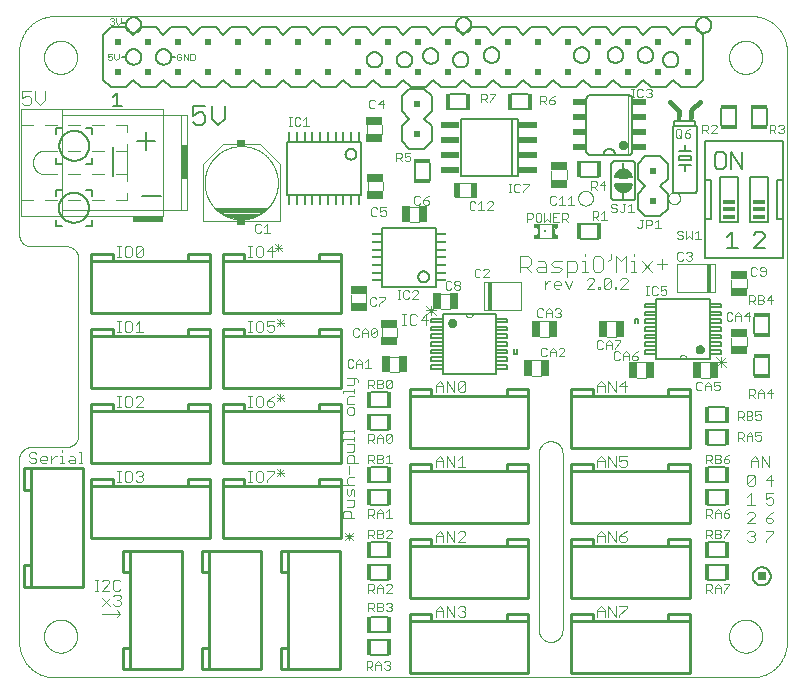
<source format=gto>
G75*
%MOIN*%
%OFA0B0*%
%FSLAX25Y25*%
%IPPOS*%
%LPD*%
%AMOC8*
5,1,8,0,0,1.08239X$1,22.5*
%
%ADD10C,0.00000*%
%ADD11C,0.00400*%
%ADD12C,0.00300*%
%ADD13C,0.00800*%
%ADD14C,0.00600*%
%ADD15C,0.00200*%
%ADD16C,0.01600*%
%ADD17C,0.00500*%
%ADD18R,0.02000X0.02000*%
%ADD19R,0.05984X0.01930*%
%ADD20R,0.01400X0.05600*%
%ADD21R,0.01969X0.05118*%
%ADD22R,0.05600X0.01400*%
%ADD23R,0.01969X0.01280*%
%ADD24R,0.00984X0.00591*%
%ADD25R,0.00689X0.01575*%
%ADD26R,0.00787X0.00787*%
%ADD27R,0.01181X0.01181*%
%ADD28R,0.00295X0.01280*%
%ADD29R,0.04500X0.02000*%
%ADD30R,0.01600X0.02300*%
%ADD31R,0.02953X0.05709*%
%ADD32R,0.00800X0.03300*%
%ADD33R,0.05709X0.02953*%
%ADD34C,0.00394*%
%ADD35R,0.09843X0.01969*%
%ADD36R,0.01969X0.11811*%
%ADD37R,0.00787X0.09843*%
%ADD38R,0.04000X0.01500*%
%ADD39R,0.02756X0.02362*%
%ADD40R,0.02600X0.02600*%
%ADD41R,0.00492X0.04724*%
%ADD42R,0.01181X0.09646*%
%ADD43R,0.03300X0.00800*%
%ADD44C,0.01000*%
D10*
X0005500Y0014811D02*
X0005500Y0075835D01*
X0005502Y0075959D01*
X0005508Y0076082D01*
X0005517Y0076206D01*
X0005531Y0076328D01*
X0005548Y0076451D01*
X0005570Y0076573D01*
X0005595Y0076694D01*
X0005624Y0076814D01*
X0005656Y0076933D01*
X0005693Y0077052D01*
X0005733Y0077169D01*
X0005776Y0077284D01*
X0005824Y0077399D01*
X0005875Y0077511D01*
X0005929Y0077622D01*
X0005987Y0077732D01*
X0006048Y0077839D01*
X0006113Y0077945D01*
X0006181Y0078048D01*
X0006252Y0078149D01*
X0006326Y0078248D01*
X0006403Y0078345D01*
X0006484Y0078439D01*
X0006567Y0078530D01*
X0006653Y0078619D01*
X0006742Y0078705D01*
X0006833Y0078788D01*
X0006927Y0078869D01*
X0007024Y0078946D01*
X0007123Y0079020D01*
X0007224Y0079091D01*
X0007327Y0079159D01*
X0007433Y0079224D01*
X0007540Y0079285D01*
X0007650Y0079343D01*
X0007761Y0079397D01*
X0007873Y0079448D01*
X0007988Y0079496D01*
X0008103Y0079539D01*
X0008220Y0079579D01*
X0008339Y0079616D01*
X0008458Y0079648D01*
X0008578Y0079677D01*
X0008699Y0079702D01*
X0008821Y0079724D01*
X0008944Y0079741D01*
X0009066Y0079755D01*
X0009190Y0079764D01*
X0009313Y0079770D01*
X0009437Y0079772D01*
X0021248Y0079772D01*
X0021372Y0079774D01*
X0021495Y0079780D01*
X0021619Y0079789D01*
X0021741Y0079803D01*
X0021864Y0079820D01*
X0021986Y0079842D01*
X0022107Y0079867D01*
X0022227Y0079896D01*
X0022346Y0079928D01*
X0022465Y0079965D01*
X0022582Y0080005D01*
X0022697Y0080048D01*
X0022812Y0080096D01*
X0022924Y0080147D01*
X0023035Y0080201D01*
X0023145Y0080259D01*
X0023252Y0080320D01*
X0023358Y0080385D01*
X0023461Y0080453D01*
X0023562Y0080524D01*
X0023661Y0080598D01*
X0023758Y0080675D01*
X0023852Y0080756D01*
X0023943Y0080839D01*
X0024032Y0080925D01*
X0024118Y0081014D01*
X0024201Y0081105D01*
X0024282Y0081199D01*
X0024359Y0081296D01*
X0024433Y0081395D01*
X0024504Y0081496D01*
X0024572Y0081599D01*
X0024637Y0081705D01*
X0024698Y0081812D01*
X0024756Y0081922D01*
X0024810Y0082033D01*
X0024861Y0082145D01*
X0024909Y0082260D01*
X0024952Y0082375D01*
X0024992Y0082492D01*
X0025029Y0082611D01*
X0025061Y0082730D01*
X0025090Y0082850D01*
X0025115Y0082971D01*
X0025137Y0083093D01*
X0025154Y0083216D01*
X0025168Y0083338D01*
X0025177Y0083462D01*
X0025183Y0083585D01*
X0025185Y0083709D01*
X0025185Y0142764D01*
X0025183Y0142888D01*
X0025177Y0143011D01*
X0025168Y0143135D01*
X0025154Y0143257D01*
X0025137Y0143380D01*
X0025115Y0143502D01*
X0025090Y0143623D01*
X0025061Y0143743D01*
X0025029Y0143862D01*
X0024992Y0143981D01*
X0024952Y0144098D01*
X0024909Y0144213D01*
X0024861Y0144328D01*
X0024810Y0144440D01*
X0024756Y0144551D01*
X0024698Y0144661D01*
X0024637Y0144768D01*
X0024572Y0144874D01*
X0024504Y0144977D01*
X0024433Y0145078D01*
X0024359Y0145177D01*
X0024282Y0145274D01*
X0024201Y0145368D01*
X0024118Y0145459D01*
X0024032Y0145548D01*
X0023943Y0145634D01*
X0023852Y0145717D01*
X0023758Y0145798D01*
X0023661Y0145875D01*
X0023562Y0145949D01*
X0023461Y0146020D01*
X0023358Y0146088D01*
X0023252Y0146153D01*
X0023145Y0146214D01*
X0023035Y0146272D01*
X0022924Y0146326D01*
X0022812Y0146377D01*
X0022697Y0146425D01*
X0022582Y0146468D01*
X0022465Y0146508D01*
X0022346Y0146545D01*
X0022227Y0146577D01*
X0022107Y0146606D01*
X0021986Y0146631D01*
X0021864Y0146653D01*
X0021741Y0146670D01*
X0021619Y0146684D01*
X0021495Y0146693D01*
X0021372Y0146699D01*
X0021248Y0146701D01*
X0009437Y0146701D01*
X0009313Y0146703D01*
X0009190Y0146709D01*
X0009066Y0146718D01*
X0008944Y0146732D01*
X0008821Y0146749D01*
X0008699Y0146771D01*
X0008578Y0146796D01*
X0008458Y0146825D01*
X0008339Y0146857D01*
X0008220Y0146894D01*
X0008103Y0146934D01*
X0007988Y0146977D01*
X0007873Y0147025D01*
X0007761Y0147076D01*
X0007650Y0147130D01*
X0007540Y0147188D01*
X0007433Y0147249D01*
X0007327Y0147314D01*
X0007224Y0147382D01*
X0007123Y0147453D01*
X0007024Y0147527D01*
X0006927Y0147604D01*
X0006833Y0147685D01*
X0006742Y0147768D01*
X0006653Y0147854D01*
X0006567Y0147943D01*
X0006484Y0148034D01*
X0006403Y0148128D01*
X0006326Y0148225D01*
X0006252Y0148324D01*
X0006181Y0148425D01*
X0006113Y0148528D01*
X0006048Y0148634D01*
X0005987Y0148741D01*
X0005929Y0148851D01*
X0005875Y0148962D01*
X0005824Y0149074D01*
X0005776Y0149189D01*
X0005733Y0149304D01*
X0005693Y0149421D01*
X0005656Y0149540D01*
X0005624Y0149659D01*
X0005595Y0149779D01*
X0005570Y0149900D01*
X0005548Y0150022D01*
X0005531Y0150145D01*
X0005517Y0150267D01*
X0005508Y0150391D01*
X0005502Y0150514D01*
X0005500Y0150638D01*
X0005500Y0211661D01*
X0005503Y0211946D01*
X0005514Y0212232D01*
X0005531Y0212517D01*
X0005555Y0212801D01*
X0005586Y0213085D01*
X0005624Y0213368D01*
X0005669Y0213649D01*
X0005720Y0213930D01*
X0005778Y0214210D01*
X0005843Y0214488D01*
X0005915Y0214764D01*
X0005993Y0215038D01*
X0006078Y0215311D01*
X0006170Y0215581D01*
X0006268Y0215849D01*
X0006372Y0216115D01*
X0006483Y0216378D01*
X0006600Y0216638D01*
X0006723Y0216896D01*
X0006853Y0217150D01*
X0006989Y0217401D01*
X0007130Y0217649D01*
X0007278Y0217893D01*
X0007431Y0218134D01*
X0007591Y0218370D01*
X0007756Y0218603D01*
X0007926Y0218832D01*
X0008102Y0219057D01*
X0008284Y0219277D01*
X0008470Y0219493D01*
X0008662Y0219704D01*
X0008859Y0219911D01*
X0009061Y0220113D01*
X0009268Y0220310D01*
X0009479Y0220502D01*
X0009695Y0220688D01*
X0009915Y0220870D01*
X0010140Y0221046D01*
X0010369Y0221216D01*
X0010602Y0221381D01*
X0010838Y0221541D01*
X0011079Y0221694D01*
X0011323Y0221842D01*
X0011571Y0221983D01*
X0011822Y0222119D01*
X0012076Y0222249D01*
X0012334Y0222372D01*
X0012594Y0222489D01*
X0012857Y0222600D01*
X0013123Y0222704D01*
X0013391Y0222802D01*
X0013661Y0222894D01*
X0013934Y0222979D01*
X0014208Y0223057D01*
X0014484Y0223129D01*
X0014762Y0223194D01*
X0015042Y0223252D01*
X0015323Y0223303D01*
X0015604Y0223348D01*
X0015887Y0223386D01*
X0016171Y0223417D01*
X0016455Y0223441D01*
X0016740Y0223458D01*
X0017026Y0223469D01*
X0017311Y0223472D01*
X0249594Y0223472D01*
X0249879Y0223469D01*
X0250165Y0223458D01*
X0250450Y0223441D01*
X0250734Y0223417D01*
X0251018Y0223386D01*
X0251301Y0223348D01*
X0251582Y0223303D01*
X0251863Y0223252D01*
X0252143Y0223194D01*
X0252421Y0223129D01*
X0252697Y0223057D01*
X0252971Y0222979D01*
X0253244Y0222894D01*
X0253514Y0222802D01*
X0253782Y0222704D01*
X0254048Y0222600D01*
X0254311Y0222489D01*
X0254571Y0222372D01*
X0254829Y0222249D01*
X0255083Y0222119D01*
X0255334Y0221983D01*
X0255582Y0221842D01*
X0255826Y0221694D01*
X0256067Y0221541D01*
X0256303Y0221381D01*
X0256536Y0221216D01*
X0256765Y0221046D01*
X0256990Y0220870D01*
X0257210Y0220688D01*
X0257426Y0220502D01*
X0257637Y0220310D01*
X0257844Y0220113D01*
X0258046Y0219911D01*
X0258243Y0219704D01*
X0258435Y0219493D01*
X0258621Y0219277D01*
X0258803Y0219057D01*
X0258979Y0218832D01*
X0259149Y0218603D01*
X0259314Y0218370D01*
X0259474Y0218134D01*
X0259627Y0217893D01*
X0259775Y0217649D01*
X0259916Y0217401D01*
X0260052Y0217150D01*
X0260182Y0216896D01*
X0260305Y0216638D01*
X0260422Y0216378D01*
X0260533Y0216115D01*
X0260637Y0215849D01*
X0260735Y0215581D01*
X0260827Y0215311D01*
X0260912Y0215038D01*
X0260990Y0214764D01*
X0261062Y0214488D01*
X0261127Y0214210D01*
X0261185Y0213930D01*
X0261236Y0213649D01*
X0261281Y0213368D01*
X0261319Y0213085D01*
X0261350Y0212801D01*
X0261374Y0212517D01*
X0261391Y0212232D01*
X0261402Y0211946D01*
X0261405Y0211661D01*
X0261406Y0211661D02*
X0261406Y0014811D01*
X0261405Y0014811D02*
X0261402Y0014526D01*
X0261391Y0014240D01*
X0261374Y0013955D01*
X0261350Y0013671D01*
X0261319Y0013387D01*
X0261281Y0013104D01*
X0261236Y0012823D01*
X0261185Y0012542D01*
X0261127Y0012262D01*
X0261062Y0011984D01*
X0260990Y0011708D01*
X0260912Y0011434D01*
X0260827Y0011161D01*
X0260735Y0010891D01*
X0260637Y0010623D01*
X0260533Y0010357D01*
X0260422Y0010094D01*
X0260305Y0009834D01*
X0260182Y0009576D01*
X0260052Y0009322D01*
X0259916Y0009071D01*
X0259775Y0008823D01*
X0259627Y0008579D01*
X0259474Y0008338D01*
X0259314Y0008102D01*
X0259149Y0007869D01*
X0258979Y0007640D01*
X0258803Y0007415D01*
X0258621Y0007195D01*
X0258435Y0006979D01*
X0258243Y0006768D01*
X0258046Y0006561D01*
X0257844Y0006359D01*
X0257637Y0006162D01*
X0257426Y0005970D01*
X0257210Y0005784D01*
X0256990Y0005602D01*
X0256765Y0005426D01*
X0256536Y0005256D01*
X0256303Y0005091D01*
X0256067Y0004931D01*
X0255826Y0004778D01*
X0255582Y0004630D01*
X0255334Y0004489D01*
X0255083Y0004353D01*
X0254829Y0004223D01*
X0254571Y0004100D01*
X0254311Y0003983D01*
X0254048Y0003872D01*
X0253782Y0003768D01*
X0253514Y0003670D01*
X0253244Y0003578D01*
X0252971Y0003493D01*
X0252697Y0003415D01*
X0252421Y0003343D01*
X0252143Y0003278D01*
X0251863Y0003220D01*
X0251582Y0003169D01*
X0251301Y0003124D01*
X0251018Y0003086D01*
X0250734Y0003055D01*
X0250450Y0003031D01*
X0250165Y0003014D01*
X0249879Y0003003D01*
X0249594Y0003000D01*
X0017311Y0003000D01*
X0017026Y0003003D01*
X0016740Y0003014D01*
X0016455Y0003031D01*
X0016171Y0003055D01*
X0015887Y0003086D01*
X0015604Y0003124D01*
X0015323Y0003169D01*
X0015042Y0003220D01*
X0014762Y0003278D01*
X0014484Y0003343D01*
X0014208Y0003415D01*
X0013934Y0003493D01*
X0013661Y0003578D01*
X0013391Y0003670D01*
X0013123Y0003768D01*
X0012857Y0003872D01*
X0012594Y0003983D01*
X0012334Y0004100D01*
X0012076Y0004223D01*
X0011822Y0004353D01*
X0011571Y0004489D01*
X0011323Y0004630D01*
X0011079Y0004778D01*
X0010838Y0004931D01*
X0010602Y0005091D01*
X0010369Y0005256D01*
X0010140Y0005426D01*
X0009915Y0005602D01*
X0009695Y0005784D01*
X0009479Y0005970D01*
X0009268Y0006162D01*
X0009061Y0006359D01*
X0008859Y0006561D01*
X0008662Y0006768D01*
X0008470Y0006979D01*
X0008284Y0007195D01*
X0008102Y0007415D01*
X0007926Y0007640D01*
X0007756Y0007869D01*
X0007591Y0008102D01*
X0007431Y0008338D01*
X0007278Y0008579D01*
X0007130Y0008823D01*
X0006989Y0009071D01*
X0006853Y0009322D01*
X0006723Y0009576D01*
X0006600Y0009834D01*
X0006483Y0010094D01*
X0006372Y0010357D01*
X0006268Y0010623D01*
X0006170Y0010891D01*
X0006078Y0011161D01*
X0005993Y0011434D01*
X0005915Y0011708D01*
X0005843Y0011984D01*
X0005778Y0012262D01*
X0005720Y0012542D01*
X0005669Y0012823D01*
X0005624Y0013104D01*
X0005586Y0013387D01*
X0005555Y0013671D01*
X0005531Y0013955D01*
X0005514Y0014240D01*
X0005503Y0014526D01*
X0005500Y0014811D01*
X0013768Y0016780D02*
X0013770Y0016928D01*
X0013776Y0017076D01*
X0013786Y0017224D01*
X0013800Y0017371D01*
X0013818Y0017518D01*
X0013839Y0017664D01*
X0013865Y0017810D01*
X0013895Y0017955D01*
X0013928Y0018099D01*
X0013966Y0018242D01*
X0014007Y0018384D01*
X0014052Y0018525D01*
X0014100Y0018665D01*
X0014153Y0018804D01*
X0014209Y0018941D01*
X0014269Y0019076D01*
X0014332Y0019210D01*
X0014399Y0019342D01*
X0014470Y0019472D01*
X0014544Y0019600D01*
X0014621Y0019726D01*
X0014702Y0019850D01*
X0014786Y0019972D01*
X0014873Y0020091D01*
X0014964Y0020208D01*
X0015058Y0020323D01*
X0015154Y0020435D01*
X0015254Y0020545D01*
X0015356Y0020651D01*
X0015462Y0020755D01*
X0015570Y0020856D01*
X0015681Y0020954D01*
X0015794Y0021050D01*
X0015910Y0021142D01*
X0016028Y0021231D01*
X0016149Y0021316D01*
X0016272Y0021399D01*
X0016397Y0021478D01*
X0016524Y0021554D01*
X0016653Y0021626D01*
X0016784Y0021695D01*
X0016917Y0021760D01*
X0017052Y0021821D01*
X0017188Y0021879D01*
X0017325Y0021934D01*
X0017464Y0021984D01*
X0017605Y0022031D01*
X0017746Y0022074D01*
X0017889Y0022114D01*
X0018033Y0022149D01*
X0018177Y0022181D01*
X0018323Y0022208D01*
X0018469Y0022232D01*
X0018616Y0022252D01*
X0018763Y0022268D01*
X0018910Y0022280D01*
X0019058Y0022288D01*
X0019206Y0022292D01*
X0019354Y0022292D01*
X0019502Y0022288D01*
X0019650Y0022280D01*
X0019797Y0022268D01*
X0019944Y0022252D01*
X0020091Y0022232D01*
X0020237Y0022208D01*
X0020383Y0022181D01*
X0020527Y0022149D01*
X0020671Y0022114D01*
X0020814Y0022074D01*
X0020955Y0022031D01*
X0021096Y0021984D01*
X0021235Y0021934D01*
X0021372Y0021879D01*
X0021508Y0021821D01*
X0021643Y0021760D01*
X0021776Y0021695D01*
X0021907Y0021626D01*
X0022036Y0021554D01*
X0022163Y0021478D01*
X0022288Y0021399D01*
X0022411Y0021316D01*
X0022532Y0021231D01*
X0022650Y0021142D01*
X0022766Y0021050D01*
X0022879Y0020954D01*
X0022990Y0020856D01*
X0023098Y0020755D01*
X0023204Y0020651D01*
X0023306Y0020545D01*
X0023406Y0020435D01*
X0023502Y0020323D01*
X0023596Y0020208D01*
X0023687Y0020091D01*
X0023774Y0019972D01*
X0023858Y0019850D01*
X0023939Y0019726D01*
X0024016Y0019600D01*
X0024090Y0019472D01*
X0024161Y0019342D01*
X0024228Y0019210D01*
X0024291Y0019076D01*
X0024351Y0018941D01*
X0024407Y0018804D01*
X0024460Y0018665D01*
X0024508Y0018525D01*
X0024553Y0018384D01*
X0024594Y0018242D01*
X0024632Y0018099D01*
X0024665Y0017955D01*
X0024695Y0017810D01*
X0024721Y0017664D01*
X0024742Y0017518D01*
X0024760Y0017371D01*
X0024774Y0017224D01*
X0024784Y0017076D01*
X0024790Y0016928D01*
X0024792Y0016780D01*
X0024790Y0016632D01*
X0024784Y0016484D01*
X0024774Y0016336D01*
X0024760Y0016189D01*
X0024742Y0016042D01*
X0024721Y0015896D01*
X0024695Y0015750D01*
X0024665Y0015605D01*
X0024632Y0015461D01*
X0024594Y0015318D01*
X0024553Y0015176D01*
X0024508Y0015035D01*
X0024460Y0014895D01*
X0024407Y0014756D01*
X0024351Y0014619D01*
X0024291Y0014484D01*
X0024228Y0014350D01*
X0024161Y0014218D01*
X0024090Y0014088D01*
X0024016Y0013960D01*
X0023939Y0013834D01*
X0023858Y0013710D01*
X0023774Y0013588D01*
X0023687Y0013469D01*
X0023596Y0013352D01*
X0023502Y0013237D01*
X0023406Y0013125D01*
X0023306Y0013015D01*
X0023204Y0012909D01*
X0023098Y0012805D01*
X0022990Y0012704D01*
X0022879Y0012606D01*
X0022766Y0012510D01*
X0022650Y0012418D01*
X0022532Y0012329D01*
X0022411Y0012244D01*
X0022288Y0012161D01*
X0022163Y0012082D01*
X0022036Y0012006D01*
X0021907Y0011934D01*
X0021776Y0011865D01*
X0021643Y0011800D01*
X0021508Y0011739D01*
X0021372Y0011681D01*
X0021235Y0011626D01*
X0021096Y0011576D01*
X0020955Y0011529D01*
X0020814Y0011486D01*
X0020671Y0011446D01*
X0020527Y0011411D01*
X0020383Y0011379D01*
X0020237Y0011352D01*
X0020091Y0011328D01*
X0019944Y0011308D01*
X0019797Y0011292D01*
X0019650Y0011280D01*
X0019502Y0011272D01*
X0019354Y0011268D01*
X0019206Y0011268D01*
X0019058Y0011272D01*
X0018910Y0011280D01*
X0018763Y0011292D01*
X0018616Y0011308D01*
X0018469Y0011328D01*
X0018323Y0011352D01*
X0018177Y0011379D01*
X0018033Y0011411D01*
X0017889Y0011446D01*
X0017746Y0011486D01*
X0017605Y0011529D01*
X0017464Y0011576D01*
X0017325Y0011626D01*
X0017188Y0011681D01*
X0017052Y0011739D01*
X0016917Y0011800D01*
X0016784Y0011865D01*
X0016653Y0011934D01*
X0016524Y0012006D01*
X0016397Y0012082D01*
X0016272Y0012161D01*
X0016149Y0012244D01*
X0016028Y0012329D01*
X0015910Y0012418D01*
X0015794Y0012510D01*
X0015681Y0012606D01*
X0015570Y0012704D01*
X0015462Y0012805D01*
X0015356Y0012909D01*
X0015254Y0013015D01*
X0015154Y0013125D01*
X0015058Y0013237D01*
X0014964Y0013352D01*
X0014873Y0013469D01*
X0014786Y0013588D01*
X0014702Y0013710D01*
X0014621Y0013834D01*
X0014544Y0013960D01*
X0014470Y0014088D01*
X0014399Y0014218D01*
X0014332Y0014350D01*
X0014269Y0014484D01*
X0014209Y0014619D01*
X0014153Y0014756D01*
X0014100Y0014895D01*
X0014052Y0015035D01*
X0014007Y0015176D01*
X0013966Y0015318D01*
X0013928Y0015461D01*
X0013895Y0015605D01*
X0013865Y0015750D01*
X0013839Y0015896D01*
X0013818Y0016042D01*
X0013800Y0016189D01*
X0013786Y0016336D01*
X0013776Y0016484D01*
X0013770Y0016632D01*
X0013768Y0016780D01*
X0154300Y0124250D02*
X0154302Y0124181D01*
X0154308Y0124113D01*
X0154318Y0124045D01*
X0154331Y0123978D01*
X0154349Y0123912D01*
X0154370Y0123847D01*
X0154395Y0123783D01*
X0154423Y0123721D01*
X0154455Y0123660D01*
X0154490Y0123601D01*
X0154529Y0123545D01*
X0154571Y0123490D01*
X0154616Y0123439D01*
X0154664Y0123389D01*
X0154714Y0123343D01*
X0154767Y0123300D01*
X0154823Y0123259D01*
X0154880Y0123222D01*
X0154940Y0123189D01*
X0155002Y0123158D01*
X0155065Y0123132D01*
X0155129Y0123109D01*
X0155195Y0123089D01*
X0155262Y0123074D01*
X0155329Y0123062D01*
X0155397Y0123054D01*
X0155466Y0123050D01*
X0155534Y0123050D01*
X0155603Y0123054D01*
X0155671Y0123062D01*
X0155738Y0123074D01*
X0155805Y0123089D01*
X0155871Y0123109D01*
X0155935Y0123132D01*
X0155998Y0123158D01*
X0156060Y0123189D01*
X0156120Y0123222D01*
X0156177Y0123259D01*
X0156233Y0123300D01*
X0156286Y0123343D01*
X0156336Y0123389D01*
X0156384Y0123439D01*
X0156429Y0123490D01*
X0156471Y0123545D01*
X0156510Y0123601D01*
X0156545Y0123660D01*
X0156577Y0123721D01*
X0156605Y0123783D01*
X0156630Y0123847D01*
X0156651Y0123912D01*
X0156669Y0123978D01*
X0156682Y0124045D01*
X0156692Y0124113D01*
X0156698Y0124181D01*
X0156700Y0124250D01*
X0156698Y0124181D01*
X0156692Y0124113D01*
X0156682Y0124045D01*
X0156669Y0123978D01*
X0156651Y0123912D01*
X0156630Y0123847D01*
X0156605Y0123783D01*
X0156577Y0123721D01*
X0156545Y0123660D01*
X0156510Y0123601D01*
X0156471Y0123545D01*
X0156429Y0123490D01*
X0156384Y0123439D01*
X0156336Y0123389D01*
X0156286Y0123343D01*
X0156233Y0123300D01*
X0156177Y0123259D01*
X0156120Y0123222D01*
X0156060Y0123189D01*
X0155998Y0123158D01*
X0155935Y0123132D01*
X0155871Y0123109D01*
X0155805Y0123089D01*
X0155738Y0123074D01*
X0155671Y0123062D01*
X0155603Y0123054D01*
X0155534Y0123050D01*
X0155466Y0123050D01*
X0155397Y0123054D01*
X0155329Y0123062D01*
X0155262Y0123074D01*
X0155195Y0123089D01*
X0155129Y0123109D01*
X0155065Y0123132D01*
X0155002Y0123158D01*
X0154940Y0123189D01*
X0154880Y0123222D01*
X0154823Y0123259D01*
X0154767Y0123300D01*
X0154714Y0123343D01*
X0154664Y0123389D01*
X0154616Y0123439D01*
X0154571Y0123490D01*
X0154529Y0123545D01*
X0154490Y0123601D01*
X0154455Y0123660D01*
X0154423Y0123721D01*
X0154395Y0123783D01*
X0154370Y0123847D01*
X0154349Y0123912D01*
X0154331Y0123978D01*
X0154318Y0124045D01*
X0154308Y0124113D01*
X0154302Y0124181D01*
X0154300Y0124250D01*
X0191809Y0162754D02*
X0191811Y0162853D01*
X0191817Y0162952D01*
X0191827Y0163051D01*
X0191841Y0163149D01*
X0191859Y0163246D01*
X0191881Y0163343D01*
X0191906Y0163439D01*
X0191936Y0163533D01*
X0191969Y0163627D01*
X0192006Y0163719D01*
X0192047Y0163809D01*
X0192091Y0163898D01*
X0192139Y0163984D01*
X0192190Y0164069D01*
X0192245Y0164152D01*
X0192303Y0164232D01*
X0192364Y0164310D01*
X0192428Y0164386D01*
X0192495Y0164459D01*
X0192565Y0164529D01*
X0192638Y0164596D01*
X0192714Y0164660D01*
X0192792Y0164721D01*
X0192872Y0164779D01*
X0192955Y0164834D01*
X0193039Y0164885D01*
X0193126Y0164933D01*
X0193215Y0164977D01*
X0193305Y0165018D01*
X0193397Y0165055D01*
X0193491Y0165088D01*
X0193585Y0165118D01*
X0193681Y0165143D01*
X0193778Y0165165D01*
X0193875Y0165183D01*
X0193973Y0165197D01*
X0194072Y0165207D01*
X0194171Y0165213D01*
X0194270Y0165215D01*
X0194369Y0165213D01*
X0194468Y0165207D01*
X0194567Y0165197D01*
X0194665Y0165183D01*
X0194762Y0165165D01*
X0194859Y0165143D01*
X0194955Y0165118D01*
X0195049Y0165088D01*
X0195143Y0165055D01*
X0195235Y0165018D01*
X0195325Y0164977D01*
X0195414Y0164933D01*
X0195500Y0164885D01*
X0195585Y0164834D01*
X0195668Y0164779D01*
X0195748Y0164721D01*
X0195826Y0164660D01*
X0195902Y0164596D01*
X0195975Y0164529D01*
X0196045Y0164459D01*
X0196112Y0164386D01*
X0196176Y0164310D01*
X0196237Y0164232D01*
X0196295Y0164152D01*
X0196350Y0164069D01*
X0196401Y0163985D01*
X0196449Y0163898D01*
X0196493Y0163809D01*
X0196534Y0163719D01*
X0196571Y0163627D01*
X0196604Y0163533D01*
X0196634Y0163439D01*
X0196659Y0163343D01*
X0196681Y0163246D01*
X0196699Y0163149D01*
X0196713Y0163051D01*
X0196723Y0162952D01*
X0196729Y0162853D01*
X0196731Y0162754D01*
X0196729Y0162655D01*
X0196723Y0162556D01*
X0196713Y0162457D01*
X0196699Y0162359D01*
X0196681Y0162262D01*
X0196659Y0162165D01*
X0196634Y0162069D01*
X0196604Y0161975D01*
X0196571Y0161881D01*
X0196534Y0161789D01*
X0196493Y0161699D01*
X0196449Y0161610D01*
X0196401Y0161524D01*
X0196350Y0161439D01*
X0196295Y0161356D01*
X0196237Y0161276D01*
X0196176Y0161198D01*
X0196112Y0161122D01*
X0196045Y0161049D01*
X0195975Y0160979D01*
X0195902Y0160912D01*
X0195826Y0160848D01*
X0195748Y0160787D01*
X0195668Y0160729D01*
X0195585Y0160674D01*
X0195501Y0160623D01*
X0195414Y0160575D01*
X0195325Y0160531D01*
X0195235Y0160490D01*
X0195143Y0160453D01*
X0195049Y0160420D01*
X0194955Y0160390D01*
X0194859Y0160365D01*
X0194762Y0160343D01*
X0194665Y0160325D01*
X0194567Y0160311D01*
X0194468Y0160301D01*
X0194369Y0160295D01*
X0194270Y0160293D01*
X0194171Y0160295D01*
X0194072Y0160301D01*
X0193973Y0160311D01*
X0193875Y0160325D01*
X0193778Y0160343D01*
X0193681Y0160365D01*
X0193585Y0160390D01*
X0193491Y0160420D01*
X0193397Y0160453D01*
X0193305Y0160490D01*
X0193215Y0160531D01*
X0193126Y0160575D01*
X0193040Y0160623D01*
X0192955Y0160674D01*
X0192872Y0160729D01*
X0192792Y0160787D01*
X0192714Y0160848D01*
X0192638Y0160912D01*
X0192565Y0160979D01*
X0192495Y0161049D01*
X0192428Y0161122D01*
X0192364Y0161198D01*
X0192303Y0161276D01*
X0192245Y0161356D01*
X0192190Y0161439D01*
X0192139Y0161523D01*
X0192091Y0161610D01*
X0192047Y0161699D01*
X0192006Y0161789D01*
X0191969Y0161881D01*
X0191936Y0161975D01*
X0191906Y0162069D01*
X0191881Y0162165D01*
X0191859Y0162262D01*
X0191841Y0162359D01*
X0191827Y0162457D01*
X0191817Y0162556D01*
X0191811Y0162655D01*
X0191809Y0162754D01*
X0221828Y0162754D02*
X0221830Y0162842D01*
X0221836Y0162930D01*
X0221846Y0163018D01*
X0221860Y0163106D01*
X0221877Y0163192D01*
X0221899Y0163278D01*
X0221924Y0163362D01*
X0221954Y0163446D01*
X0221986Y0163528D01*
X0222023Y0163608D01*
X0222063Y0163687D01*
X0222107Y0163764D01*
X0222154Y0163839D01*
X0222204Y0163911D01*
X0222258Y0163982D01*
X0222314Y0164049D01*
X0222374Y0164115D01*
X0222436Y0164177D01*
X0222502Y0164237D01*
X0222569Y0164293D01*
X0222640Y0164347D01*
X0222712Y0164397D01*
X0222787Y0164444D01*
X0222864Y0164488D01*
X0222943Y0164528D01*
X0223023Y0164565D01*
X0223105Y0164597D01*
X0223189Y0164627D01*
X0223273Y0164652D01*
X0223359Y0164674D01*
X0223445Y0164691D01*
X0223533Y0164705D01*
X0223621Y0164715D01*
X0223709Y0164721D01*
X0223797Y0164723D01*
X0223885Y0164721D01*
X0223973Y0164715D01*
X0224061Y0164705D01*
X0224149Y0164691D01*
X0224235Y0164674D01*
X0224321Y0164652D01*
X0224405Y0164627D01*
X0224489Y0164597D01*
X0224571Y0164565D01*
X0224651Y0164528D01*
X0224730Y0164488D01*
X0224807Y0164444D01*
X0224882Y0164397D01*
X0224954Y0164347D01*
X0225025Y0164293D01*
X0225092Y0164237D01*
X0225158Y0164177D01*
X0225220Y0164115D01*
X0225280Y0164049D01*
X0225336Y0163982D01*
X0225390Y0163911D01*
X0225440Y0163839D01*
X0225487Y0163764D01*
X0225531Y0163687D01*
X0225571Y0163608D01*
X0225608Y0163528D01*
X0225640Y0163446D01*
X0225670Y0163362D01*
X0225695Y0163278D01*
X0225717Y0163192D01*
X0225734Y0163106D01*
X0225748Y0163018D01*
X0225758Y0162930D01*
X0225764Y0162842D01*
X0225766Y0162754D01*
X0225764Y0162666D01*
X0225758Y0162578D01*
X0225748Y0162490D01*
X0225734Y0162402D01*
X0225717Y0162316D01*
X0225695Y0162230D01*
X0225670Y0162146D01*
X0225640Y0162062D01*
X0225608Y0161980D01*
X0225571Y0161900D01*
X0225531Y0161821D01*
X0225487Y0161744D01*
X0225440Y0161669D01*
X0225390Y0161597D01*
X0225336Y0161526D01*
X0225280Y0161459D01*
X0225220Y0161393D01*
X0225158Y0161331D01*
X0225092Y0161271D01*
X0225025Y0161215D01*
X0224954Y0161161D01*
X0224882Y0161111D01*
X0224807Y0161064D01*
X0224730Y0161020D01*
X0224651Y0160980D01*
X0224571Y0160943D01*
X0224489Y0160911D01*
X0224405Y0160881D01*
X0224321Y0160856D01*
X0224235Y0160834D01*
X0224149Y0160817D01*
X0224061Y0160803D01*
X0223973Y0160793D01*
X0223885Y0160787D01*
X0223797Y0160785D01*
X0223709Y0160787D01*
X0223621Y0160793D01*
X0223533Y0160803D01*
X0223445Y0160817D01*
X0223359Y0160834D01*
X0223273Y0160856D01*
X0223189Y0160881D01*
X0223105Y0160911D01*
X0223023Y0160943D01*
X0222943Y0160980D01*
X0222864Y0161020D01*
X0222787Y0161064D01*
X0222712Y0161111D01*
X0222640Y0161161D01*
X0222569Y0161215D01*
X0222502Y0161271D01*
X0222436Y0161331D01*
X0222374Y0161393D01*
X0222314Y0161459D01*
X0222258Y0161526D01*
X0222204Y0161597D01*
X0222154Y0161669D01*
X0222107Y0161744D01*
X0222063Y0161821D01*
X0222023Y0161900D01*
X0221986Y0161980D01*
X0221954Y0162062D01*
X0221924Y0162146D01*
X0221899Y0162230D01*
X0221877Y0162316D01*
X0221860Y0162402D01*
X0221846Y0162490D01*
X0221836Y0162578D01*
X0221830Y0162666D01*
X0221828Y0162754D01*
X0242114Y0209693D02*
X0242116Y0209841D01*
X0242122Y0209989D01*
X0242132Y0210137D01*
X0242146Y0210284D01*
X0242164Y0210431D01*
X0242185Y0210577D01*
X0242211Y0210723D01*
X0242241Y0210868D01*
X0242274Y0211012D01*
X0242312Y0211155D01*
X0242353Y0211297D01*
X0242398Y0211438D01*
X0242446Y0211578D01*
X0242499Y0211717D01*
X0242555Y0211854D01*
X0242615Y0211989D01*
X0242678Y0212123D01*
X0242745Y0212255D01*
X0242816Y0212385D01*
X0242890Y0212513D01*
X0242967Y0212639D01*
X0243048Y0212763D01*
X0243132Y0212885D01*
X0243219Y0213004D01*
X0243310Y0213121D01*
X0243404Y0213236D01*
X0243500Y0213348D01*
X0243600Y0213458D01*
X0243702Y0213564D01*
X0243808Y0213668D01*
X0243916Y0213769D01*
X0244027Y0213867D01*
X0244140Y0213963D01*
X0244256Y0214055D01*
X0244374Y0214144D01*
X0244495Y0214229D01*
X0244618Y0214312D01*
X0244743Y0214391D01*
X0244870Y0214467D01*
X0244999Y0214539D01*
X0245130Y0214608D01*
X0245263Y0214673D01*
X0245398Y0214734D01*
X0245534Y0214792D01*
X0245671Y0214847D01*
X0245810Y0214897D01*
X0245951Y0214944D01*
X0246092Y0214987D01*
X0246235Y0215027D01*
X0246379Y0215062D01*
X0246523Y0215094D01*
X0246669Y0215121D01*
X0246815Y0215145D01*
X0246962Y0215165D01*
X0247109Y0215181D01*
X0247256Y0215193D01*
X0247404Y0215201D01*
X0247552Y0215205D01*
X0247700Y0215205D01*
X0247848Y0215201D01*
X0247996Y0215193D01*
X0248143Y0215181D01*
X0248290Y0215165D01*
X0248437Y0215145D01*
X0248583Y0215121D01*
X0248729Y0215094D01*
X0248873Y0215062D01*
X0249017Y0215027D01*
X0249160Y0214987D01*
X0249301Y0214944D01*
X0249442Y0214897D01*
X0249581Y0214847D01*
X0249718Y0214792D01*
X0249854Y0214734D01*
X0249989Y0214673D01*
X0250122Y0214608D01*
X0250253Y0214539D01*
X0250382Y0214467D01*
X0250509Y0214391D01*
X0250634Y0214312D01*
X0250757Y0214229D01*
X0250878Y0214144D01*
X0250996Y0214055D01*
X0251112Y0213963D01*
X0251225Y0213867D01*
X0251336Y0213769D01*
X0251444Y0213668D01*
X0251550Y0213564D01*
X0251652Y0213458D01*
X0251752Y0213348D01*
X0251848Y0213236D01*
X0251942Y0213121D01*
X0252033Y0213004D01*
X0252120Y0212885D01*
X0252204Y0212763D01*
X0252285Y0212639D01*
X0252362Y0212513D01*
X0252436Y0212385D01*
X0252507Y0212255D01*
X0252574Y0212123D01*
X0252637Y0211989D01*
X0252697Y0211854D01*
X0252753Y0211717D01*
X0252806Y0211578D01*
X0252854Y0211438D01*
X0252899Y0211297D01*
X0252940Y0211155D01*
X0252978Y0211012D01*
X0253011Y0210868D01*
X0253041Y0210723D01*
X0253067Y0210577D01*
X0253088Y0210431D01*
X0253106Y0210284D01*
X0253120Y0210137D01*
X0253130Y0209989D01*
X0253136Y0209841D01*
X0253138Y0209693D01*
X0253136Y0209545D01*
X0253130Y0209397D01*
X0253120Y0209249D01*
X0253106Y0209102D01*
X0253088Y0208955D01*
X0253067Y0208809D01*
X0253041Y0208663D01*
X0253011Y0208518D01*
X0252978Y0208374D01*
X0252940Y0208231D01*
X0252899Y0208089D01*
X0252854Y0207948D01*
X0252806Y0207808D01*
X0252753Y0207669D01*
X0252697Y0207532D01*
X0252637Y0207397D01*
X0252574Y0207263D01*
X0252507Y0207131D01*
X0252436Y0207001D01*
X0252362Y0206873D01*
X0252285Y0206747D01*
X0252204Y0206623D01*
X0252120Y0206501D01*
X0252033Y0206382D01*
X0251942Y0206265D01*
X0251848Y0206150D01*
X0251752Y0206038D01*
X0251652Y0205928D01*
X0251550Y0205822D01*
X0251444Y0205718D01*
X0251336Y0205617D01*
X0251225Y0205519D01*
X0251112Y0205423D01*
X0250996Y0205331D01*
X0250878Y0205242D01*
X0250757Y0205157D01*
X0250634Y0205074D01*
X0250509Y0204995D01*
X0250382Y0204919D01*
X0250253Y0204847D01*
X0250122Y0204778D01*
X0249989Y0204713D01*
X0249854Y0204652D01*
X0249718Y0204594D01*
X0249581Y0204539D01*
X0249442Y0204489D01*
X0249301Y0204442D01*
X0249160Y0204399D01*
X0249017Y0204359D01*
X0248873Y0204324D01*
X0248729Y0204292D01*
X0248583Y0204265D01*
X0248437Y0204241D01*
X0248290Y0204221D01*
X0248143Y0204205D01*
X0247996Y0204193D01*
X0247848Y0204185D01*
X0247700Y0204181D01*
X0247552Y0204181D01*
X0247404Y0204185D01*
X0247256Y0204193D01*
X0247109Y0204205D01*
X0246962Y0204221D01*
X0246815Y0204241D01*
X0246669Y0204265D01*
X0246523Y0204292D01*
X0246379Y0204324D01*
X0246235Y0204359D01*
X0246092Y0204399D01*
X0245951Y0204442D01*
X0245810Y0204489D01*
X0245671Y0204539D01*
X0245534Y0204594D01*
X0245398Y0204652D01*
X0245263Y0204713D01*
X0245130Y0204778D01*
X0244999Y0204847D01*
X0244870Y0204919D01*
X0244743Y0204995D01*
X0244618Y0205074D01*
X0244495Y0205157D01*
X0244374Y0205242D01*
X0244256Y0205331D01*
X0244140Y0205423D01*
X0244027Y0205519D01*
X0243916Y0205617D01*
X0243808Y0205718D01*
X0243702Y0205822D01*
X0243600Y0205928D01*
X0243500Y0206038D01*
X0243404Y0206150D01*
X0243310Y0206265D01*
X0243219Y0206382D01*
X0243132Y0206501D01*
X0243048Y0206623D01*
X0242967Y0206747D01*
X0242890Y0206873D01*
X0242816Y0207001D01*
X0242745Y0207131D01*
X0242678Y0207263D01*
X0242615Y0207397D01*
X0242555Y0207532D01*
X0242499Y0207669D01*
X0242446Y0207808D01*
X0242398Y0207948D01*
X0242353Y0208089D01*
X0242312Y0208231D01*
X0242274Y0208374D01*
X0242241Y0208518D01*
X0242211Y0208663D01*
X0242185Y0208809D01*
X0242164Y0208955D01*
X0242146Y0209102D01*
X0242132Y0209249D01*
X0242122Y0209397D01*
X0242116Y0209545D01*
X0242114Y0209693D01*
X0227950Y0109250D02*
X0227948Y0109319D01*
X0227942Y0109387D01*
X0227932Y0109455D01*
X0227919Y0109522D01*
X0227901Y0109588D01*
X0227880Y0109653D01*
X0227855Y0109717D01*
X0227827Y0109779D01*
X0227795Y0109840D01*
X0227760Y0109899D01*
X0227721Y0109955D01*
X0227679Y0110010D01*
X0227634Y0110061D01*
X0227586Y0110111D01*
X0227536Y0110157D01*
X0227483Y0110200D01*
X0227427Y0110241D01*
X0227370Y0110278D01*
X0227310Y0110311D01*
X0227248Y0110342D01*
X0227185Y0110368D01*
X0227121Y0110391D01*
X0227055Y0110411D01*
X0226988Y0110426D01*
X0226921Y0110438D01*
X0226853Y0110446D01*
X0226784Y0110450D01*
X0226716Y0110450D01*
X0226647Y0110446D01*
X0226579Y0110438D01*
X0226512Y0110426D01*
X0226445Y0110411D01*
X0226379Y0110391D01*
X0226315Y0110368D01*
X0226252Y0110342D01*
X0226190Y0110311D01*
X0226130Y0110278D01*
X0226073Y0110241D01*
X0226017Y0110200D01*
X0225964Y0110157D01*
X0225914Y0110111D01*
X0225866Y0110061D01*
X0225821Y0110010D01*
X0225779Y0109955D01*
X0225740Y0109899D01*
X0225705Y0109840D01*
X0225673Y0109779D01*
X0225645Y0109717D01*
X0225620Y0109653D01*
X0225599Y0109588D01*
X0225581Y0109522D01*
X0225568Y0109455D01*
X0225558Y0109387D01*
X0225552Y0109319D01*
X0225550Y0109250D01*
X0225552Y0109319D01*
X0225558Y0109387D01*
X0225568Y0109455D01*
X0225581Y0109522D01*
X0225599Y0109588D01*
X0225620Y0109653D01*
X0225645Y0109717D01*
X0225673Y0109779D01*
X0225705Y0109840D01*
X0225740Y0109899D01*
X0225779Y0109955D01*
X0225821Y0110010D01*
X0225866Y0110061D01*
X0225914Y0110111D01*
X0225964Y0110157D01*
X0226017Y0110200D01*
X0226073Y0110241D01*
X0226130Y0110278D01*
X0226190Y0110311D01*
X0226252Y0110342D01*
X0226315Y0110368D01*
X0226379Y0110391D01*
X0226445Y0110411D01*
X0226512Y0110426D01*
X0226579Y0110438D01*
X0226647Y0110446D01*
X0226716Y0110450D01*
X0226784Y0110450D01*
X0226853Y0110446D01*
X0226921Y0110438D01*
X0226988Y0110426D01*
X0227055Y0110411D01*
X0227121Y0110391D01*
X0227185Y0110368D01*
X0227248Y0110342D01*
X0227310Y0110311D01*
X0227370Y0110278D01*
X0227427Y0110241D01*
X0227483Y0110200D01*
X0227536Y0110157D01*
X0227586Y0110111D01*
X0227634Y0110061D01*
X0227679Y0110010D01*
X0227721Y0109955D01*
X0227760Y0109899D01*
X0227795Y0109840D01*
X0227827Y0109779D01*
X0227855Y0109717D01*
X0227880Y0109653D01*
X0227901Y0109588D01*
X0227919Y0109522D01*
X0227932Y0109455D01*
X0227942Y0109387D01*
X0227948Y0109319D01*
X0227950Y0109250D01*
X0186602Y0077803D02*
X0186602Y0018787D01*
X0186600Y0018663D01*
X0186594Y0018540D01*
X0186585Y0018416D01*
X0186571Y0018294D01*
X0186554Y0018171D01*
X0186532Y0018049D01*
X0186507Y0017928D01*
X0186478Y0017808D01*
X0186446Y0017689D01*
X0186409Y0017570D01*
X0186369Y0017453D01*
X0186326Y0017338D01*
X0186278Y0017223D01*
X0186227Y0017111D01*
X0186173Y0017000D01*
X0186115Y0016890D01*
X0186054Y0016783D01*
X0185989Y0016677D01*
X0185921Y0016574D01*
X0185850Y0016473D01*
X0185776Y0016374D01*
X0185699Y0016277D01*
X0185618Y0016183D01*
X0185535Y0016092D01*
X0185449Y0016003D01*
X0185360Y0015917D01*
X0185269Y0015834D01*
X0185175Y0015753D01*
X0185078Y0015676D01*
X0184979Y0015602D01*
X0184878Y0015531D01*
X0184775Y0015463D01*
X0184669Y0015398D01*
X0184562Y0015337D01*
X0184452Y0015279D01*
X0184341Y0015225D01*
X0184229Y0015174D01*
X0184114Y0015126D01*
X0183999Y0015083D01*
X0183882Y0015043D01*
X0183763Y0015006D01*
X0183644Y0014974D01*
X0183524Y0014945D01*
X0183403Y0014920D01*
X0183281Y0014898D01*
X0183158Y0014881D01*
X0183036Y0014867D01*
X0182912Y0014858D01*
X0182789Y0014852D01*
X0182665Y0014850D01*
X0182541Y0014852D01*
X0182418Y0014858D01*
X0182294Y0014867D01*
X0182172Y0014881D01*
X0182049Y0014898D01*
X0181927Y0014920D01*
X0181806Y0014945D01*
X0181686Y0014974D01*
X0181567Y0015006D01*
X0181448Y0015043D01*
X0181331Y0015083D01*
X0181216Y0015126D01*
X0181101Y0015174D01*
X0180989Y0015225D01*
X0180878Y0015279D01*
X0180768Y0015337D01*
X0180661Y0015398D01*
X0180555Y0015463D01*
X0180452Y0015531D01*
X0180351Y0015602D01*
X0180252Y0015676D01*
X0180155Y0015753D01*
X0180061Y0015834D01*
X0179970Y0015917D01*
X0179881Y0016003D01*
X0179795Y0016092D01*
X0179712Y0016183D01*
X0179631Y0016277D01*
X0179554Y0016374D01*
X0179480Y0016473D01*
X0179409Y0016574D01*
X0179341Y0016677D01*
X0179276Y0016783D01*
X0179215Y0016890D01*
X0179157Y0017000D01*
X0179103Y0017111D01*
X0179052Y0017223D01*
X0179004Y0017338D01*
X0178961Y0017453D01*
X0178921Y0017570D01*
X0178884Y0017689D01*
X0178852Y0017808D01*
X0178823Y0017928D01*
X0178798Y0018049D01*
X0178776Y0018171D01*
X0178759Y0018294D01*
X0178745Y0018416D01*
X0178736Y0018540D01*
X0178730Y0018663D01*
X0178728Y0018787D01*
X0178728Y0077803D01*
X0178730Y0077927D01*
X0178736Y0078050D01*
X0178745Y0078174D01*
X0178759Y0078296D01*
X0178776Y0078419D01*
X0178798Y0078541D01*
X0178823Y0078662D01*
X0178852Y0078782D01*
X0178884Y0078901D01*
X0178921Y0079020D01*
X0178961Y0079137D01*
X0179004Y0079252D01*
X0179052Y0079367D01*
X0179103Y0079479D01*
X0179157Y0079590D01*
X0179215Y0079700D01*
X0179276Y0079807D01*
X0179341Y0079913D01*
X0179409Y0080016D01*
X0179480Y0080117D01*
X0179554Y0080216D01*
X0179631Y0080313D01*
X0179712Y0080407D01*
X0179795Y0080498D01*
X0179881Y0080587D01*
X0179970Y0080673D01*
X0180061Y0080756D01*
X0180155Y0080837D01*
X0180252Y0080914D01*
X0180351Y0080988D01*
X0180452Y0081059D01*
X0180555Y0081127D01*
X0180661Y0081192D01*
X0180768Y0081253D01*
X0180878Y0081311D01*
X0180989Y0081365D01*
X0181101Y0081416D01*
X0181216Y0081464D01*
X0181331Y0081507D01*
X0181448Y0081547D01*
X0181567Y0081584D01*
X0181686Y0081616D01*
X0181806Y0081645D01*
X0181927Y0081670D01*
X0182049Y0081692D01*
X0182172Y0081709D01*
X0182294Y0081723D01*
X0182418Y0081732D01*
X0182541Y0081738D01*
X0182665Y0081740D01*
X0182789Y0081738D01*
X0182912Y0081732D01*
X0183036Y0081723D01*
X0183158Y0081709D01*
X0183281Y0081692D01*
X0183403Y0081670D01*
X0183524Y0081645D01*
X0183644Y0081616D01*
X0183763Y0081584D01*
X0183882Y0081547D01*
X0183999Y0081507D01*
X0184114Y0081464D01*
X0184229Y0081416D01*
X0184341Y0081365D01*
X0184452Y0081311D01*
X0184562Y0081253D01*
X0184669Y0081192D01*
X0184775Y0081127D01*
X0184878Y0081059D01*
X0184979Y0080988D01*
X0185078Y0080914D01*
X0185175Y0080837D01*
X0185269Y0080756D01*
X0185360Y0080673D01*
X0185449Y0080587D01*
X0185535Y0080498D01*
X0185618Y0080407D01*
X0185699Y0080313D01*
X0185776Y0080216D01*
X0185850Y0080117D01*
X0185921Y0080016D01*
X0185989Y0079913D01*
X0186054Y0079807D01*
X0186115Y0079700D01*
X0186173Y0079590D01*
X0186227Y0079479D01*
X0186278Y0079367D01*
X0186326Y0079252D01*
X0186369Y0079137D01*
X0186409Y0079020D01*
X0186446Y0078901D01*
X0186478Y0078782D01*
X0186507Y0078662D01*
X0186532Y0078541D01*
X0186554Y0078419D01*
X0186571Y0078296D01*
X0186585Y0078174D01*
X0186594Y0078050D01*
X0186600Y0077927D01*
X0186602Y0077803D01*
X0242114Y0016780D02*
X0242116Y0016928D01*
X0242122Y0017076D01*
X0242132Y0017224D01*
X0242146Y0017371D01*
X0242164Y0017518D01*
X0242185Y0017664D01*
X0242211Y0017810D01*
X0242241Y0017955D01*
X0242274Y0018099D01*
X0242312Y0018242D01*
X0242353Y0018384D01*
X0242398Y0018525D01*
X0242446Y0018665D01*
X0242499Y0018804D01*
X0242555Y0018941D01*
X0242615Y0019076D01*
X0242678Y0019210D01*
X0242745Y0019342D01*
X0242816Y0019472D01*
X0242890Y0019600D01*
X0242967Y0019726D01*
X0243048Y0019850D01*
X0243132Y0019972D01*
X0243219Y0020091D01*
X0243310Y0020208D01*
X0243404Y0020323D01*
X0243500Y0020435D01*
X0243600Y0020545D01*
X0243702Y0020651D01*
X0243808Y0020755D01*
X0243916Y0020856D01*
X0244027Y0020954D01*
X0244140Y0021050D01*
X0244256Y0021142D01*
X0244374Y0021231D01*
X0244495Y0021316D01*
X0244618Y0021399D01*
X0244743Y0021478D01*
X0244870Y0021554D01*
X0244999Y0021626D01*
X0245130Y0021695D01*
X0245263Y0021760D01*
X0245398Y0021821D01*
X0245534Y0021879D01*
X0245671Y0021934D01*
X0245810Y0021984D01*
X0245951Y0022031D01*
X0246092Y0022074D01*
X0246235Y0022114D01*
X0246379Y0022149D01*
X0246523Y0022181D01*
X0246669Y0022208D01*
X0246815Y0022232D01*
X0246962Y0022252D01*
X0247109Y0022268D01*
X0247256Y0022280D01*
X0247404Y0022288D01*
X0247552Y0022292D01*
X0247700Y0022292D01*
X0247848Y0022288D01*
X0247996Y0022280D01*
X0248143Y0022268D01*
X0248290Y0022252D01*
X0248437Y0022232D01*
X0248583Y0022208D01*
X0248729Y0022181D01*
X0248873Y0022149D01*
X0249017Y0022114D01*
X0249160Y0022074D01*
X0249301Y0022031D01*
X0249442Y0021984D01*
X0249581Y0021934D01*
X0249718Y0021879D01*
X0249854Y0021821D01*
X0249989Y0021760D01*
X0250122Y0021695D01*
X0250253Y0021626D01*
X0250382Y0021554D01*
X0250509Y0021478D01*
X0250634Y0021399D01*
X0250757Y0021316D01*
X0250878Y0021231D01*
X0250996Y0021142D01*
X0251112Y0021050D01*
X0251225Y0020954D01*
X0251336Y0020856D01*
X0251444Y0020755D01*
X0251550Y0020651D01*
X0251652Y0020545D01*
X0251752Y0020435D01*
X0251848Y0020323D01*
X0251942Y0020208D01*
X0252033Y0020091D01*
X0252120Y0019972D01*
X0252204Y0019850D01*
X0252285Y0019726D01*
X0252362Y0019600D01*
X0252436Y0019472D01*
X0252507Y0019342D01*
X0252574Y0019210D01*
X0252637Y0019076D01*
X0252697Y0018941D01*
X0252753Y0018804D01*
X0252806Y0018665D01*
X0252854Y0018525D01*
X0252899Y0018384D01*
X0252940Y0018242D01*
X0252978Y0018099D01*
X0253011Y0017955D01*
X0253041Y0017810D01*
X0253067Y0017664D01*
X0253088Y0017518D01*
X0253106Y0017371D01*
X0253120Y0017224D01*
X0253130Y0017076D01*
X0253136Y0016928D01*
X0253138Y0016780D01*
X0253136Y0016632D01*
X0253130Y0016484D01*
X0253120Y0016336D01*
X0253106Y0016189D01*
X0253088Y0016042D01*
X0253067Y0015896D01*
X0253041Y0015750D01*
X0253011Y0015605D01*
X0252978Y0015461D01*
X0252940Y0015318D01*
X0252899Y0015176D01*
X0252854Y0015035D01*
X0252806Y0014895D01*
X0252753Y0014756D01*
X0252697Y0014619D01*
X0252637Y0014484D01*
X0252574Y0014350D01*
X0252507Y0014218D01*
X0252436Y0014088D01*
X0252362Y0013960D01*
X0252285Y0013834D01*
X0252204Y0013710D01*
X0252120Y0013588D01*
X0252033Y0013469D01*
X0251942Y0013352D01*
X0251848Y0013237D01*
X0251752Y0013125D01*
X0251652Y0013015D01*
X0251550Y0012909D01*
X0251444Y0012805D01*
X0251336Y0012704D01*
X0251225Y0012606D01*
X0251112Y0012510D01*
X0250996Y0012418D01*
X0250878Y0012329D01*
X0250757Y0012244D01*
X0250634Y0012161D01*
X0250509Y0012082D01*
X0250382Y0012006D01*
X0250253Y0011934D01*
X0250122Y0011865D01*
X0249989Y0011800D01*
X0249854Y0011739D01*
X0249718Y0011681D01*
X0249581Y0011626D01*
X0249442Y0011576D01*
X0249301Y0011529D01*
X0249160Y0011486D01*
X0249017Y0011446D01*
X0248873Y0011411D01*
X0248729Y0011379D01*
X0248583Y0011352D01*
X0248437Y0011328D01*
X0248290Y0011308D01*
X0248143Y0011292D01*
X0247996Y0011280D01*
X0247848Y0011272D01*
X0247700Y0011268D01*
X0247552Y0011268D01*
X0247404Y0011272D01*
X0247256Y0011280D01*
X0247109Y0011292D01*
X0246962Y0011308D01*
X0246815Y0011328D01*
X0246669Y0011352D01*
X0246523Y0011379D01*
X0246379Y0011411D01*
X0246235Y0011446D01*
X0246092Y0011486D01*
X0245951Y0011529D01*
X0245810Y0011576D01*
X0245671Y0011626D01*
X0245534Y0011681D01*
X0245398Y0011739D01*
X0245263Y0011800D01*
X0245130Y0011865D01*
X0244999Y0011934D01*
X0244870Y0012006D01*
X0244743Y0012082D01*
X0244618Y0012161D01*
X0244495Y0012244D01*
X0244374Y0012329D01*
X0244256Y0012418D01*
X0244140Y0012510D01*
X0244027Y0012606D01*
X0243916Y0012704D01*
X0243808Y0012805D01*
X0243702Y0012909D01*
X0243600Y0013015D01*
X0243500Y0013125D01*
X0243404Y0013237D01*
X0243310Y0013352D01*
X0243219Y0013469D01*
X0243132Y0013588D01*
X0243048Y0013710D01*
X0242967Y0013834D01*
X0242890Y0013960D01*
X0242816Y0014088D01*
X0242745Y0014218D01*
X0242678Y0014350D01*
X0242615Y0014484D01*
X0242555Y0014619D01*
X0242499Y0014756D01*
X0242446Y0014895D01*
X0242398Y0015035D01*
X0242353Y0015176D01*
X0242312Y0015318D01*
X0242274Y0015461D01*
X0242241Y0015605D01*
X0242211Y0015750D01*
X0242185Y0015896D01*
X0242164Y0016042D01*
X0242146Y0016189D01*
X0242132Y0016336D01*
X0242122Y0016484D01*
X0242116Y0016632D01*
X0242114Y0016780D01*
X0013768Y0209693D02*
X0013770Y0209841D01*
X0013776Y0209989D01*
X0013786Y0210137D01*
X0013800Y0210284D01*
X0013818Y0210431D01*
X0013839Y0210577D01*
X0013865Y0210723D01*
X0013895Y0210868D01*
X0013928Y0211012D01*
X0013966Y0211155D01*
X0014007Y0211297D01*
X0014052Y0211438D01*
X0014100Y0211578D01*
X0014153Y0211717D01*
X0014209Y0211854D01*
X0014269Y0211989D01*
X0014332Y0212123D01*
X0014399Y0212255D01*
X0014470Y0212385D01*
X0014544Y0212513D01*
X0014621Y0212639D01*
X0014702Y0212763D01*
X0014786Y0212885D01*
X0014873Y0213004D01*
X0014964Y0213121D01*
X0015058Y0213236D01*
X0015154Y0213348D01*
X0015254Y0213458D01*
X0015356Y0213564D01*
X0015462Y0213668D01*
X0015570Y0213769D01*
X0015681Y0213867D01*
X0015794Y0213963D01*
X0015910Y0214055D01*
X0016028Y0214144D01*
X0016149Y0214229D01*
X0016272Y0214312D01*
X0016397Y0214391D01*
X0016524Y0214467D01*
X0016653Y0214539D01*
X0016784Y0214608D01*
X0016917Y0214673D01*
X0017052Y0214734D01*
X0017188Y0214792D01*
X0017325Y0214847D01*
X0017464Y0214897D01*
X0017605Y0214944D01*
X0017746Y0214987D01*
X0017889Y0215027D01*
X0018033Y0215062D01*
X0018177Y0215094D01*
X0018323Y0215121D01*
X0018469Y0215145D01*
X0018616Y0215165D01*
X0018763Y0215181D01*
X0018910Y0215193D01*
X0019058Y0215201D01*
X0019206Y0215205D01*
X0019354Y0215205D01*
X0019502Y0215201D01*
X0019650Y0215193D01*
X0019797Y0215181D01*
X0019944Y0215165D01*
X0020091Y0215145D01*
X0020237Y0215121D01*
X0020383Y0215094D01*
X0020527Y0215062D01*
X0020671Y0215027D01*
X0020814Y0214987D01*
X0020955Y0214944D01*
X0021096Y0214897D01*
X0021235Y0214847D01*
X0021372Y0214792D01*
X0021508Y0214734D01*
X0021643Y0214673D01*
X0021776Y0214608D01*
X0021907Y0214539D01*
X0022036Y0214467D01*
X0022163Y0214391D01*
X0022288Y0214312D01*
X0022411Y0214229D01*
X0022532Y0214144D01*
X0022650Y0214055D01*
X0022766Y0213963D01*
X0022879Y0213867D01*
X0022990Y0213769D01*
X0023098Y0213668D01*
X0023204Y0213564D01*
X0023306Y0213458D01*
X0023406Y0213348D01*
X0023502Y0213236D01*
X0023596Y0213121D01*
X0023687Y0213004D01*
X0023774Y0212885D01*
X0023858Y0212763D01*
X0023939Y0212639D01*
X0024016Y0212513D01*
X0024090Y0212385D01*
X0024161Y0212255D01*
X0024228Y0212123D01*
X0024291Y0211989D01*
X0024351Y0211854D01*
X0024407Y0211717D01*
X0024460Y0211578D01*
X0024508Y0211438D01*
X0024553Y0211297D01*
X0024594Y0211155D01*
X0024632Y0211012D01*
X0024665Y0210868D01*
X0024695Y0210723D01*
X0024721Y0210577D01*
X0024742Y0210431D01*
X0024760Y0210284D01*
X0024774Y0210137D01*
X0024784Y0209989D01*
X0024790Y0209841D01*
X0024792Y0209693D01*
X0024790Y0209545D01*
X0024784Y0209397D01*
X0024774Y0209249D01*
X0024760Y0209102D01*
X0024742Y0208955D01*
X0024721Y0208809D01*
X0024695Y0208663D01*
X0024665Y0208518D01*
X0024632Y0208374D01*
X0024594Y0208231D01*
X0024553Y0208089D01*
X0024508Y0207948D01*
X0024460Y0207808D01*
X0024407Y0207669D01*
X0024351Y0207532D01*
X0024291Y0207397D01*
X0024228Y0207263D01*
X0024161Y0207131D01*
X0024090Y0207001D01*
X0024016Y0206873D01*
X0023939Y0206747D01*
X0023858Y0206623D01*
X0023774Y0206501D01*
X0023687Y0206382D01*
X0023596Y0206265D01*
X0023502Y0206150D01*
X0023406Y0206038D01*
X0023306Y0205928D01*
X0023204Y0205822D01*
X0023098Y0205718D01*
X0022990Y0205617D01*
X0022879Y0205519D01*
X0022766Y0205423D01*
X0022650Y0205331D01*
X0022532Y0205242D01*
X0022411Y0205157D01*
X0022288Y0205074D01*
X0022163Y0204995D01*
X0022036Y0204919D01*
X0021907Y0204847D01*
X0021776Y0204778D01*
X0021643Y0204713D01*
X0021508Y0204652D01*
X0021372Y0204594D01*
X0021235Y0204539D01*
X0021096Y0204489D01*
X0020955Y0204442D01*
X0020814Y0204399D01*
X0020671Y0204359D01*
X0020527Y0204324D01*
X0020383Y0204292D01*
X0020237Y0204265D01*
X0020091Y0204241D01*
X0019944Y0204221D01*
X0019797Y0204205D01*
X0019650Y0204193D01*
X0019502Y0204185D01*
X0019354Y0204181D01*
X0019206Y0204181D01*
X0019058Y0204185D01*
X0018910Y0204193D01*
X0018763Y0204205D01*
X0018616Y0204221D01*
X0018469Y0204241D01*
X0018323Y0204265D01*
X0018177Y0204292D01*
X0018033Y0204324D01*
X0017889Y0204359D01*
X0017746Y0204399D01*
X0017605Y0204442D01*
X0017464Y0204489D01*
X0017325Y0204539D01*
X0017188Y0204594D01*
X0017052Y0204652D01*
X0016917Y0204713D01*
X0016784Y0204778D01*
X0016653Y0204847D01*
X0016524Y0204919D01*
X0016397Y0204995D01*
X0016272Y0205074D01*
X0016149Y0205157D01*
X0016028Y0205242D01*
X0015910Y0205331D01*
X0015794Y0205423D01*
X0015681Y0205519D01*
X0015570Y0205617D01*
X0015462Y0205718D01*
X0015356Y0205822D01*
X0015254Y0205928D01*
X0015154Y0206038D01*
X0015058Y0206150D01*
X0014964Y0206265D01*
X0014873Y0206382D01*
X0014786Y0206501D01*
X0014702Y0206623D01*
X0014621Y0206747D01*
X0014544Y0206873D01*
X0014470Y0207001D01*
X0014399Y0207131D01*
X0014332Y0207263D01*
X0014269Y0207397D01*
X0014209Y0207532D01*
X0014153Y0207669D01*
X0014100Y0207808D01*
X0014052Y0207948D01*
X0014007Y0208089D01*
X0013966Y0208231D01*
X0013928Y0208374D01*
X0013895Y0208518D01*
X0013865Y0208663D01*
X0013839Y0208809D01*
X0013818Y0208955D01*
X0013800Y0209102D01*
X0013786Y0209249D01*
X0013776Y0209397D01*
X0013770Y0209545D01*
X0013768Y0209693D01*
D11*
X0013998Y0198429D02*
X0013998Y0195360D01*
X0012464Y0193825D01*
X0010929Y0195360D01*
X0010929Y0198429D01*
X0009394Y0198429D02*
X0006325Y0198429D01*
X0006325Y0196127D01*
X0007860Y0196894D01*
X0008627Y0196894D01*
X0009394Y0196127D01*
X0009394Y0194592D01*
X0008627Y0193825D01*
X0007092Y0193825D01*
X0006325Y0194592D01*
X0066720Y0173994D02*
X0066720Y0155096D01*
X0075776Y0155096D01*
X0075972Y0156474D02*
X0073217Y0157656D01*
X0071051Y0159427D01*
X0071248Y0159427D01*
X0087980Y0159427D01*
X0086012Y0157852D01*
X0083256Y0156474D01*
X0079516Y0155884D01*
X0075972Y0156474D01*
X0076258Y0156427D02*
X0082955Y0156427D01*
X0083958Y0156825D02*
X0075154Y0156825D01*
X0074224Y0157224D02*
X0084755Y0157224D01*
X0085552Y0157622D02*
X0073294Y0157622D01*
X0072770Y0158021D02*
X0086222Y0158021D01*
X0086721Y0158419D02*
X0072283Y0158419D01*
X0071796Y0158818D02*
X0087219Y0158818D01*
X0087717Y0159216D02*
X0071309Y0159216D01*
X0070657Y0159624D02*
X0088177Y0159624D01*
X0092311Y0155096D02*
X0083256Y0155096D01*
X0080431Y0156028D02*
X0078649Y0156028D01*
X0066720Y0155096D02*
X0092311Y0155096D01*
X0092311Y0173994D01*
X0085618Y0180687D01*
X0083256Y0180687D01*
X0085618Y0180687D02*
X0092311Y0173994D01*
X0092311Y0155096D01*
X0067311Y0167892D02*
X0067315Y0168192D01*
X0067326Y0168491D01*
X0067344Y0168790D01*
X0067370Y0169088D01*
X0067403Y0169386D01*
X0067443Y0169683D01*
X0067491Y0169979D01*
X0067546Y0170273D01*
X0067608Y0170566D01*
X0067677Y0170858D01*
X0067753Y0171147D01*
X0067837Y0171435D01*
X0067927Y0171720D01*
X0068024Y0172004D01*
X0068129Y0172285D01*
X0068240Y0172563D01*
X0068358Y0172838D01*
X0068483Y0173110D01*
X0068614Y0173380D01*
X0068752Y0173645D01*
X0068897Y0173908D01*
X0069047Y0174167D01*
X0069205Y0174422D01*
X0069368Y0174673D01*
X0069537Y0174920D01*
X0069713Y0175163D01*
X0069894Y0175401D01*
X0070081Y0175635D01*
X0070274Y0175864D01*
X0070473Y0176088D01*
X0070677Y0176308D01*
X0070886Y0176522D01*
X0071100Y0176731D01*
X0071320Y0176935D01*
X0071544Y0177134D01*
X0071773Y0177327D01*
X0072007Y0177514D01*
X0072245Y0177695D01*
X0072488Y0177871D01*
X0072735Y0178040D01*
X0072986Y0178203D01*
X0073241Y0178361D01*
X0073500Y0178511D01*
X0073763Y0178656D01*
X0074028Y0178794D01*
X0074298Y0178925D01*
X0074570Y0179050D01*
X0074845Y0179168D01*
X0075123Y0179279D01*
X0075404Y0179384D01*
X0075688Y0179481D01*
X0075973Y0179571D01*
X0076261Y0179655D01*
X0076550Y0179731D01*
X0076842Y0179800D01*
X0077135Y0179862D01*
X0077429Y0179917D01*
X0077725Y0179965D01*
X0078022Y0180005D01*
X0078320Y0180038D01*
X0078618Y0180064D01*
X0078917Y0180082D01*
X0079216Y0180093D01*
X0079516Y0180097D01*
X0079816Y0180093D01*
X0080115Y0180082D01*
X0080414Y0180064D01*
X0080712Y0180038D01*
X0081010Y0180005D01*
X0081307Y0179965D01*
X0081603Y0179917D01*
X0081897Y0179862D01*
X0082190Y0179800D01*
X0082482Y0179731D01*
X0082771Y0179655D01*
X0083059Y0179571D01*
X0083344Y0179481D01*
X0083628Y0179384D01*
X0083909Y0179279D01*
X0084187Y0179168D01*
X0084462Y0179050D01*
X0084734Y0178925D01*
X0085004Y0178794D01*
X0085269Y0178656D01*
X0085532Y0178511D01*
X0085791Y0178361D01*
X0086046Y0178203D01*
X0086297Y0178040D01*
X0086544Y0177871D01*
X0086787Y0177695D01*
X0087025Y0177514D01*
X0087259Y0177327D01*
X0087488Y0177134D01*
X0087712Y0176935D01*
X0087932Y0176731D01*
X0088146Y0176522D01*
X0088355Y0176308D01*
X0088559Y0176088D01*
X0088758Y0175864D01*
X0088951Y0175635D01*
X0089138Y0175401D01*
X0089319Y0175163D01*
X0089495Y0174920D01*
X0089664Y0174673D01*
X0089827Y0174422D01*
X0089985Y0174167D01*
X0090135Y0173908D01*
X0090280Y0173645D01*
X0090418Y0173380D01*
X0090549Y0173110D01*
X0090674Y0172838D01*
X0090792Y0172563D01*
X0090903Y0172285D01*
X0091008Y0172004D01*
X0091105Y0171720D01*
X0091195Y0171435D01*
X0091279Y0171147D01*
X0091355Y0170858D01*
X0091424Y0170566D01*
X0091486Y0170273D01*
X0091541Y0169979D01*
X0091589Y0169683D01*
X0091629Y0169386D01*
X0091662Y0169088D01*
X0091688Y0168790D01*
X0091706Y0168491D01*
X0091717Y0168192D01*
X0091721Y0167892D01*
X0091717Y0167592D01*
X0091706Y0167293D01*
X0091688Y0166994D01*
X0091662Y0166696D01*
X0091629Y0166398D01*
X0091589Y0166101D01*
X0091541Y0165805D01*
X0091486Y0165511D01*
X0091424Y0165218D01*
X0091355Y0164926D01*
X0091279Y0164637D01*
X0091195Y0164349D01*
X0091105Y0164064D01*
X0091008Y0163780D01*
X0090903Y0163499D01*
X0090792Y0163221D01*
X0090674Y0162946D01*
X0090549Y0162674D01*
X0090418Y0162404D01*
X0090280Y0162139D01*
X0090135Y0161876D01*
X0089985Y0161617D01*
X0089827Y0161362D01*
X0089664Y0161111D01*
X0089495Y0160864D01*
X0089319Y0160621D01*
X0089138Y0160383D01*
X0088951Y0160149D01*
X0088758Y0159920D01*
X0088559Y0159696D01*
X0088355Y0159476D01*
X0088146Y0159262D01*
X0087932Y0159053D01*
X0087712Y0158849D01*
X0087488Y0158650D01*
X0087259Y0158457D01*
X0087025Y0158270D01*
X0086787Y0158089D01*
X0086544Y0157913D01*
X0086297Y0157744D01*
X0086046Y0157581D01*
X0085791Y0157423D01*
X0085532Y0157273D01*
X0085269Y0157128D01*
X0085004Y0156990D01*
X0084734Y0156859D01*
X0084462Y0156734D01*
X0084187Y0156616D01*
X0083909Y0156505D01*
X0083628Y0156400D01*
X0083344Y0156303D01*
X0083059Y0156213D01*
X0082771Y0156129D01*
X0082482Y0156053D01*
X0082190Y0155984D01*
X0081897Y0155922D01*
X0081603Y0155867D01*
X0081307Y0155819D01*
X0081010Y0155779D01*
X0080712Y0155746D01*
X0080414Y0155720D01*
X0080115Y0155702D01*
X0079816Y0155691D01*
X0079516Y0155687D01*
X0079216Y0155691D01*
X0078917Y0155702D01*
X0078618Y0155720D01*
X0078320Y0155746D01*
X0078022Y0155779D01*
X0077725Y0155819D01*
X0077429Y0155867D01*
X0077135Y0155922D01*
X0076842Y0155984D01*
X0076550Y0156053D01*
X0076261Y0156129D01*
X0075973Y0156213D01*
X0075688Y0156303D01*
X0075404Y0156400D01*
X0075123Y0156505D01*
X0074845Y0156616D01*
X0074570Y0156734D01*
X0074298Y0156859D01*
X0074028Y0156990D01*
X0073763Y0157128D01*
X0073500Y0157273D01*
X0073241Y0157423D01*
X0072986Y0157581D01*
X0072735Y0157744D01*
X0072488Y0157913D01*
X0072245Y0158089D01*
X0072007Y0158270D01*
X0071773Y0158457D01*
X0071544Y0158650D01*
X0071320Y0158849D01*
X0071100Y0159053D01*
X0070886Y0159262D01*
X0070677Y0159476D01*
X0070473Y0159696D01*
X0070274Y0159920D01*
X0070081Y0160149D01*
X0069894Y0160383D01*
X0069713Y0160621D01*
X0069537Y0160864D01*
X0069368Y0161111D01*
X0069205Y0161362D01*
X0069047Y0161617D01*
X0068897Y0161876D01*
X0068752Y0162139D01*
X0068614Y0162404D01*
X0068483Y0162674D01*
X0068358Y0162946D01*
X0068240Y0163221D01*
X0068129Y0163499D01*
X0068024Y0163780D01*
X0067927Y0164064D01*
X0067837Y0164349D01*
X0067753Y0164637D01*
X0067677Y0164926D01*
X0067608Y0165218D01*
X0067546Y0165511D01*
X0067491Y0165805D01*
X0067443Y0166101D01*
X0067403Y0166398D01*
X0067370Y0166696D01*
X0067344Y0166994D01*
X0067326Y0167293D01*
X0067315Y0167592D01*
X0067311Y0167892D01*
X0066720Y0173994D02*
X0073413Y0180687D01*
X0075776Y0180687D01*
X0073413Y0180687D02*
X0085618Y0180687D01*
X0073413Y0180687D02*
X0066720Y0173994D01*
X0066720Y0155096D01*
X0083256Y0156277D02*
X0083539Y0156372D01*
X0083820Y0156474D01*
X0084097Y0156583D01*
X0084373Y0156698D01*
X0084645Y0156820D01*
X0084914Y0156949D01*
X0085180Y0157084D01*
X0085442Y0157226D01*
X0085701Y0157374D01*
X0085957Y0157528D01*
X0086208Y0157689D01*
X0086456Y0157856D01*
X0086699Y0158028D01*
X0086938Y0158207D01*
X0087173Y0158391D01*
X0087403Y0158581D01*
X0087628Y0158777D01*
X0087848Y0158978D01*
X0088064Y0159184D01*
X0088274Y0159396D01*
X0088479Y0159612D01*
X0088679Y0159834D01*
X0088873Y0160061D01*
X0089062Y0160292D01*
X0089245Y0160527D01*
X0089422Y0160767D01*
X0089593Y0161012D01*
X0089758Y0161260D01*
X0089917Y0161513D01*
X0090070Y0161769D01*
X0090217Y0162029D01*
X0090357Y0162292D01*
X0090491Y0162559D01*
X0090618Y0162829D01*
X0090738Y0163102D01*
X0090852Y0163377D01*
X0090959Y0163656D01*
X0091059Y0163937D01*
X0091152Y0164220D01*
X0091239Y0164506D01*
X0091318Y0164794D01*
X0091390Y0165083D01*
X0091455Y0165374D01*
X0091513Y0165667D01*
X0091564Y0165961D01*
X0091608Y0166256D01*
X0091644Y0166552D01*
X0091673Y0166849D01*
X0091695Y0167147D01*
X0091710Y0167445D01*
X0091717Y0167743D01*
X0091717Y0168041D01*
X0091710Y0168339D01*
X0091695Y0168637D01*
X0091673Y0168935D01*
X0091644Y0169232D01*
X0091608Y0169528D01*
X0091564Y0169823D01*
X0091513Y0170117D01*
X0091455Y0170410D01*
X0091390Y0170701D01*
X0091318Y0170990D01*
X0091239Y0171278D01*
X0091152Y0171564D01*
X0091059Y0171847D01*
X0090959Y0172128D01*
X0090852Y0172407D01*
X0090738Y0172682D01*
X0090618Y0172955D01*
X0090491Y0173225D01*
X0090357Y0173492D01*
X0090217Y0173755D01*
X0090070Y0174015D01*
X0089917Y0174271D01*
X0089758Y0174524D01*
X0089593Y0174772D01*
X0089422Y0175017D01*
X0089245Y0175257D01*
X0089062Y0175492D01*
X0088873Y0175723D01*
X0088679Y0175950D01*
X0088479Y0176172D01*
X0088274Y0176388D01*
X0088064Y0176600D01*
X0087848Y0176806D01*
X0087628Y0177007D01*
X0087403Y0177203D01*
X0087173Y0177393D01*
X0086938Y0177577D01*
X0086699Y0177756D01*
X0086456Y0177928D01*
X0086208Y0178095D01*
X0085957Y0178256D01*
X0085701Y0178410D01*
X0085442Y0178558D01*
X0085180Y0178700D01*
X0084914Y0178835D01*
X0084645Y0178964D01*
X0084373Y0179086D01*
X0084097Y0179201D01*
X0083820Y0179310D01*
X0083539Y0179412D01*
X0083256Y0179507D01*
X0075776Y0179507D02*
X0075493Y0179412D01*
X0075212Y0179310D01*
X0074935Y0179201D01*
X0074659Y0179086D01*
X0074387Y0178964D01*
X0074118Y0178835D01*
X0073852Y0178700D01*
X0073590Y0178558D01*
X0073331Y0178410D01*
X0073075Y0178256D01*
X0072824Y0178095D01*
X0072576Y0177928D01*
X0072333Y0177756D01*
X0072094Y0177577D01*
X0071859Y0177393D01*
X0071629Y0177203D01*
X0071404Y0177007D01*
X0071184Y0176806D01*
X0070968Y0176600D01*
X0070758Y0176388D01*
X0070553Y0176172D01*
X0070353Y0175950D01*
X0070159Y0175723D01*
X0069970Y0175492D01*
X0069787Y0175257D01*
X0069610Y0175017D01*
X0069439Y0174772D01*
X0069274Y0174524D01*
X0069115Y0174271D01*
X0068962Y0174015D01*
X0068815Y0173755D01*
X0068675Y0173492D01*
X0068541Y0173225D01*
X0068414Y0172955D01*
X0068294Y0172682D01*
X0068180Y0172407D01*
X0068073Y0172128D01*
X0067973Y0171847D01*
X0067880Y0171564D01*
X0067793Y0171278D01*
X0067714Y0170990D01*
X0067642Y0170701D01*
X0067577Y0170410D01*
X0067519Y0170117D01*
X0067468Y0169823D01*
X0067424Y0169528D01*
X0067388Y0169232D01*
X0067359Y0168935D01*
X0067337Y0168637D01*
X0067322Y0168339D01*
X0067315Y0168041D01*
X0067315Y0167743D01*
X0067322Y0167445D01*
X0067337Y0167147D01*
X0067359Y0166849D01*
X0067388Y0166552D01*
X0067424Y0166256D01*
X0067468Y0165961D01*
X0067519Y0165667D01*
X0067577Y0165374D01*
X0067642Y0165083D01*
X0067714Y0164794D01*
X0067793Y0164506D01*
X0067880Y0164220D01*
X0067973Y0163937D01*
X0068073Y0163656D01*
X0068180Y0163377D01*
X0068294Y0163102D01*
X0068414Y0162829D01*
X0068541Y0162559D01*
X0068675Y0162292D01*
X0068815Y0162029D01*
X0068962Y0161769D01*
X0069115Y0161513D01*
X0069274Y0161260D01*
X0069439Y0161012D01*
X0069610Y0160767D01*
X0069787Y0160527D01*
X0069970Y0160292D01*
X0070159Y0160061D01*
X0070353Y0159834D01*
X0070553Y0159612D01*
X0070758Y0159396D01*
X0070968Y0159184D01*
X0071184Y0158978D01*
X0071404Y0158777D01*
X0071629Y0158581D01*
X0071859Y0158391D01*
X0072094Y0158207D01*
X0072333Y0158028D01*
X0072576Y0157856D01*
X0072824Y0157689D01*
X0073075Y0157528D01*
X0073331Y0157374D01*
X0073590Y0157226D01*
X0073852Y0157084D01*
X0074118Y0156949D01*
X0074387Y0156820D01*
X0074659Y0156698D01*
X0074935Y0156583D01*
X0075212Y0156474D01*
X0075493Y0156372D01*
X0075776Y0156277D01*
X0116027Y0130652D02*
X0116027Y0127750D01*
X0121223Y0127750D02*
X0121223Y0130750D01*
X0133200Y0124103D02*
X0134401Y0124103D01*
X0133801Y0124103D02*
X0133801Y0120500D01*
X0134401Y0120500D02*
X0133200Y0120500D01*
X0131473Y0119500D02*
X0131473Y0116500D01*
X0126277Y0116500D02*
X0126277Y0119402D01*
X0135655Y0121101D02*
X0136256Y0120500D01*
X0137457Y0120500D01*
X0138057Y0121101D01*
X0139339Y0122302D02*
X0141741Y0122302D01*
X0141140Y0124103D02*
X0141140Y0120500D01*
X0139339Y0122302D02*
X0141140Y0124103D01*
X0138057Y0123503D02*
X0137457Y0124103D01*
X0136256Y0124103D01*
X0135655Y0123503D01*
X0135655Y0121101D01*
X0146092Y0125771D02*
X0148993Y0125771D01*
X0148993Y0130968D02*
X0145993Y0130968D01*
X0160298Y0134855D02*
X0160298Y0125406D01*
X0172897Y0125406D01*
X0172897Y0134855D01*
X0160298Y0134855D01*
X0172575Y0138200D02*
X0172575Y0143404D01*
X0175177Y0143404D01*
X0176045Y0142537D01*
X0176045Y0140802D01*
X0175177Y0139935D01*
X0172575Y0139935D01*
X0174310Y0139935D02*
X0176045Y0138200D01*
X0177731Y0139067D02*
X0178599Y0139935D01*
X0181201Y0139935D01*
X0181201Y0140802D02*
X0181201Y0138200D01*
X0178599Y0138200D01*
X0177731Y0139067D01*
X0178599Y0141670D02*
X0180334Y0141670D01*
X0181201Y0140802D01*
X0182888Y0140802D02*
X0183755Y0141670D01*
X0186357Y0141670D01*
X0188044Y0141670D02*
X0190646Y0141670D01*
X0191514Y0140802D01*
X0191514Y0139067D01*
X0190646Y0138200D01*
X0188044Y0138200D01*
X0188044Y0136465D02*
X0188044Y0141670D01*
X0185490Y0139935D02*
X0186357Y0139067D01*
X0185490Y0138200D01*
X0182888Y0138200D01*
X0183755Y0139935D02*
X0182888Y0140802D01*
X0183755Y0139935D02*
X0185490Y0139935D01*
X0193201Y0141670D02*
X0194068Y0141670D01*
X0194068Y0138200D01*
X0193201Y0138200D02*
X0194935Y0138200D01*
X0196638Y0139067D02*
X0197506Y0138200D01*
X0199240Y0138200D01*
X0200108Y0139067D01*
X0200108Y0142537D01*
X0199240Y0143404D01*
X0197506Y0143404D01*
X0196638Y0142537D01*
X0196638Y0139067D01*
X0194068Y0143404D02*
X0194068Y0144272D01*
X0201795Y0141670D02*
X0202662Y0142537D01*
X0202662Y0144272D01*
X0204373Y0143404D02*
X0206108Y0141670D01*
X0207842Y0143404D01*
X0207842Y0138200D01*
X0209529Y0138200D02*
X0211264Y0138200D01*
X0210397Y0138200D02*
X0210397Y0141670D01*
X0209529Y0141670D01*
X0210397Y0143404D02*
X0210397Y0144272D01*
X0212967Y0141670D02*
X0216436Y0138200D01*
X0218123Y0140802D02*
X0221593Y0140802D01*
X0219858Y0142537D02*
X0219858Y0139067D01*
X0216436Y0141670D02*
X0212967Y0138200D01*
X0204373Y0138200D02*
X0204373Y0143404D01*
X0184767Y0150372D02*
X0184695Y0150386D01*
X0184624Y0150402D01*
X0184553Y0150423D01*
X0184484Y0150447D01*
X0184417Y0150475D01*
X0184350Y0150506D01*
X0184286Y0150541D01*
X0184224Y0150579D01*
X0184163Y0150620D01*
X0184105Y0150665D01*
X0184049Y0150712D01*
X0183996Y0150762D01*
X0183946Y0150815D01*
X0183898Y0150871D01*
X0183853Y0150929D01*
X0183812Y0150989D01*
X0183774Y0151051D01*
X0183739Y0151116D01*
X0183707Y0151182D01*
X0183679Y0151249D01*
X0183655Y0151318D01*
X0183634Y0151388D01*
X0183617Y0151459D01*
X0183603Y0151531D01*
X0183594Y0151604D01*
X0183588Y0151677D01*
X0183586Y0151750D01*
X0183588Y0151823D01*
X0183594Y0151896D01*
X0183603Y0151969D01*
X0183617Y0152041D01*
X0183634Y0152112D01*
X0183655Y0152182D01*
X0183679Y0152251D01*
X0183707Y0152318D01*
X0183739Y0152384D01*
X0183774Y0152449D01*
X0183812Y0152511D01*
X0183853Y0152571D01*
X0183898Y0152629D01*
X0183946Y0152685D01*
X0183996Y0152738D01*
X0184049Y0152788D01*
X0184105Y0152835D01*
X0184163Y0152880D01*
X0184224Y0152921D01*
X0184286Y0152959D01*
X0184350Y0152994D01*
X0184417Y0153025D01*
X0184484Y0153053D01*
X0184553Y0153077D01*
X0184624Y0153098D01*
X0184695Y0153114D01*
X0184767Y0153128D01*
X0183192Y0154014D02*
X0179058Y0154014D01*
X0177483Y0153128D02*
X0177555Y0153114D01*
X0177626Y0153098D01*
X0177697Y0153077D01*
X0177766Y0153053D01*
X0177833Y0153025D01*
X0177900Y0152994D01*
X0177964Y0152959D01*
X0178026Y0152921D01*
X0178087Y0152880D01*
X0178145Y0152835D01*
X0178201Y0152788D01*
X0178254Y0152738D01*
X0178304Y0152685D01*
X0178352Y0152629D01*
X0178397Y0152571D01*
X0178438Y0152511D01*
X0178476Y0152449D01*
X0178511Y0152384D01*
X0178543Y0152318D01*
X0178571Y0152251D01*
X0178595Y0152182D01*
X0178616Y0152112D01*
X0178633Y0152041D01*
X0178647Y0151969D01*
X0178656Y0151896D01*
X0178662Y0151823D01*
X0178664Y0151750D01*
X0178662Y0151677D01*
X0178656Y0151604D01*
X0178647Y0151531D01*
X0178633Y0151459D01*
X0178616Y0151388D01*
X0178595Y0151318D01*
X0178571Y0151249D01*
X0178543Y0151182D01*
X0178511Y0151116D01*
X0178476Y0151051D01*
X0178438Y0150989D01*
X0178397Y0150929D01*
X0178352Y0150871D01*
X0178304Y0150815D01*
X0178254Y0150762D01*
X0178201Y0150712D01*
X0178145Y0150665D01*
X0178087Y0150620D01*
X0178026Y0150579D01*
X0177964Y0150541D01*
X0177900Y0150506D01*
X0177833Y0150475D01*
X0177766Y0150447D01*
X0177697Y0150423D01*
X0177626Y0150402D01*
X0177555Y0150386D01*
X0177483Y0150372D01*
X0177373Y0149978D02*
X0177375Y0150018D01*
X0177381Y0150057D01*
X0177390Y0150096D01*
X0177404Y0150133D01*
X0177421Y0150169D01*
X0177441Y0150204D01*
X0177465Y0150236D01*
X0177492Y0150265D01*
X0177521Y0150292D01*
X0177553Y0150316D01*
X0177588Y0150336D01*
X0177624Y0150353D01*
X0177661Y0150367D01*
X0177700Y0150376D01*
X0177739Y0150382D01*
X0177779Y0150384D01*
X0177819Y0150382D01*
X0177858Y0150376D01*
X0177897Y0150367D01*
X0177934Y0150353D01*
X0177970Y0150336D01*
X0178005Y0150316D01*
X0178037Y0150292D01*
X0178066Y0150265D01*
X0178093Y0150236D01*
X0178117Y0150204D01*
X0178137Y0150169D01*
X0178154Y0150133D01*
X0178168Y0150096D01*
X0178177Y0150057D01*
X0178183Y0150018D01*
X0178185Y0149978D01*
X0178183Y0149938D01*
X0178177Y0149899D01*
X0178168Y0149860D01*
X0178154Y0149823D01*
X0178137Y0149787D01*
X0178117Y0149752D01*
X0178093Y0149720D01*
X0178066Y0149691D01*
X0178037Y0149664D01*
X0178005Y0149640D01*
X0177970Y0149620D01*
X0177934Y0149603D01*
X0177897Y0149589D01*
X0177858Y0149580D01*
X0177819Y0149574D01*
X0177779Y0149572D01*
X0177739Y0149574D01*
X0177700Y0149580D01*
X0177661Y0149589D01*
X0177624Y0149603D01*
X0177588Y0149620D01*
X0177553Y0149640D01*
X0177521Y0149664D01*
X0177492Y0149691D01*
X0177465Y0149720D01*
X0177441Y0149752D01*
X0177421Y0149787D01*
X0177404Y0149823D01*
X0177390Y0149860D01*
X0177381Y0149899D01*
X0177375Y0149938D01*
X0177373Y0149978D01*
X0177483Y0149486D02*
X0183094Y0149486D01*
X0182902Y0169000D02*
X0182902Y0171902D01*
X0188098Y0172000D02*
X0188098Y0169000D01*
X0157892Y0167862D02*
X0150608Y0167862D01*
X0150608Y0163138D02*
X0157892Y0163138D01*
X0138777Y0159973D02*
X0135875Y0159973D01*
X0135875Y0154777D02*
X0138875Y0154777D01*
X0126848Y0165348D02*
X0126848Y0168250D01*
X0121652Y0168250D02*
X0121652Y0165250D01*
X0121277Y0184000D02*
X0121277Y0187000D01*
X0126473Y0187000D02*
X0126473Y0184098D01*
X0179000Y0121848D02*
X0182000Y0121848D01*
X0182000Y0116652D02*
X0179098Y0116652D01*
X0179500Y0108723D02*
X0176500Y0108723D01*
X0176598Y0103527D02*
X0179500Y0103527D01*
X0201500Y0116652D02*
X0204500Y0116652D01*
X0204402Y0121848D02*
X0201500Y0121848D01*
X0211500Y0108098D02*
X0214500Y0108098D01*
X0214500Y0102902D02*
X0211598Y0102902D01*
X0232750Y0102902D02*
X0235750Y0102902D01*
X0235652Y0108098D02*
X0232750Y0108098D01*
X0242902Y0113375D02*
X0242902Y0116277D01*
X0248098Y0116375D02*
X0248098Y0113375D01*
X0248098Y0132750D02*
X0248098Y0135750D01*
X0242902Y0135652D02*
X0242902Y0132750D01*
X0237424Y0131401D02*
X0224826Y0131401D01*
X0224826Y0140849D01*
X0237424Y0140849D01*
X0237424Y0131401D01*
X0131902Y0109973D02*
X0129000Y0109973D01*
X0129000Y0104777D02*
X0132000Y0104777D01*
X0039250Y0024250D02*
X0038000Y0023000D01*
X0039250Y0024250D02*
X0038000Y0025500D01*
X0039250Y0024250D02*
X0033000Y0024250D01*
D12*
X0033150Y0026900D02*
X0035619Y0029369D01*
X0036833Y0029986D02*
X0037450Y0030603D01*
X0038685Y0030603D01*
X0039302Y0029986D01*
X0039302Y0029369D01*
X0038685Y0028752D01*
X0039302Y0028134D01*
X0039302Y0027517D01*
X0038685Y0026900D01*
X0037450Y0026900D01*
X0036833Y0027517D01*
X0035619Y0026900D02*
X0033150Y0029369D01*
X0033105Y0031900D02*
X0035574Y0034369D01*
X0035574Y0034986D01*
X0034957Y0035603D01*
X0033723Y0035603D01*
X0033105Y0034986D01*
X0031884Y0035603D02*
X0030650Y0035603D01*
X0031267Y0035603D02*
X0031267Y0031900D01*
X0030650Y0031900D02*
X0031884Y0031900D01*
X0033105Y0031900D02*
X0035574Y0031900D01*
X0036789Y0032517D02*
X0037406Y0031900D01*
X0038640Y0031900D01*
X0039257Y0032517D01*
X0036789Y0032517D02*
X0036789Y0034986D01*
X0037406Y0035603D01*
X0038640Y0035603D01*
X0039257Y0034986D01*
X0038685Y0028752D02*
X0038068Y0028752D01*
X0038150Y0068150D02*
X0039384Y0068150D01*
X0038767Y0068150D02*
X0038767Y0071853D01*
X0038150Y0071853D02*
X0039384Y0071853D01*
X0040605Y0071236D02*
X0040605Y0068767D01*
X0041223Y0068150D01*
X0042457Y0068150D01*
X0043074Y0068767D01*
X0043074Y0071236D01*
X0042457Y0071853D01*
X0041223Y0071853D01*
X0040605Y0071236D01*
X0044289Y0071236D02*
X0044906Y0071853D01*
X0046140Y0071853D01*
X0046757Y0071236D01*
X0046757Y0070619D01*
X0046140Y0070002D01*
X0046757Y0069384D01*
X0046757Y0068767D01*
X0046140Y0068150D01*
X0044906Y0068150D01*
X0044289Y0068767D01*
X0045523Y0070002D02*
X0046140Y0070002D01*
X0026584Y0074400D02*
X0025349Y0074400D01*
X0025966Y0074400D02*
X0025966Y0078103D01*
X0025349Y0078103D01*
X0023518Y0076869D02*
X0024135Y0076252D01*
X0024135Y0074400D01*
X0022283Y0074400D01*
X0021666Y0075017D01*
X0022283Y0075634D01*
X0024135Y0075634D01*
X0023518Y0076869D02*
X0022283Y0076869D01*
X0019828Y0076869D02*
X0019828Y0074400D01*
X0019211Y0074400D02*
X0020445Y0074400D01*
X0017376Y0076869D02*
X0016141Y0075634D01*
X0014927Y0075634D02*
X0012458Y0075634D01*
X0012458Y0075017D02*
X0012458Y0076252D01*
X0013075Y0076869D01*
X0014310Y0076869D01*
X0014927Y0076252D01*
X0014927Y0075634D01*
X0014310Y0074400D02*
X0013075Y0074400D01*
X0012458Y0075017D01*
X0011244Y0075017D02*
X0010627Y0074400D01*
X0009392Y0074400D01*
X0008775Y0075017D01*
X0009392Y0076252D02*
X0010627Y0076252D01*
X0011244Y0075634D01*
X0011244Y0075017D01*
X0009392Y0076252D02*
X0008775Y0076869D01*
X0008775Y0077486D01*
X0009392Y0078103D01*
X0010627Y0078103D01*
X0011244Y0077486D01*
X0016141Y0076869D02*
X0016141Y0074400D01*
X0017376Y0076869D02*
X0017993Y0076869D01*
X0019211Y0076869D02*
X0019828Y0076869D01*
X0019828Y0078103D02*
X0019828Y0078720D01*
X0038150Y0093150D02*
X0039384Y0093150D01*
X0038767Y0093150D02*
X0038767Y0096853D01*
X0038150Y0096853D02*
X0039384Y0096853D01*
X0040605Y0096236D02*
X0040605Y0093767D01*
X0041223Y0093150D01*
X0042457Y0093150D01*
X0043074Y0093767D01*
X0043074Y0096236D01*
X0042457Y0096853D01*
X0041223Y0096853D01*
X0040605Y0096236D01*
X0044289Y0096236D02*
X0044906Y0096853D01*
X0046140Y0096853D01*
X0046757Y0096236D01*
X0046757Y0095619D01*
X0044289Y0093150D01*
X0046757Y0093150D01*
X0046757Y0118150D02*
X0044289Y0118150D01*
X0045523Y0118150D02*
X0045523Y0121853D01*
X0044289Y0120619D01*
X0043074Y0121236D02*
X0042457Y0121853D01*
X0041223Y0121853D01*
X0040605Y0121236D01*
X0040605Y0118767D01*
X0041223Y0118150D01*
X0042457Y0118150D01*
X0043074Y0118767D01*
X0043074Y0121236D01*
X0039384Y0121853D02*
X0038150Y0121853D01*
X0038767Y0121853D02*
X0038767Y0118150D01*
X0038150Y0118150D02*
X0039384Y0118150D01*
X0039384Y0143150D02*
X0038150Y0143150D01*
X0038767Y0143150D02*
X0038767Y0146853D01*
X0038150Y0146853D02*
X0039384Y0146853D01*
X0040605Y0146236D02*
X0040605Y0143767D01*
X0041223Y0143150D01*
X0042457Y0143150D01*
X0043074Y0143767D01*
X0043074Y0146236D01*
X0042457Y0146853D01*
X0041223Y0146853D01*
X0040605Y0146236D01*
X0044289Y0146236D02*
X0044289Y0143767D01*
X0046757Y0146236D01*
X0046757Y0143767D01*
X0046140Y0143150D01*
X0044906Y0143150D01*
X0044289Y0143767D01*
X0044289Y0146236D02*
X0044906Y0146853D01*
X0046140Y0146853D01*
X0046757Y0146236D01*
X0081900Y0146853D02*
X0083134Y0146853D01*
X0082517Y0146853D02*
X0082517Y0143150D01*
X0081900Y0143150D02*
X0083134Y0143150D01*
X0084355Y0143767D02*
X0084355Y0146236D01*
X0084973Y0146853D01*
X0086207Y0146853D01*
X0086824Y0146236D01*
X0086824Y0143767D01*
X0086207Y0143150D01*
X0084973Y0143150D01*
X0084355Y0143767D01*
X0088039Y0145002D02*
X0090507Y0145002D01*
X0090650Y0145017D02*
X0093119Y0147486D01*
X0093119Y0146252D02*
X0090650Y0146252D01*
X0089890Y0146853D02*
X0089890Y0143150D01*
X0088039Y0145002D02*
X0089890Y0146853D01*
X0090650Y0147486D02*
X0093119Y0145017D01*
X0091884Y0145017D02*
X0091884Y0147486D01*
X0089136Y0151279D02*
X0087202Y0151279D01*
X0088169Y0151279D02*
X0088169Y0154181D01*
X0087202Y0153214D01*
X0086190Y0153697D02*
X0085706Y0154181D01*
X0084739Y0154181D01*
X0084255Y0153697D01*
X0084255Y0151762D01*
X0084739Y0151279D01*
X0085706Y0151279D01*
X0086190Y0151762D01*
X0091275Y0122486D02*
X0093744Y0120017D01*
X0093744Y0121252D02*
X0091275Y0121252D01*
X0090507Y0121853D02*
X0088039Y0121853D01*
X0088039Y0120002D01*
X0089273Y0120619D01*
X0089890Y0120619D01*
X0090507Y0120002D01*
X0090507Y0118767D01*
X0089890Y0118150D01*
X0088656Y0118150D01*
X0088039Y0118767D01*
X0086824Y0118767D02*
X0086824Y0121236D01*
X0086207Y0121853D01*
X0084973Y0121853D01*
X0084355Y0121236D01*
X0084355Y0118767D01*
X0084973Y0118150D01*
X0086207Y0118150D01*
X0086824Y0118767D01*
X0083134Y0118150D02*
X0081900Y0118150D01*
X0082517Y0118150D02*
X0082517Y0121853D01*
X0081900Y0121853D02*
X0083134Y0121853D01*
X0091275Y0120017D02*
X0093744Y0122486D01*
X0092509Y0122486D02*
X0092509Y0120017D01*
X0114935Y0108619D02*
X0114935Y0106684D01*
X0115419Y0106200D01*
X0116387Y0106200D01*
X0116870Y0106684D01*
X0117882Y0106200D02*
X0117882Y0108135D01*
X0118849Y0109102D01*
X0119817Y0108135D01*
X0119817Y0106200D01*
X0120828Y0106200D02*
X0122763Y0106200D01*
X0121796Y0106200D02*
X0121796Y0109102D01*
X0120828Y0108135D01*
X0119817Y0107651D02*
X0117882Y0107651D01*
X0116870Y0108619D02*
X0116387Y0109102D01*
X0115419Y0109102D01*
X0114935Y0108619D01*
X0114756Y0102808D02*
X0117842Y0102808D01*
X0118459Y0102191D01*
X0118459Y0101573D01*
X0117225Y0100956D02*
X0117225Y0102808D01*
X0117225Y0100956D02*
X0116608Y0100339D01*
X0114756Y0100339D01*
X0113522Y0098501D02*
X0117225Y0098501D01*
X0117225Y0097884D02*
X0117225Y0099118D01*
X0117225Y0096669D02*
X0115373Y0096669D01*
X0114756Y0096052D01*
X0114756Y0094200D01*
X0117225Y0094200D01*
X0116608Y0092986D02*
X0115373Y0092986D01*
X0114756Y0092369D01*
X0114756Y0091134D01*
X0115373Y0090517D01*
X0116608Y0090517D01*
X0117225Y0091134D01*
X0117225Y0092369D01*
X0116608Y0092986D01*
X0113522Y0097884D02*
X0113522Y0098501D01*
X0121900Y0099400D02*
X0121900Y0102302D01*
X0123351Y0102302D01*
X0123835Y0101819D01*
X0123835Y0100851D01*
X0123351Y0100367D01*
X0121900Y0100367D01*
X0122867Y0100367D02*
X0123835Y0099400D01*
X0124847Y0099400D02*
X0126298Y0099400D01*
X0126781Y0099884D01*
X0126781Y0100367D01*
X0126298Y0100851D01*
X0124847Y0100851D01*
X0126298Y0100851D02*
X0126781Y0101335D01*
X0126781Y0101819D01*
X0126298Y0102302D01*
X0124847Y0102302D01*
X0124847Y0099400D01*
X0127793Y0099884D02*
X0127793Y0101819D01*
X0128277Y0102302D01*
X0129244Y0102302D01*
X0129728Y0101819D01*
X0127793Y0099884D01*
X0128277Y0099400D01*
X0129244Y0099400D01*
X0129728Y0099884D01*
X0129728Y0101819D01*
X0144400Y0100619D02*
X0144400Y0098150D01*
X0144400Y0100002D02*
X0146869Y0100002D01*
X0146869Y0100619D02*
X0146869Y0098150D01*
X0148083Y0098150D02*
X0148083Y0101853D01*
X0150552Y0098150D01*
X0150552Y0101853D01*
X0151766Y0101236D02*
X0152383Y0101853D01*
X0153618Y0101853D01*
X0154235Y0101236D01*
X0151766Y0098767D01*
X0152383Y0098150D01*
X0153618Y0098150D01*
X0154235Y0098767D01*
X0154235Y0101236D01*
X0151766Y0101236D02*
X0151766Y0098767D01*
X0146869Y0100619D02*
X0145634Y0101853D01*
X0144400Y0100619D01*
X0129244Y0084177D02*
X0128277Y0084177D01*
X0127793Y0083694D01*
X0127793Y0081759D01*
X0129728Y0083694D01*
X0129728Y0081759D01*
X0129244Y0081275D01*
X0128277Y0081275D01*
X0127793Y0081759D01*
X0126781Y0081275D02*
X0126781Y0083210D01*
X0125814Y0084177D01*
X0124847Y0083210D01*
X0124847Y0081275D01*
X0123835Y0081275D02*
X0122867Y0082242D01*
X0123351Y0082242D02*
X0121900Y0082242D01*
X0121900Y0081275D02*
X0121900Y0084177D01*
X0123351Y0084177D01*
X0123835Y0083694D01*
X0123835Y0082726D01*
X0123351Y0082242D01*
X0124847Y0082726D02*
X0126781Y0082726D01*
X0129244Y0084177D02*
X0129728Y0083694D01*
X0128761Y0077302D02*
X0128761Y0074400D01*
X0129728Y0074400D02*
X0127793Y0074400D01*
X0126781Y0074884D02*
X0126298Y0074400D01*
X0124847Y0074400D01*
X0124847Y0077302D01*
X0126298Y0077302D01*
X0126781Y0076819D01*
X0126781Y0076335D01*
X0126298Y0075851D01*
X0124847Y0075851D01*
X0123835Y0075851D02*
X0123351Y0075367D01*
X0121900Y0075367D01*
X0121900Y0074400D02*
X0121900Y0077302D01*
X0123351Y0077302D01*
X0123835Y0076819D01*
X0123835Y0075851D01*
X0122867Y0075367D02*
X0123835Y0074400D01*
X0126298Y0075851D02*
X0126781Y0075367D01*
X0126781Y0074884D01*
X0127793Y0076335D02*
X0128761Y0077302D01*
X0118459Y0074557D02*
X0114756Y0074557D01*
X0114756Y0076409D01*
X0115373Y0077026D01*
X0116608Y0077026D01*
X0117225Y0076409D01*
X0117225Y0074557D01*
X0115373Y0073343D02*
X0115373Y0070874D01*
X0115373Y0069659D02*
X0117225Y0069659D01*
X0115373Y0069659D02*
X0114756Y0069042D01*
X0114756Y0067808D01*
X0115373Y0067191D01*
X0114756Y0065976D02*
X0114756Y0064125D01*
X0115373Y0063508D01*
X0115991Y0064125D01*
X0115991Y0065359D01*
X0116608Y0065976D01*
X0117225Y0065359D01*
X0117225Y0063508D01*
X0117225Y0062293D02*
X0114756Y0062293D01*
X0114756Y0059824D02*
X0116608Y0059824D01*
X0117225Y0060442D01*
X0117225Y0062293D01*
X0115373Y0058610D02*
X0115991Y0057993D01*
X0115991Y0056141D01*
X0117225Y0056141D02*
X0113522Y0056141D01*
X0113522Y0057993D01*
X0114139Y0058610D01*
X0115373Y0058610D01*
X0121900Y0059177D02*
X0121900Y0056275D01*
X0121900Y0057242D02*
X0123351Y0057242D01*
X0123835Y0057726D01*
X0123835Y0058694D01*
X0123351Y0059177D01*
X0121900Y0059177D01*
X0122867Y0057242D02*
X0123835Y0056275D01*
X0124847Y0056275D02*
X0124847Y0058210D01*
X0125814Y0059177D01*
X0126781Y0058210D01*
X0126781Y0056275D01*
X0127793Y0056275D02*
X0129728Y0056275D01*
X0128761Y0056275D02*
X0128761Y0059177D01*
X0127793Y0058210D01*
X0126781Y0057726D02*
X0124847Y0057726D01*
X0124847Y0052302D02*
X0126298Y0052302D01*
X0126781Y0051819D01*
X0126781Y0051335D01*
X0126298Y0050851D01*
X0124847Y0050851D01*
X0123835Y0050851D02*
X0123351Y0050367D01*
X0121900Y0050367D01*
X0121900Y0049400D02*
X0121900Y0052302D01*
X0123351Y0052302D01*
X0123835Y0051819D01*
X0123835Y0050851D01*
X0122867Y0050367D02*
X0123835Y0049400D01*
X0124847Y0049400D02*
X0126298Y0049400D01*
X0126781Y0049884D01*
X0126781Y0050367D01*
X0126298Y0050851D01*
X0127793Y0051819D02*
X0128277Y0052302D01*
X0129244Y0052302D01*
X0129728Y0051819D01*
X0129728Y0051335D01*
X0127793Y0049400D01*
X0129728Y0049400D01*
X0124847Y0049400D02*
X0124847Y0052302D01*
X0116608Y0051244D02*
X0114139Y0048775D01*
X0114139Y0050009D02*
X0116608Y0050009D01*
X0116608Y0048775D02*
X0114139Y0051244D01*
X0115373Y0051244D02*
X0115373Y0048775D01*
X0121900Y0034177D02*
X0123351Y0034177D01*
X0123835Y0033694D01*
X0123835Y0032726D01*
X0123351Y0032242D01*
X0121900Y0032242D01*
X0121900Y0031275D02*
X0121900Y0034177D01*
X0122867Y0032242D02*
X0123835Y0031275D01*
X0124847Y0031275D02*
X0124847Y0033210D01*
X0125814Y0034177D01*
X0126781Y0033210D01*
X0126781Y0031275D01*
X0127793Y0031275D02*
X0129728Y0033210D01*
X0129728Y0033694D01*
X0129244Y0034177D01*
X0128277Y0034177D01*
X0127793Y0033694D01*
X0126781Y0032726D02*
X0124847Y0032726D01*
X0127793Y0031275D02*
X0129728Y0031275D01*
X0129244Y0027927D02*
X0128277Y0027927D01*
X0127793Y0027444D01*
X0126781Y0027444D02*
X0126781Y0026960D01*
X0126298Y0026476D01*
X0124847Y0026476D01*
X0123835Y0026476D02*
X0123351Y0025992D01*
X0121900Y0025992D01*
X0121900Y0025025D02*
X0121900Y0027927D01*
X0123351Y0027927D01*
X0123835Y0027444D01*
X0123835Y0026476D01*
X0122867Y0025992D02*
X0123835Y0025025D01*
X0124847Y0025025D02*
X0126298Y0025025D01*
X0126781Y0025509D01*
X0126781Y0025992D01*
X0126298Y0026476D01*
X0126781Y0027444D02*
X0126298Y0027927D01*
X0124847Y0027927D01*
X0124847Y0025025D01*
X0127793Y0025509D02*
X0128277Y0025025D01*
X0129244Y0025025D01*
X0129728Y0025509D01*
X0129728Y0025992D01*
X0129244Y0026476D01*
X0128761Y0026476D01*
X0129244Y0026476D02*
X0129728Y0026960D01*
X0129728Y0027444D01*
X0129244Y0027927D01*
X0144400Y0025619D02*
X0144400Y0023150D01*
X0144400Y0025002D02*
X0146869Y0025002D01*
X0146869Y0025619D02*
X0146869Y0023150D01*
X0148083Y0023150D02*
X0148083Y0026853D01*
X0150552Y0023150D01*
X0150552Y0026853D01*
X0151766Y0026236D02*
X0152383Y0026853D01*
X0153618Y0026853D01*
X0154235Y0026236D01*
X0154235Y0025619D01*
X0153618Y0025002D01*
X0154235Y0024384D01*
X0154235Y0023767D01*
X0153618Y0023150D01*
X0152383Y0023150D01*
X0151766Y0023767D01*
X0153001Y0025002D02*
X0153618Y0025002D01*
X0146869Y0025619D02*
X0145634Y0026853D01*
X0144400Y0025619D01*
X0128619Y0008552D02*
X0129103Y0008069D01*
X0129103Y0007585D01*
X0128619Y0007101D01*
X0129103Y0006617D01*
X0129103Y0006134D01*
X0128619Y0005650D01*
X0127652Y0005650D01*
X0127168Y0006134D01*
X0126156Y0005650D02*
X0126156Y0007585D01*
X0125189Y0008552D01*
X0124222Y0007585D01*
X0124222Y0005650D01*
X0123210Y0005650D02*
X0122242Y0006617D01*
X0122726Y0006617D02*
X0121275Y0006617D01*
X0121275Y0005650D02*
X0121275Y0008552D01*
X0122726Y0008552D01*
X0123210Y0008069D01*
X0123210Y0007101D01*
X0122726Y0006617D01*
X0124222Y0007101D02*
X0126156Y0007101D01*
X0127168Y0008069D02*
X0127652Y0008552D01*
X0128619Y0008552D01*
X0128619Y0007101D02*
X0128136Y0007101D01*
X0144400Y0048150D02*
X0144400Y0050619D01*
X0145634Y0051853D01*
X0146869Y0050619D01*
X0146869Y0048150D01*
X0148083Y0048150D02*
X0148083Y0051853D01*
X0150552Y0048150D01*
X0150552Y0051853D01*
X0151766Y0051236D02*
X0152383Y0051853D01*
X0153618Y0051853D01*
X0154235Y0051236D01*
X0154235Y0050619D01*
X0151766Y0048150D01*
X0154235Y0048150D01*
X0146869Y0050002D02*
X0144400Y0050002D01*
X0144400Y0073150D02*
X0144400Y0075619D01*
X0145634Y0076853D01*
X0146869Y0075619D01*
X0146869Y0073150D01*
X0148083Y0073150D02*
X0148083Y0076853D01*
X0150552Y0073150D01*
X0150552Y0076853D01*
X0151766Y0075619D02*
X0153001Y0076853D01*
X0153001Y0073150D01*
X0154235Y0073150D02*
X0151766Y0073150D01*
X0146869Y0075002D02*
X0144400Y0075002D01*
X0117225Y0078857D02*
X0117225Y0080709D01*
X0114756Y0080709D01*
X0113522Y0081923D02*
X0113522Y0082540D01*
X0117225Y0082540D01*
X0117225Y0081923D02*
X0117225Y0083158D01*
X0117225Y0084379D02*
X0117225Y0085613D01*
X0117225Y0084996D02*
X0113522Y0084996D01*
X0113522Y0084379D01*
X0114756Y0078240D02*
X0116608Y0078240D01*
X0117225Y0078857D01*
X0117225Y0067191D02*
X0113522Y0067191D01*
X0093744Y0070017D02*
X0091275Y0072486D01*
X0090507Y0071853D02*
X0088039Y0071853D01*
X0086824Y0071236D02*
X0086824Y0068767D01*
X0086207Y0068150D01*
X0084973Y0068150D01*
X0084355Y0068767D01*
X0084355Y0071236D01*
X0084973Y0071853D01*
X0086207Y0071853D01*
X0086824Y0071236D01*
X0088039Y0068767D02*
X0088039Y0068150D01*
X0088039Y0068767D02*
X0090507Y0071236D01*
X0090507Y0071853D01*
X0091275Y0071252D02*
X0093744Y0071252D01*
X0093744Y0072486D02*
X0091275Y0070017D01*
X0092509Y0070017D02*
X0092509Y0072486D01*
X0083134Y0071853D02*
X0081900Y0071853D01*
X0082517Y0071853D02*
X0082517Y0068150D01*
X0081900Y0068150D02*
X0083134Y0068150D01*
X0083134Y0093150D02*
X0081900Y0093150D01*
X0082517Y0093150D02*
X0082517Y0096853D01*
X0081900Y0096853D02*
X0083134Y0096853D01*
X0084355Y0096236D02*
X0084355Y0093767D01*
X0084973Y0093150D01*
X0086207Y0093150D01*
X0086824Y0093767D01*
X0086824Y0096236D01*
X0086207Y0096853D01*
X0084973Y0096853D01*
X0084355Y0096236D01*
X0088039Y0095002D02*
X0088039Y0093767D01*
X0088656Y0093150D01*
X0089890Y0093150D01*
X0090507Y0093767D01*
X0090507Y0094384D01*
X0089890Y0095002D01*
X0088039Y0095002D01*
X0089273Y0096236D01*
X0090507Y0096853D01*
X0091275Y0096252D02*
X0093744Y0096252D01*
X0093744Y0097486D02*
X0091275Y0095017D01*
X0092509Y0095017D02*
X0092509Y0097486D01*
X0091275Y0097486D02*
X0093744Y0095017D01*
X0116900Y0117009D02*
X0117384Y0116525D01*
X0118351Y0116525D01*
X0118835Y0117009D01*
X0119847Y0116525D02*
X0119847Y0118460D01*
X0120814Y0119427D01*
X0121781Y0118460D01*
X0121781Y0116525D01*
X0122793Y0117009D02*
X0124728Y0118944D01*
X0124728Y0117009D01*
X0124244Y0116525D01*
X0123277Y0116525D01*
X0122793Y0117009D01*
X0122793Y0118944D01*
X0123277Y0119427D01*
X0124244Y0119427D01*
X0124728Y0118944D01*
X0121781Y0117976D02*
X0119847Y0117976D01*
X0118835Y0118944D02*
X0118351Y0119427D01*
X0117384Y0119427D01*
X0116900Y0118944D01*
X0116900Y0117009D01*
X0123009Y0126900D02*
X0123976Y0126900D01*
X0124460Y0127384D01*
X0125472Y0127384D02*
X0125472Y0126900D01*
X0125472Y0127384D02*
X0127406Y0129319D01*
X0127406Y0129802D01*
X0125472Y0129802D01*
X0124460Y0129319D02*
X0123976Y0129802D01*
X0123009Y0129802D01*
X0122525Y0129319D01*
X0122525Y0127384D01*
X0123009Y0126900D01*
X0131618Y0129175D02*
X0132585Y0129175D01*
X0132101Y0129175D02*
X0132101Y0132077D01*
X0131618Y0132077D02*
X0132585Y0132077D01*
X0133582Y0131594D02*
X0133582Y0129659D01*
X0134066Y0129175D01*
X0135033Y0129175D01*
X0135517Y0129659D01*
X0136528Y0129175D02*
X0138463Y0131110D01*
X0138463Y0131594D01*
X0137980Y0132077D01*
X0137012Y0132077D01*
X0136528Y0131594D01*
X0135517Y0131594D02*
X0135033Y0132077D01*
X0134066Y0132077D01*
X0133582Y0131594D01*
X0136528Y0129175D02*
X0138463Y0129175D01*
X0141250Y0126920D02*
X0144386Y0123784D01*
X0141250Y0126920D01*
X0141250Y0125352D02*
X0144386Y0125352D01*
X0141250Y0125352D01*
X0141250Y0123784D02*
X0144386Y0126920D01*
X0141250Y0123784D01*
X0142818Y0123784D02*
X0142818Y0126920D01*
X0142818Y0123784D01*
X0148127Y0132269D02*
X0149094Y0132269D01*
X0149578Y0132753D01*
X0150590Y0132753D02*
X0150590Y0133237D01*
X0151073Y0133720D01*
X0152041Y0133720D01*
X0152525Y0133237D01*
X0152525Y0132753D01*
X0152041Y0132269D01*
X0151073Y0132269D01*
X0150590Y0132753D01*
X0151073Y0133720D02*
X0150590Y0134204D01*
X0150590Y0134688D01*
X0151073Y0135172D01*
X0152041Y0135172D01*
X0152525Y0134688D01*
X0152525Y0134204D01*
X0152041Y0133720D01*
X0149578Y0134688D02*
X0149094Y0135172D01*
X0148127Y0135172D01*
X0147643Y0134688D01*
X0147643Y0132753D01*
X0148127Y0132269D01*
X0157282Y0136890D02*
X0157282Y0138825D01*
X0157765Y0139309D01*
X0158733Y0139309D01*
X0159217Y0138825D01*
X0160228Y0138825D02*
X0160712Y0139309D01*
X0161679Y0139309D01*
X0162163Y0138825D01*
X0162163Y0138342D01*
X0160228Y0136407D01*
X0162163Y0136407D01*
X0159217Y0136890D02*
X0158733Y0136407D01*
X0157765Y0136407D01*
X0157282Y0136890D01*
X0178150Y0125569D02*
X0178150Y0123634D01*
X0178634Y0123150D01*
X0179601Y0123150D01*
X0180085Y0123634D01*
X0181097Y0123150D02*
X0181097Y0125085D01*
X0182064Y0126052D01*
X0183031Y0125085D01*
X0183031Y0123150D01*
X0184043Y0123634D02*
X0184527Y0123150D01*
X0185494Y0123150D01*
X0185978Y0123634D01*
X0185978Y0124117D01*
X0185494Y0124601D01*
X0185011Y0124601D01*
X0185494Y0124601D02*
X0185978Y0125085D01*
X0185978Y0125569D01*
X0185494Y0126052D01*
X0184527Y0126052D01*
X0184043Y0125569D01*
X0183031Y0124601D02*
X0181097Y0124601D01*
X0180085Y0125569D02*
X0179601Y0126052D01*
X0178634Y0126052D01*
X0178150Y0125569D01*
X0180650Y0132525D02*
X0180650Y0134994D01*
X0181884Y0134994D02*
X0180650Y0133759D01*
X0181884Y0134994D02*
X0182502Y0134994D01*
X0183719Y0134377D02*
X0184336Y0134994D01*
X0185571Y0134994D01*
X0186188Y0134377D01*
X0186188Y0133759D01*
X0183719Y0133759D01*
X0183719Y0133142D02*
X0183719Y0134377D01*
X0183719Y0133142D02*
X0184336Y0132525D01*
X0185571Y0132525D01*
X0188637Y0132525D02*
X0187402Y0134994D01*
X0189871Y0134994D02*
X0188637Y0132525D01*
X0194769Y0132525D02*
X0197237Y0134994D01*
X0197237Y0135611D01*
X0196620Y0136228D01*
X0195386Y0136228D01*
X0194769Y0135611D01*
X0194769Y0132525D02*
X0197237Y0132525D01*
X0198452Y0132525D02*
X0198452Y0133142D01*
X0199069Y0133142D01*
X0199069Y0132525D01*
X0198452Y0132525D01*
X0200293Y0133142D02*
X0202762Y0135611D01*
X0202762Y0133142D01*
X0202145Y0132525D01*
X0200911Y0132525D01*
X0200293Y0133142D01*
X0200293Y0135611D01*
X0200911Y0136228D01*
X0202145Y0136228D01*
X0202762Y0135611D01*
X0203977Y0133142D02*
X0204594Y0133142D01*
X0204594Y0132525D01*
X0203977Y0132525D01*
X0203977Y0133142D01*
X0205818Y0132525D02*
X0208287Y0134994D01*
X0208287Y0135611D01*
X0207670Y0136228D01*
X0206435Y0136228D01*
X0205818Y0135611D01*
X0205818Y0132525D02*
X0208287Y0132525D01*
X0214400Y0133352D02*
X0215367Y0133352D01*
X0214884Y0133352D02*
X0214884Y0130450D01*
X0215367Y0130450D02*
X0214400Y0130450D01*
X0216364Y0130934D02*
X0216848Y0130450D01*
X0217816Y0130450D01*
X0218299Y0130934D01*
X0219311Y0130934D02*
X0219795Y0130450D01*
X0220762Y0130450D01*
X0221246Y0130934D01*
X0221246Y0131901D01*
X0220762Y0132385D01*
X0220278Y0132385D01*
X0219311Y0131901D01*
X0219311Y0133352D01*
X0221246Y0133352D01*
X0218299Y0132869D02*
X0217816Y0133352D01*
X0216848Y0133352D01*
X0216364Y0132869D01*
X0216364Y0130934D01*
X0225332Y0141949D02*
X0226299Y0141949D01*
X0226783Y0142433D01*
X0227794Y0142433D02*
X0228278Y0141949D01*
X0229246Y0141949D01*
X0229729Y0142433D01*
X0229729Y0142917D01*
X0229246Y0143400D01*
X0228762Y0143400D01*
X0229246Y0143400D02*
X0229729Y0143884D01*
X0229729Y0144368D01*
X0229246Y0144852D01*
X0228278Y0144852D01*
X0227794Y0144368D01*
X0226783Y0144368D02*
X0226299Y0144852D01*
X0225332Y0144852D01*
X0224848Y0144368D01*
X0224848Y0142433D01*
X0225332Y0141949D01*
X0225294Y0149056D02*
X0224810Y0149540D01*
X0225294Y0149056D02*
X0226262Y0149056D01*
X0226745Y0149540D01*
X0226745Y0150024D01*
X0226262Y0150508D01*
X0225294Y0150508D01*
X0224810Y0150991D01*
X0224810Y0151475D01*
X0225294Y0151959D01*
X0226262Y0151959D01*
X0226745Y0151475D01*
X0227757Y0151959D02*
X0227757Y0149056D01*
X0228724Y0150024D01*
X0229692Y0149056D01*
X0229692Y0151959D01*
X0230703Y0150991D02*
X0231671Y0151959D01*
X0231671Y0149056D01*
X0232638Y0149056D02*
X0230703Y0149056D01*
X0219313Y0152750D02*
X0217378Y0152750D01*
X0218346Y0152750D02*
X0218346Y0155652D01*
X0217378Y0154685D01*
X0216367Y0155169D02*
X0216367Y0154201D01*
X0215883Y0153717D01*
X0214432Y0153717D01*
X0214432Y0152750D02*
X0214432Y0155652D01*
X0215883Y0155652D01*
X0216367Y0155169D01*
X0213420Y0155652D02*
X0212453Y0155652D01*
X0212937Y0155652D02*
X0212937Y0153234D01*
X0212453Y0152750D01*
X0211969Y0152750D01*
X0211485Y0153234D01*
X0210518Y0158078D02*
X0208583Y0158078D01*
X0209551Y0158078D02*
X0209551Y0160980D01*
X0208583Y0160013D01*
X0207572Y0160980D02*
X0206604Y0160980D01*
X0207088Y0160980D02*
X0207088Y0158562D01*
X0206604Y0158078D01*
X0206121Y0158078D01*
X0205637Y0158562D01*
X0204625Y0158562D02*
X0204142Y0158078D01*
X0203174Y0158078D01*
X0202690Y0158562D01*
X0203174Y0159529D02*
X0202690Y0160013D01*
X0202690Y0160497D01*
X0203174Y0160980D01*
X0204142Y0160980D01*
X0204625Y0160497D01*
X0204142Y0159529D02*
X0204625Y0159045D01*
X0204625Y0158562D01*
X0204142Y0159529D02*
X0203174Y0159529D01*
X0200546Y0158477D02*
X0200546Y0155575D01*
X0201513Y0155575D02*
X0199578Y0155575D01*
X0198567Y0155575D02*
X0197599Y0156542D01*
X0198083Y0156542D02*
X0196632Y0156542D01*
X0196632Y0155575D02*
X0196632Y0158477D01*
X0198083Y0158477D01*
X0198567Y0157994D01*
X0198567Y0157026D01*
X0198083Y0156542D01*
X0199578Y0157510D02*
X0200546Y0158477D01*
X0200405Y0165575D02*
X0200405Y0168477D01*
X0198953Y0167026D01*
X0200888Y0167026D01*
X0197942Y0167026D02*
X0197458Y0166542D01*
X0196007Y0166542D01*
X0196007Y0165575D02*
X0196007Y0168477D01*
X0197458Y0168477D01*
X0197942Y0167994D01*
X0197942Y0167026D01*
X0196974Y0166542D02*
X0197942Y0165575D01*
X0190353Y0160650D02*
X0188418Y0160650D01*
X0189386Y0160650D02*
X0189386Y0163552D01*
X0188418Y0162585D01*
X0187406Y0160650D02*
X0185472Y0160650D01*
X0186439Y0160650D02*
X0186439Y0163552D01*
X0185472Y0162585D01*
X0184460Y0163069D02*
X0183976Y0163552D01*
X0183009Y0163552D01*
X0182525Y0163069D01*
X0182525Y0161134D01*
X0183009Y0160650D01*
X0183976Y0160650D01*
X0184460Y0161134D01*
X0183507Y0157852D02*
X0183507Y0154950D01*
X0185442Y0154950D01*
X0186453Y0154950D02*
X0186453Y0157852D01*
X0187905Y0157852D01*
X0188388Y0157369D01*
X0188388Y0156401D01*
X0187905Y0155917D01*
X0186453Y0155917D01*
X0187421Y0155917D02*
X0188388Y0154950D01*
X0185442Y0157852D02*
X0183507Y0157852D01*
X0182495Y0157852D02*
X0182495Y0154950D01*
X0181528Y0155917D01*
X0180560Y0154950D01*
X0180560Y0157852D01*
X0179549Y0157369D02*
X0179065Y0157852D01*
X0178098Y0157852D01*
X0177614Y0157369D01*
X0177614Y0155434D01*
X0178098Y0154950D01*
X0179065Y0154950D01*
X0179549Y0155434D01*
X0179549Y0157369D01*
X0176602Y0157369D02*
X0176602Y0156401D01*
X0176119Y0155917D01*
X0174667Y0155917D01*
X0174667Y0154950D02*
X0174667Y0157852D01*
X0176119Y0157852D01*
X0176602Y0157369D01*
X0183507Y0156401D02*
X0184474Y0156401D01*
X0173514Y0164718D02*
X0173514Y0165202D01*
X0175449Y0167137D01*
X0175449Y0167620D01*
X0173514Y0167620D01*
X0172502Y0167137D02*
X0172018Y0167620D01*
X0171051Y0167620D01*
X0170567Y0167137D01*
X0170567Y0165202D01*
X0171051Y0164718D01*
X0172018Y0164718D01*
X0172502Y0165202D01*
X0169570Y0164718D02*
X0168603Y0164718D01*
X0169086Y0164718D02*
X0169086Y0167620D01*
X0168603Y0167620D02*
X0169570Y0167620D01*
X0163478Y0161194D02*
X0162994Y0161677D01*
X0162027Y0161677D01*
X0161543Y0161194D01*
X0163478Y0161194D02*
X0163478Y0160710D01*
X0161543Y0158775D01*
X0163478Y0158775D01*
X0160531Y0158775D02*
X0158597Y0158775D01*
X0159564Y0158775D02*
X0159564Y0161677D01*
X0158597Y0160710D01*
X0157585Y0161194D02*
X0157101Y0161677D01*
X0156134Y0161677D01*
X0155650Y0161194D01*
X0155650Y0159259D01*
X0156134Y0158775D01*
X0157101Y0158775D01*
X0157585Y0159259D01*
X0142138Y0161059D02*
X0142138Y0161542D01*
X0141655Y0162026D01*
X0140203Y0162026D01*
X0140203Y0161059D01*
X0140687Y0160575D01*
X0141655Y0160575D01*
X0142138Y0161059D01*
X0141171Y0162994D02*
X0140203Y0162026D01*
X0141171Y0162994D02*
X0142138Y0163477D01*
X0139192Y0162994D02*
X0138708Y0163477D01*
X0137741Y0163477D01*
X0137257Y0162994D01*
X0137257Y0161059D01*
X0137741Y0160575D01*
X0138708Y0160575D01*
X0139192Y0161059D01*
X0127763Y0159727D02*
X0125828Y0159727D01*
X0125828Y0158276D01*
X0126796Y0158760D01*
X0127280Y0158760D01*
X0127763Y0158276D01*
X0127763Y0157309D01*
X0127280Y0156825D01*
X0126312Y0156825D01*
X0125828Y0157309D01*
X0124817Y0157309D02*
X0124333Y0156825D01*
X0123366Y0156825D01*
X0122882Y0157309D01*
X0122882Y0159244D01*
X0123366Y0159727D01*
X0124333Y0159727D01*
X0124817Y0159244D01*
X0131025Y0175025D02*
X0131025Y0177927D01*
X0132476Y0177927D01*
X0132960Y0177444D01*
X0132960Y0176476D01*
X0132476Y0175992D01*
X0131025Y0175992D01*
X0131992Y0175992D02*
X0132960Y0175025D01*
X0133972Y0175509D02*
X0134455Y0175025D01*
X0135423Y0175025D01*
X0135906Y0175509D01*
X0135906Y0176476D01*
X0135423Y0176960D01*
X0134939Y0176960D01*
X0133972Y0176476D01*
X0133972Y0177927D01*
X0135906Y0177927D01*
X0126655Y0192700D02*
X0126655Y0195602D01*
X0125203Y0194151D01*
X0127138Y0194151D01*
X0124192Y0193184D02*
X0123708Y0192700D01*
X0122741Y0192700D01*
X0122257Y0193184D01*
X0122257Y0195119D01*
X0122741Y0195602D01*
X0123708Y0195602D01*
X0124192Y0195119D01*
X0102155Y0186838D02*
X0100220Y0186838D01*
X0101188Y0186838D02*
X0101188Y0189741D01*
X0100220Y0188773D01*
X0099209Y0189257D02*
X0098725Y0189741D01*
X0097757Y0189741D01*
X0097274Y0189257D01*
X0097274Y0187322D01*
X0097757Y0186838D01*
X0098725Y0186838D01*
X0099209Y0187322D01*
X0096277Y0186838D02*
X0095309Y0186838D01*
X0095793Y0186838D02*
X0095793Y0189741D01*
X0095309Y0189741D02*
X0096277Y0189741D01*
X0159382Y0194700D02*
X0159382Y0197602D01*
X0160833Y0197602D01*
X0161317Y0197119D01*
X0161317Y0196151D01*
X0160833Y0195667D01*
X0159382Y0195667D01*
X0160349Y0195667D02*
X0161317Y0194700D01*
X0162328Y0194700D02*
X0162328Y0195184D01*
X0164263Y0197119D01*
X0164263Y0197602D01*
X0162328Y0197602D01*
X0179150Y0196927D02*
X0179150Y0194025D01*
X0179150Y0194992D02*
X0180601Y0194992D01*
X0181085Y0195476D01*
X0181085Y0196444D01*
X0180601Y0196927D01*
X0179150Y0196927D01*
X0180117Y0194992D02*
X0181085Y0194025D01*
X0182097Y0194509D02*
X0182580Y0194025D01*
X0183548Y0194025D01*
X0184031Y0194509D01*
X0184031Y0194992D01*
X0183548Y0195476D01*
X0182097Y0195476D01*
X0182097Y0194509D01*
X0182097Y0195476D02*
X0183064Y0196444D01*
X0184031Y0196927D01*
X0209515Y0196403D02*
X0210483Y0196403D01*
X0209999Y0196403D02*
X0209999Y0199305D01*
X0209515Y0199305D02*
X0210483Y0199305D01*
X0211479Y0198821D02*
X0211479Y0196886D01*
X0211963Y0196403D01*
X0212931Y0196403D01*
X0213414Y0196886D01*
X0214426Y0196886D02*
X0214910Y0196403D01*
X0215877Y0196403D01*
X0216361Y0196886D01*
X0216361Y0197370D01*
X0215877Y0197854D01*
X0215393Y0197854D01*
X0215877Y0197854D02*
X0216361Y0198338D01*
X0216361Y0198821D01*
X0215877Y0199305D01*
X0214910Y0199305D01*
X0214426Y0198821D01*
X0213414Y0198821D02*
X0212931Y0199305D01*
X0211963Y0199305D01*
X0211479Y0198821D01*
X0224808Y0185834D02*
X0225775Y0185834D01*
X0226259Y0185350D01*
X0226259Y0183415D01*
X0225775Y0182931D01*
X0224808Y0182931D01*
X0224324Y0183415D01*
X0224324Y0185350D01*
X0224808Y0185834D01*
X0225292Y0183899D02*
X0226259Y0182931D01*
X0227271Y0183415D02*
X0227754Y0182931D01*
X0228722Y0182931D01*
X0229206Y0183415D01*
X0229206Y0183899D01*
X0228722Y0184383D01*
X0227271Y0184383D01*
X0227271Y0183415D01*
X0227271Y0184383D02*
X0228238Y0185350D01*
X0229206Y0185834D01*
X0233150Y0185367D02*
X0234601Y0185367D01*
X0235085Y0185851D01*
X0235085Y0186819D01*
X0234601Y0187302D01*
X0233150Y0187302D01*
X0233150Y0184400D01*
X0234117Y0185367D02*
X0235085Y0184400D01*
X0236097Y0184400D02*
X0238031Y0186335D01*
X0238031Y0186819D01*
X0237548Y0187302D01*
X0236580Y0187302D01*
X0236097Y0186819D01*
X0236097Y0184400D02*
X0238031Y0184400D01*
X0255650Y0184400D02*
X0255650Y0187302D01*
X0257101Y0187302D01*
X0257585Y0186819D01*
X0257585Y0185851D01*
X0257101Y0185367D01*
X0255650Y0185367D01*
X0256617Y0185367D02*
X0257585Y0184400D01*
X0258597Y0184884D02*
X0259080Y0184400D01*
X0260048Y0184400D01*
X0260531Y0184884D01*
X0260531Y0185367D01*
X0260048Y0185851D01*
X0259564Y0185851D01*
X0260048Y0185851D02*
X0260531Y0186335D01*
X0260531Y0186819D01*
X0260048Y0187302D01*
X0259080Y0187302D01*
X0258597Y0186819D01*
X0253798Y0139802D02*
X0252830Y0139802D01*
X0252347Y0139319D01*
X0252347Y0138835D01*
X0252830Y0138351D01*
X0254281Y0138351D01*
X0254281Y0137384D02*
X0254281Y0139319D01*
X0253798Y0139802D01*
X0254281Y0137384D02*
X0253798Y0136900D01*
X0252830Y0136900D01*
X0252347Y0137384D01*
X0251335Y0137384D02*
X0250851Y0136900D01*
X0249884Y0136900D01*
X0249400Y0137384D01*
X0249400Y0139319D01*
X0249884Y0139802D01*
X0250851Y0139802D01*
X0251335Y0139319D01*
X0251722Y0130427D02*
X0253173Y0130427D01*
X0253656Y0129944D01*
X0253656Y0129460D01*
X0253173Y0128976D01*
X0251722Y0128976D01*
X0250710Y0128976D02*
X0250226Y0128492D01*
X0248775Y0128492D01*
X0248775Y0127525D02*
X0248775Y0130427D01*
X0250226Y0130427D01*
X0250710Y0129944D01*
X0250710Y0128976D01*
X0249742Y0128492D02*
X0250710Y0127525D01*
X0251722Y0127525D02*
X0253173Y0127525D01*
X0253656Y0128009D01*
X0253656Y0128492D01*
X0253173Y0128976D01*
X0254668Y0128976D02*
X0256603Y0128976D01*
X0256119Y0127525D02*
X0256119Y0130427D01*
X0254668Y0128976D01*
X0251722Y0127525D02*
X0251722Y0130427D01*
X0248619Y0124802D02*
X0247168Y0123351D01*
X0249103Y0123351D01*
X0248619Y0121900D02*
X0248619Y0124802D01*
X0246156Y0123835D02*
X0246156Y0121900D01*
X0246156Y0123351D02*
X0244222Y0123351D01*
X0244222Y0123835D02*
X0245189Y0124802D01*
X0246156Y0123835D01*
X0244222Y0123835D02*
X0244222Y0121900D01*
X0243210Y0122384D02*
X0242726Y0121900D01*
X0241759Y0121900D01*
X0241275Y0122384D01*
X0241275Y0124319D01*
X0241759Y0124802D01*
X0242726Y0124802D01*
X0243210Y0124319D01*
X0241000Y0109716D02*
X0237864Y0106580D01*
X0241000Y0109716D01*
X0239432Y0109716D02*
X0239432Y0106580D01*
X0239432Y0109716D01*
X0237864Y0109716D02*
X0241000Y0106580D01*
X0237864Y0109716D01*
X0237864Y0108148D02*
X0241000Y0108148D01*
X0237864Y0108148D01*
X0237078Y0101602D02*
X0237078Y0100151D01*
X0238046Y0100635D01*
X0238530Y0100635D01*
X0239013Y0100151D01*
X0239013Y0099184D01*
X0238530Y0098700D01*
X0237562Y0098700D01*
X0237078Y0099184D01*
X0236067Y0098700D02*
X0236067Y0100635D01*
X0235099Y0101602D01*
X0234132Y0100635D01*
X0234132Y0098700D01*
X0233120Y0099184D02*
X0232637Y0098700D01*
X0231669Y0098700D01*
X0231185Y0099184D01*
X0231185Y0101119D01*
X0231669Y0101602D01*
X0232637Y0101602D01*
X0233120Y0101119D01*
X0234132Y0100151D02*
X0236067Y0100151D01*
X0237078Y0101602D02*
X0239013Y0101602D01*
X0248775Y0099177D02*
X0248775Y0096275D01*
X0248775Y0097242D02*
X0250226Y0097242D01*
X0250710Y0097726D01*
X0250710Y0098694D01*
X0250226Y0099177D01*
X0248775Y0099177D01*
X0249742Y0097242D02*
X0250710Y0096275D01*
X0251722Y0096275D02*
X0251722Y0098210D01*
X0252689Y0099177D01*
X0253656Y0098210D01*
X0253656Y0096275D01*
X0253656Y0097726D02*
X0251722Y0097726D01*
X0254668Y0097726D02*
X0256603Y0097726D01*
X0256119Y0096275D02*
X0256119Y0099177D01*
X0254668Y0097726D01*
X0252853Y0091677D02*
X0250918Y0091677D01*
X0250918Y0090226D01*
X0251886Y0090710D01*
X0252369Y0090710D01*
X0252853Y0090226D01*
X0252853Y0089259D01*
X0252369Y0088775D01*
X0251402Y0088775D01*
X0250918Y0089259D01*
X0249906Y0089259D02*
X0249423Y0088775D01*
X0247972Y0088775D01*
X0247972Y0091677D01*
X0249423Y0091677D01*
X0249906Y0091194D01*
X0249906Y0090710D01*
X0249423Y0090226D01*
X0247972Y0090226D01*
X0246960Y0090226D02*
X0246476Y0089742D01*
X0245025Y0089742D01*
X0245025Y0088775D02*
X0245025Y0091677D01*
X0246476Y0091677D01*
X0246960Y0091194D01*
X0246960Y0090226D01*
X0245992Y0089742D02*
X0246960Y0088775D01*
X0249423Y0090226D02*
X0249906Y0089742D01*
X0249906Y0089259D01*
X0248939Y0084802D02*
X0249906Y0083835D01*
X0249906Y0081900D01*
X0250918Y0082384D02*
X0251402Y0081900D01*
X0252369Y0081900D01*
X0252853Y0082384D01*
X0252853Y0083351D01*
X0252369Y0083835D01*
X0251886Y0083835D01*
X0250918Y0083351D01*
X0250918Y0084802D01*
X0252853Y0084802D01*
X0249906Y0083351D02*
X0247972Y0083351D01*
X0247972Y0083835D02*
X0247972Y0081900D01*
X0246960Y0081900D02*
X0245992Y0082867D01*
X0246476Y0082867D02*
X0245025Y0082867D01*
X0245025Y0081900D02*
X0245025Y0084802D01*
X0246476Y0084802D01*
X0246960Y0084319D01*
X0246960Y0083351D01*
X0246476Y0082867D01*
X0247972Y0083835D02*
X0248939Y0084802D01*
X0250634Y0076853D02*
X0251869Y0075619D01*
X0251869Y0073150D01*
X0253083Y0073150D02*
X0253083Y0076853D01*
X0255552Y0073150D01*
X0255552Y0076853D01*
X0251869Y0075002D02*
X0249400Y0075002D01*
X0249400Y0075619D02*
X0250634Y0076853D01*
X0249400Y0075619D02*
X0249400Y0073150D01*
X0250002Y0070603D02*
X0250619Y0069986D01*
X0248150Y0067517D01*
X0248767Y0066900D01*
X0250002Y0066900D01*
X0250619Y0067517D01*
X0250619Y0069986D01*
X0250002Y0070603D02*
X0248767Y0070603D01*
X0248150Y0069986D01*
X0248150Y0067517D01*
X0249384Y0064353D02*
X0249384Y0060650D01*
X0248150Y0060650D02*
X0250619Y0060650D01*
X0250002Y0058103D02*
X0248767Y0058103D01*
X0248150Y0057486D01*
X0250002Y0058103D02*
X0250619Y0057486D01*
X0250619Y0056869D01*
X0248150Y0054400D01*
X0250619Y0054400D01*
X0254400Y0055017D02*
X0255017Y0054400D01*
X0256252Y0054400D01*
X0256869Y0055017D01*
X0256869Y0055634D01*
X0256252Y0056252D01*
X0254400Y0056252D01*
X0254400Y0055017D01*
X0254400Y0056252D02*
X0255634Y0057486D01*
X0256869Y0058103D01*
X0256252Y0060650D02*
X0255017Y0060650D01*
X0254400Y0061267D01*
X0254400Y0062502D02*
X0255634Y0063119D01*
X0256252Y0063119D01*
X0256869Y0062502D01*
X0256869Y0061267D01*
X0256252Y0060650D01*
X0254400Y0062502D02*
X0254400Y0064353D01*
X0256869Y0064353D01*
X0256252Y0066900D02*
X0256252Y0070603D01*
X0254400Y0068752D01*
X0256869Y0068752D01*
X0249384Y0064353D02*
X0248150Y0063119D01*
X0242228Y0059177D02*
X0241261Y0058694D01*
X0240293Y0057726D01*
X0241744Y0057726D01*
X0242228Y0057242D01*
X0242228Y0056759D01*
X0241744Y0056275D01*
X0240777Y0056275D01*
X0240293Y0056759D01*
X0240293Y0057726D01*
X0239281Y0057726D02*
X0237347Y0057726D01*
X0237347Y0058210D02*
X0238314Y0059177D01*
X0239281Y0058210D01*
X0239281Y0056275D01*
X0237347Y0056275D02*
X0237347Y0058210D01*
X0236335Y0058694D02*
X0236335Y0057726D01*
X0235851Y0057242D01*
X0234400Y0057242D01*
X0234400Y0056275D02*
X0234400Y0059177D01*
X0235851Y0059177D01*
X0236335Y0058694D01*
X0235367Y0057242D02*
X0236335Y0056275D01*
X0235851Y0052302D02*
X0234400Y0052302D01*
X0234400Y0049400D01*
X0234400Y0050367D02*
X0235851Y0050367D01*
X0236335Y0050851D01*
X0236335Y0051819D01*
X0235851Y0052302D01*
X0237347Y0052302D02*
X0238798Y0052302D01*
X0239281Y0051819D01*
X0239281Y0051335D01*
X0238798Y0050851D01*
X0237347Y0050851D01*
X0238798Y0050851D02*
X0239281Y0050367D01*
X0239281Y0049884D01*
X0238798Y0049400D01*
X0237347Y0049400D01*
X0237347Y0052302D01*
X0235367Y0050367D02*
X0236335Y0049400D01*
X0240293Y0049400D02*
X0240293Y0049884D01*
X0242228Y0051819D01*
X0242228Y0052302D01*
X0240293Y0052302D01*
X0248150Y0051236D02*
X0248767Y0051853D01*
X0250002Y0051853D01*
X0250619Y0051236D01*
X0250619Y0050619D01*
X0250002Y0050002D01*
X0250619Y0049384D01*
X0250619Y0048767D01*
X0250002Y0048150D01*
X0248767Y0048150D01*
X0248150Y0048767D01*
X0249384Y0050002D02*
X0250002Y0050002D01*
X0254400Y0048767D02*
X0254400Y0048150D01*
X0254400Y0048767D02*
X0256869Y0051236D01*
X0256869Y0051853D01*
X0254400Y0051853D01*
X0242228Y0034177D02*
X0242228Y0033694D01*
X0240293Y0031759D01*
X0240293Y0031275D01*
X0239281Y0031275D02*
X0239281Y0033210D01*
X0238314Y0034177D01*
X0237347Y0033210D01*
X0237347Y0031275D01*
X0236335Y0031275D02*
X0235367Y0032242D01*
X0235851Y0032242D02*
X0234400Y0032242D01*
X0234400Y0031275D02*
X0234400Y0034177D01*
X0235851Y0034177D01*
X0236335Y0033694D01*
X0236335Y0032726D01*
X0235851Y0032242D01*
X0237347Y0032726D02*
X0239281Y0032726D01*
X0240293Y0034177D02*
X0242228Y0034177D01*
X0207985Y0026853D02*
X0207985Y0026236D01*
X0205516Y0023767D01*
X0205516Y0023150D01*
X0204302Y0023150D02*
X0204302Y0026853D01*
X0205516Y0026853D02*
X0207985Y0026853D01*
X0204302Y0023150D02*
X0201833Y0026853D01*
X0201833Y0023150D01*
X0200619Y0023150D02*
X0200619Y0025619D01*
X0199384Y0026853D01*
X0198150Y0025619D01*
X0198150Y0023150D01*
X0198150Y0025002D02*
X0200619Y0025002D01*
X0200619Y0048150D02*
X0200619Y0050619D01*
X0199384Y0051853D01*
X0198150Y0050619D01*
X0198150Y0048150D01*
X0198150Y0050002D02*
X0200619Y0050002D01*
X0201833Y0051853D02*
X0204302Y0048150D01*
X0204302Y0051853D01*
X0205516Y0050002D02*
X0205516Y0048767D01*
X0206133Y0048150D01*
X0207368Y0048150D01*
X0207985Y0048767D01*
X0207985Y0049384D01*
X0207368Y0050002D01*
X0205516Y0050002D01*
X0206751Y0051236D01*
X0207985Y0051853D01*
X0201833Y0051853D02*
X0201833Y0048150D01*
X0201833Y0073150D02*
X0201833Y0076853D01*
X0204302Y0073150D01*
X0204302Y0076853D01*
X0205516Y0076853D02*
X0205516Y0075002D01*
X0206751Y0075619D01*
X0207368Y0075619D01*
X0207985Y0075002D01*
X0207985Y0073767D01*
X0207368Y0073150D01*
X0206133Y0073150D01*
X0205516Y0073767D01*
X0205516Y0076853D02*
X0207985Y0076853D01*
X0200619Y0075619D02*
X0200619Y0073150D01*
X0200619Y0075002D02*
X0198150Y0075002D01*
X0198150Y0075619D02*
X0199384Y0076853D01*
X0200619Y0075619D01*
X0198150Y0075619D02*
X0198150Y0073150D01*
X0198150Y0098150D02*
X0198150Y0100619D01*
X0199384Y0101853D01*
X0200619Y0100619D01*
X0200619Y0098150D01*
X0201833Y0098150D02*
X0201833Y0101853D01*
X0204302Y0098150D01*
X0204302Y0101853D01*
X0205516Y0100002D02*
X0207985Y0100002D01*
X0207368Y0101853D02*
X0205516Y0100002D01*
X0207368Y0101853D02*
X0207368Y0098150D01*
X0200619Y0100002D02*
X0198150Y0100002D01*
X0204259Y0108775D02*
X0205226Y0108775D01*
X0205710Y0109259D01*
X0206722Y0108775D02*
X0206722Y0110710D01*
X0207689Y0111677D01*
X0208656Y0110710D01*
X0208656Y0108775D01*
X0209668Y0109259D02*
X0210152Y0108775D01*
X0211119Y0108775D01*
X0211603Y0109259D01*
X0211603Y0109742D01*
X0211119Y0110226D01*
X0209668Y0110226D01*
X0209668Y0109259D01*
X0209668Y0110226D02*
X0210636Y0111194D01*
X0211603Y0111677D01*
X0208656Y0110226D02*
X0206722Y0110226D01*
X0205710Y0111194D02*
X0205226Y0111677D01*
X0204259Y0111677D01*
X0203775Y0111194D01*
X0203775Y0109259D01*
X0204259Y0108775D01*
X0203953Y0112450D02*
X0203953Y0112934D01*
X0205888Y0114869D01*
X0205888Y0115352D01*
X0203953Y0115352D01*
X0202942Y0114385D02*
X0202942Y0112450D01*
X0202942Y0113901D02*
X0201007Y0113901D01*
X0201007Y0114385D02*
X0201974Y0115352D01*
X0202942Y0114385D01*
X0201007Y0114385D02*
X0201007Y0112450D01*
X0199995Y0112934D02*
X0199512Y0112450D01*
X0198544Y0112450D01*
X0198060Y0112934D01*
X0198060Y0114869D01*
X0198544Y0115352D01*
X0199512Y0115352D01*
X0199995Y0114869D01*
X0187228Y0112444D02*
X0186744Y0112927D01*
X0185777Y0112927D01*
X0185293Y0112444D01*
X0184281Y0111960D02*
X0184281Y0110025D01*
X0185293Y0110025D02*
X0187228Y0111960D01*
X0187228Y0112444D01*
X0187228Y0110025D02*
X0185293Y0110025D01*
X0184281Y0111476D02*
X0182347Y0111476D01*
X0182347Y0111960D02*
X0183314Y0112927D01*
X0184281Y0111960D01*
X0182347Y0111960D02*
X0182347Y0110025D01*
X0181335Y0110509D02*
X0180851Y0110025D01*
X0179884Y0110025D01*
X0179400Y0110509D01*
X0179400Y0112444D01*
X0179884Y0112927D01*
X0180851Y0112927D01*
X0181335Y0112444D01*
X0234400Y0077302D02*
X0234400Y0074400D01*
X0234400Y0075367D02*
X0235851Y0075367D01*
X0236335Y0075851D01*
X0236335Y0076819D01*
X0235851Y0077302D01*
X0234400Y0077302D01*
X0235367Y0075367D02*
X0236335Y0074400D01*
X0237347Y0074400D02*
X0238798Y0074400D01*
X0239281Y0074884D01*
X0239281Y0075367D01*
X0238798Y0075851D01*
X0237347Y0075851D01*
X0238798Y0075851D02*
X0239281Y0076335D01*
X0239281Y0076819D01*
X0238798Y0077302D01*
X0237347Y0077302D01*
X0237347Y0074400D01*
X0240293Y0074884D02*
X0240777Y0074400D01*
X0241744Y0074400D01*
X0242228Y0074884D01*
X0242228Y0075367D01*
X0241744Y0075851D01*
X0240293Y0075851D01*
X0240293Y0074884D01*
X0240293Y0075851D02*
X0241261Y0076819D01*
X0242228Y0077302D01*
D13*
X0171770Y0170244D02*
X0169801Y0170244D01*
X0169801Y0189142D01*
X0171770Y0189142D01*
X0171770Y0170244D01*
X0169801Y0170244D02*
X0152636Y0170244D01*
X0152636Y0189142D01*
X0169801Y0189142D01*
X0050789Y0181754D02*
X0044650Y0181754D01*
X0047719Y0184823D02*
X0047719Y0178685D01*
X0046525Y0163629D02*
X0052664Y0163629D01*
D14*
X0029719Y0163619D02*
X0029719Y0165619D01*
X0027719Y0165619D01*
X0018719Y0159619D02*
X0018721Y0159760D01*
X0018727Y0159901D01*
X0018737Y0160041D01*
X0018751Y0160181D01*
X0018769Y0160321D01*
X0018790Y0160460D01*
X0018816Y0160599D01*
X0018845Y0160737D01*
X0018879Y0160873D01*
X0018916Y0161009D01*
X0018957Y0161144D01*
X0019002Y0161278D01*
X0019051Y0161410D01*
X0019103Y0161541D01*
X0019159Y0161670D01*
X0019219Y0161797D01*
X0019282Y0161923D01*
X0019348Y0162047D01*
X0019419Y0162170D01*
X0019492Y0162290D01*
X0019569Y0162408D01*
X0019649Y0162524D01*
X0019733Y0162637D01*
X0019819Y0162748D01*
X0019909Y0162857D01*
X0020002Y0162963D01*
X0020097Y0163066D01*
X0020196Y0163167D01*
X0020297Y0163265D01*
X0020401Y0163360D01*
X0020508Y0163452D01*
X0020617Y0163541D01*
X0020729Y0163626D01*
X0020843Y0163709D01*
X0020959Y0163789D01*
X0021078Y0163865D01*
X0021199Y0163937D01*
X0021321Y0164007D01*
X0021446Y0164072D01*
X0021572Y0164135D01*
X0021700Y0164193D01*
X0021830Y0164248D01*
X0021961Y0164300D01*
X0022094Y0164347D01*
X0022228Y0164391D01*
X0022363Y0164432D01*
X0022499Y0164468D01*
X0022636Y0164500D01*
X0022774Y0164529D01*
X0022912Y0164554D01*
X0023052Y0164574D01*
X0023192Y0164591D01*
X0023332Y0164604D01*
X0023473Y0164613D01*
X0023613Y0164618D01*
X0023754Y0164619D01*
X0023895Y0164616D01*
X0024036Y0164609D01*
X0024176Y0164598D01*
X0024316Y0164583D01*
X0024456Y0164564D01*
X0024595Y0164542D01*
X0024733Y0164515D01*
X0024871Y0164485D01*
X0025007Y0164450D01*
X0025143Y0164412D01*
X0025277Y0164370D01*
X0025411Y0164324D01*
X0025543Y0164275D01*
X0025673Y0164221D01*
X0025802Y0164164D01*
X0025929Y0164104D01*
X0026055Y0164040D01*
X0026178Y0163972D01*
X0026300Y0163901D01*
X0026420Y0163827D01*
X0026537Y0163749D01*
X0026652Y0163668D01*
X0026765Y0163584D01*
X0026876Y0163497D01*
X0026984Y0163406D01*
X0027089Y0163313D01*
X0027192Y0163216D01*
X0027292Y0163117D01*
X0027389Y0163015D01*
X0027483Y0162910D01*
X0027574Y0162803D01*
X0027662Y0162693D01*
X0027747Y0162581D01*
X0027829Y0162466D01*
X0027908Y0162349D01*
X0027983Y0162230D01*
X0028055Y0162109D01*
X0028123Y0161986D01*
X0028188Y0161861D01*
X0028250Y0161734D01*
X0028307Y0161605D01*
X0028362Y0161475D01*
X0028412Y0161344D01*
X0028459Y0161211D01*
X0028502Y0161077D01*
X0028541Y0160941D01*
X0028576Y0160805D01*
X0028608Y0160668D01*
X0028635Y0160530D01*
X0028659Y0160391D01*
X0028679Y0160251D01*
X0028695Y0160111D01*
X0028707Y0159971D01*
X0028715Y0159830D01*
X0028719Y0159689D01*
X0028719Y0159549D01*
X0028715Y0159408D01*
X0028707Y0159267D01*
X0028695Y0159127D01*
X0028679Y0158987D01*
X0028659Y0158847D01*
X0028635Y0158708D01*
X0028608Y0158570D01*
X0028576Y0158433D01*
X0028541Y0158297D01*
X0028502Y0158161D01*
X0028459Y0158027D01*
X0028412Y0157894D01*
X0028362Y0157763D01*
X0028307Y0157633D01*
X0028250Y0157504D01*
X0028188Y0157377D01*
X0028123Y0157252D01*
X0028055Y0157129D01*
X0027983Y0157008D01*
X0027908Y0156889D01*
X0027829Y0156772D01*
X0027747Y0156657D01*
X0027662Y0156545D01*
X0027574Y0156435D01*
X0027483Y0156328D01*
X0027389Y0156223D01*
X0027292Y0156121D01*
X0027192Y0156022D01*
X0027089Y0155925D01*
X0026984Y0155832D01*
X0026876Y0155741D01*
X0026765Y0155654D01*
X0026652Y0155570D01*
X0026537Y0155489D01*
X0026420Y0155411D01*
X0026300Y0155337D01*
X0026178Y0155266D01*
X0026055Y0155198D01*
X0025929Y0155134D01*
X0025802Y0155074D01*
X0025673Y0155017D01*
X0025543Y0154963D01*
X0025411Y0154914D01*
X0025277Y0154868D01*
X0025143Y0154826D01*
X0025007Y0154788D01*
X0024871Y0154753D01*
X0024733Y0154723D01*
X0024595Y0154696D01*
X0024456Y0154674D01*
X0024316Y0154655D01*
X0024176Y0154640D01*
X0024036Y0154629D01*
X0023895Y0154622D01*
X0023754Y0154619D01*
X0023613Y0154620D01*
X0023473Y0154625D01*
X0023332Y0154634D01*
X0023192Y0154647D01*
X0023052Y0154664D01*
X0022912Y0154684D01*
X0022774Y0154709D01*
X0022636Y0154738D01*
X0022499Y0154770D01*
X0022363Y0154806D01*
X0022228Y0154847D01*
X0022094Y0154891D01*
X0021961Y0154938D01*
X0021830Y0154990D01*
X0021700Y0155045D01*
X0021572Y0155103D01*
X0021446Y0155166D01*
X0021321Y0155231D01*
X0021199Y0155301D01*
X0021078Y0155373D01*
X0020959Y0155449D01*
X0020843Y0155529D01*
X0020729Y0155612D01*
X0020617Y0155697D01*
X0020508Y0155786D01*
X0020401Y0155878D01*
X0020297Y0155973D01*
X0020196Y0156071D01*
X0020097Y0156172D01*
X0020002Y0156275D01*
X0019909Y0156381D01*
X0019819Y0156490D01*
X0019733Y0156601D01*
X0019649Y0156714D01*
X0019569Y0156830D01*
X0019492Y0156948D01*
X0019419Y0157068D01*
X0019348Y0157191D01*
X0019282Y0157315D01*
X0019219Y0157441D01*
X0019159Y0157568D01*
X0019103Y0157697D01*
X0019051Y0157828D01*
X0019002Y0157960D01*
X0018957Y0158094D01*
X0018916Y0158229D01*
X0018879Y0158365D01*
X0018845Y0158501D01*
X0018816Y0158639D01*
X0018790Y0158778D01*
X0018769Y0158917D01*
X0018751Y0159057D01*
X0018737Y0159197D01*
X0018727Y0159337D01*
X0018721Y0159478D01*
X0018719Y0159619D01*
X0017719Y0155619D02*
X0017719Y0153619D01*
X0019719Y0153619D01*
X0027719Y0153619D02*
X0029719Y0153619D01*
X0029719Y0155619D01*
X0019719Y0165619D02*
X0017719Y0165619D01*
X0017719Y0163619D01*
X0017846Y0174244D02*
X0017846Y0176244D01*
X0017846Y0174244D02*
X0019846Y0174244D01*
X0018846Y0180244D02*
X0018848Y0180385D01*
X0018854Y0180526D01*
X0018864Y0180666D01*
X0018878Y0180806D01*
X0018896Y0180946D01*
X0018917Y0181085D01*
X0018943Y0181224D01*
X0018972Y0181362D01*
X0019006Y0181498D01*
X0019043Y0181634D01*
X0019084Y0181769D01*
X0019129Y0181903D01*
X0019178Y0182035D01*
X0019230Y0182166D01*
X0019286Y0182295D01*
X0019346Y0182422D01*
X0019409Y0182548D01*
X0019475Y0182672D01*
X0019546Y0182795D01*
X0019619Y0182915D01*
X0019696Y0183033D01*
X0019776Y0183149D01*
X0019860Y0183262D01*
X0019946Y0183373D01*
X0020036Y0183482D01*
X0020129Y0183588D01*
X0020224Y0183691D01*
X0020323Y0183792D01*
X0020424Y0183890D01*
X0020528Y0183985D01*
X0020635Y0184077D01*
X0020744Y0184166D01*
X0020856Y0184251D01*
X0020970Y0184334D01*
X0021086Y0184414D01*
X0021205Y0184490D01*
X0021326Y0184562D01*
X0021448Y0184632D01*
X0021573Y0184697D01*
X0021699Y0184760D01*
X0021827Y0184818D01*
X0021957Y0184873D01*
X0022088Y0184925D01*
X0022221Y0184972D01*
X0022355Y0185016D01*
X0022490Y0185057D01*
X0022626Y0185093D01*
X0022763Y0185125D01*
X0022901Y0185154D01*
X0023039Y0185179D01*
X0023179Y0185199D01*
X0023319Y0185216D01*
X0023459Y0185229D01*
X0023600Y0185238D01*
X0023740Y0185243D01*
X0023881Y0185244D01*
X0024022Y0185241D01*
X0024163Y0185234D01*
X0024303Y0185223D01*
X0024443Y0185208D01*
X0024583Y0185189D01*
X0024722Y0185167D01*
X0024860Y0185140D01*
X0024998Y0185110D01*
X0025134Y0185075D01*
X0025270Y0185037D01*
X0025404Y0184995D01*
X0025538Y0184949D01*
X0025670Y0184900D01*
X0025800Y0184846D01*
X0025929Y0184789D01*
X0026056Y0184729D01*
X0026182Y0184665D01*
X0026305Y0184597D01*
X0026427Y0184526D01*
X0026547Y0184452D01*
X0026664Y0184374D01*
X0026779Y0184293D01*
X0026892Y0184209D01*
X0027003Y0184122D01*
X0027111Y0184031D01*
X0027216Y0183938D01*
X0027319Y0183841D01*
X0027419Y0183742D01*
X0027516Y0183640D01*
X0027610Y0183535D01*
X0027701Y0183428D01*
X0027789Y0183318D01*
X0027874Y0183206D01*
X0027956Y0183091D01*
X0028035Y0182974D01*
X0028110Y0182855D01*
X0028182Y0182734D01*
X0028250Y0182611D01*
X0028315Y0182486D01*
X0028377Y0182359D01*
X0028434Y0182230D01*
X0028489Y0182100D01*
X0028539Y0181969D01*
X0028586Y0181836D01*
X0028629Y0181702D01*
X0028668Y0181566D01*
X0028703Y0181430D01*
X0028735Y0181293D01*
X0028762Y0181155D01*
X0028786Y0181016D01*
X0028806Y0180876D01*
X0028822Y0180736D01*
X0028834Y0180596D01*
X0028842Y0180455D01*
X0028846Y0180314D01*
X0028846Y0180174D01*
X0028842Y0180033D01*
X0028834Y0179892D01*
X0028822Y0179752D01*
X0028806Y0179612D01*
X0028786Y0179472D01*
X0028762Y0179333D01*
X0028735Y0179195D01*
X0028703Y0179058D01*
X0028668Y0178922D01*
X0028629Y0178786D01*
X0028586Y0178652D01*
X0028539Y0178519D01*
X0028489Y0178388D01*
X0028434Y0178258D01*
X0028377Y0178129D01*
X0028315Y0178002D01*
X0028250Y0177877D01*
X0028182Y0177754D01*
X0028110Y0177633D01*
X0028035Y0177514D01*
X0027956Y0177397D01*
X0027874Y0177282D01*
X0027789Y0177170D01*
X0027701Y0177060D01*
X0027610Y0176953D01*
X0027516Y0176848D01*
X0027419Y0176746D01*
X0027319Y0176647D01*
X0027216Y0176550D01*
X0027111Y0176457D01*
X0027003Y0176366D01*
X0026892Y0176279D01*
X0026779Y0176195D01*
X0026664Y0176114D01*
X0026547Y0176036D01*
X0026427Y0175962D01*
X0026305Y0175891D01*
X0026182Y0175823D01*
X0026056Y0175759D01*
X0025929Y0175699D01*
X0025800Y0175642D01*
X0025670Y0175588D01*
X0025538Y0175539D01*
X0025404Y0175493D01*
X0025270Y0175451D01*
X0025134Y0175413D01*
X0024998Y0175378D01*
X0024860Y0175348D01*
X0024722Y0175321D01*
X0024583Y0175299D01*
X0024443Y0175280D01*
X0024303Y0175265D01*
X0024163Y0175254D01*
X0024022Y0175247D01*
X0023881Y0175244D01*
X0023740Y0175245D01*
X0023600Y0175250D01*
X0023459Y0175259D01*
X0023319Y0175272D01*
X0023179Y0175289D01*
X0023039Y0175309D01*
X0022901Y0175334D01*
X0022763Y0175363D01*
X0022626Y0175395D01*
X0022490Y0175431D01*
X0022355Y0175472D01*
X0022221Y0175516D01*
X0022088Y0175563D01*
X0021957Y0175615D01*
X0021827Y0175670D01*
X0021699Y0175728D01*
X0021573Y0175791D01*
X0021448Y0175856D01*
X0021326Y0175926D01*
X0021205Y0175998D01*
X0021086Y0176074D01*
X0020970Y0176154D01*
X0020856Y0176237D01*
X0020744Y0176322D01*
X0020635Y0176411D01*
X0020528Y0176503D01*
X0020424Y0176598D01*
X0020323Y0176696D01*
X0020224Y0176797D01*
X0020129Y0176900D01*
X0020036Y0177006D01*
X0019946Y0177115D01*
X0019860Y0177226D01*
X0019776Y0177339D01*
X0019696Y0177455D01*
X0019619Y0177573D01*
X0019546Y0177693D01*
X0019475Y0177816D01*
X0019409Y0177940D01*
X0019346Y0178066D01*
X0019286Y0178193D01*
X0019230Y0178322D01*
X0019178Y0178453D01*
X0019129Y0178585D01*
X0019084Y0178719D01*
X0019043Y0178854D01*
X0019006Y0178990D01*
X0018972Y0179126D01*
X0018943Y0179264D01*
X0018917Y0179403D01*
X0018896Y0179542D01*
X0018878Y0179682D01*
X0018864Y0179822D01*
X0018854Y0179962D01*
X0018848Y0180103D01*
X0018846Y0180244D01*
X0017846Y0184244D02*
X0017846Y0186244D01*
X0019846Y0186244D01*
X0027846Y0186244D02*
X0029846Y0186244D01*
X0029846Y0184244D01*
X0029846Y0176244D02*
X0029846Y0174244D01*
X0027846Y0174244D01*
X0035953Y0199693D02*
X0040953Y0199693D01*
X0043453Y0202193D01*
X0045953Y0199693D01*
X0050953Y0199693D01*
X0053453Y0202193D01*
X0055953Y0199693D01*
X0060953Y0199693D01*
X0063453Y0202193D01*
X0065953Y0199693D01*
X0070953Y0199693D01*
X0073453Y0202193D01*
X0075953Y0199693D01*
X0080953Y0199693D01*
X0083453Y0202193D01*
X0085953Y0199693D01*
X0090953Y0199693D01*
X0093453Y0202193D01*
X0095953Y0199693D01*
X0100953Y0199693D01*
X0103453Y0202193D01*
X0105953Y0199693D01*
X0110953Y0199693D01*
X0113453Y0202193D01*
X0115953Y0199693D01*
X0120953Y0199693D01*
X0123453Y0202193D01*
X0125953Y0199693D01*
X0130953Y0199693D01*
X0133453Y0202193D01*
X0135953Y0199693D01*
X0140953Y0199693D01*
X0143453Y0202193D01*
X0145953Y0199693D01*
X0150953Y0199693D01*
X0153453Y0202193D01*
X0155953Y0199693D01*
X0160953Y0199693D01*
X0163453Y0202193D01*
X0165953Y0199693D01*
X0170953Y0199693D01*
X0173453Y0202193D01*
X0175953Y0199693D01*
X0180953Y0199693D01*
X0183453Y0202193D01*
X0185953Y0199693D01*
X0190953Y0199693D01*
X0193453Y0202193D01*
X0195953Y0199693D01*
X0200953Y0199693D01*
X0203453Y0202193D01*
X0205953Y0199693D01*
X0210953Y0199693D01*
X0213453Y0202193D01*
X0215953Y0199693D01*
X0220953Y0199693D01*
X0223453Y0202193D01*
X0225953Y0199693D01*
X0230953Y0199693D01*
X0233453Y0202193D01*
X0233453Y0217193D01*
X0230953Y0219693D01*
X0225953Y0219693D01*
X0223453Y0217193D01*
X0220953Y0219693D01*
X0215953Y0219693D01*
X0213453Y0217193D01*
X0210953Y0219693D01*
X0205953Y0219693D01*
X0203453Y0217193D01*
X0200953Y0219693D01*
X0195953Y0219693D01*
X0193453Y0217193D01*
X0190953Y0219693D01*
X0185953Y0219693D01*
X0183453Y0217193D01*
X0180953Y0219693D01*
X0175953Y0219693D01*
X0173453Y0217193D01*
X0170953Y0219693D01*
X0165953Y0219693D01*
X0163453Y0217193D01*
X0160953Y0219693D01*
X0155953Y0219693D01*
X0153453Y0217193D01*
X0150953Y0219693D01*
X0145953Y0219693D01*
X0143453Y0217193D01*
X0140953Y0219693D01*
X0135953Y0219693D01*
X0133453Y0217193D01*
X0130953Y0219693D01*
X0125953Y0219693D01*
X0123453Y0217193D01*
X0120953Y0219693D01*
X0115953Y0219693D01*
X0113453Y0217193D01*
X0110953Y0219693D01*
X0105953Y0219693D01*
X0103453Y0217193D01*
X0100953Y0219693D01*
X0095953Y0219693D01*
X0093453Y0217193D01*
X0090953Y0219693D01*
X0085953Y0219693D01*
X0083453Y0217193D01*
X0080953Y0219693D01*
X0075953Y0219693D01*
X0073453Y0217193D01*
X0070953Y0219693D01*
X0065953Y0219693D01*
X0063453Y0217193D01*
X0060953Y0219693D01*
X0055953Y0219693D01*
X0053453Y0217193D01*
X0050953Y0219693D01*
X0045953Y0219693D01*
X0043453Y0217193D01*
X0040953Y0219693D01*
X0035953Y0219693D01*
X0033453Y0217193D01*
X0033453Y0202193D01*
X0035953Y0199693D01*
X0039875Y0209875D02*
X0041125Y0209875D01*
X0041048Y0209875D02*
X0041050Y0209976D01*
X0041056Y0210077D01*
X0041066Y0210178D01*
X0041080Y0210278D01*
X0041098Y0210378D01*
X0041119Y0210477D01*
X0041145Y0210575D01*
X0041174Y0210671D01*
X0041207Y0210767D01*
X0041244Y0210861D01*
X0041285Y0210954D01*
X0041329Y0211045D01*
X0041377Y0211134D01*
X0041428Y0211221D01*
X0041482Y0211307D01*
X0041540Y0211390D01*
X0041601Y0211470D01*
X0041665Y0211549D01*
X0041733Y0211624D01*
X0041803Y0211697D01*
X0041876Y0211767D01*
X0041951Y0211835D01*
X0042030Y0211899D01*
X0042110Y0211960D01*
X0042193Y0212018D01*
X0042279Y0212072D01*
X0042366Y0212123D01*
X0042455Y0212171D01*
X0042546Y0212215D01*
X0042639Y0212256D01*
X0042733Y0212293D01*
X0042829Y0212326D01*
X0042925Y0212355D01*
X0043023Y0212381D01*
X0043122Y0212402D01*
X0043222Y0212420D01*
X0043322Y0212434D01*
X0043423Y0212444D01*
X0043524Y0212450D01*
X0043625Y0212452D01*
X0043726Y0212450D01*
X0043827Y0212444D01*
X0043928Y0212434D01*
X0044028Y0212420D01*
X0044128Y0212402D01*
X0044227Y0212381D01*
X0044325Y0212355D01*
X0044421Y0212326D01*
X0044517Y0212293D01*
X0044611Y0212256D01*
X0044704Y0212215D01*
X0044795Y0212171D01*
X0044884Y0212123D01*
X0044971Y0212072D01*
X0045057Y0212018D01*
X0045140Y0211960D01*
X0045220Y0211899D01*
X0045299Y0211835D01*
X0045374Y0211767D01*
X0045447Y0211697D01*
X0045517Y0211624D01*
X0045585Y0211549D01*
X0045649Y0211470D01*
X0045710Y0211390D01*
X0045768Y0211307D01*
X0045822Y0211221D01*
X0045873Y0211134D01*
X0045921Y0211045D01*
X0045965Y0210954D01*
X0046006Y0210861D01*
X0046043Y0210767D01*
X0046076Y0210671D01*
X0046105Y0210575D01*
X0046131Y0210477D01*
X0046152Y0210378D01*
X0046170Y0210278D01*
X0046184Y0210178D01*
X0046194Y0210077D01*
X0046200Y0209976D01*
X0046202Y0209875D01*
X0046200Y0209774D01*
X0046194Y0209673D01*
X0046184Y0209572D01*
X0046170Y0209472D01*
X0046152Y0209372D01*
X0046131Y0209273D01*
X0046105Y0209175D01*
X0046076Y0209079D01*
X0046043Y0208983D01*
X0046006Y0208889D01*
X0045965Y0208796D01*
X0045921Y0208705D01*
X0045873Y0208616D01*
X0045822Y0208529D01*
X0045768Y0208443D01*
X0045710Y0208360D01*
X0045649Y0208280D01*
X0045585Y0208201D01*
X0045517Y0208126D01*
X0045447Y0208053D01*
X0045374Y0207983D01*
X0045299Y0207915D01*
X0045220Y0207851D01*
X0045140Y0207790D01*
X0045057Y0207732D01*
X0044971Y0207678D01*
X0044884Y0207627D01*
X0044795Y0207579D01*
X0044704Y0207535D01*
X0044611Y0207494D01*
X0044517Y0207457D01*
X0044421Y0207424D01*
X0044325Y0207395D01*
X0044227Y0207369D01*
X0044128Y0207348D01*
X0044028Y0207330D01*
X0043928Y0207316D01*
X0043827Y0207306D01*
X0043726Y0207300D01*
X0043625Y0207298D01*
X0043524Y0207300D01*
X0043423Y0207306D01*
X0043322Y0207316D01*
X0043222Y0207330D01*
X0043122Y0207348D01*
X0043023Y0207369D01*
X0042925Y0207395D01*
X0042829Y0207424D01*
X0042733Y0207457D01*
X0042639Y0207494D01*
X0042546Y0207535D01*
X0042455Y0207579D01*
X0042366Y0207627D01*
X0042279Y0207678D01*
X0042193Y0207732D01*
X0042110Y0207790D01*
X0042030Y0207851D01*
X0041951Y0207915D01*
X0041876Y0207983D01*
X0041803Y0208053D01*
X0041733Y0208126D01*
X0041665Y0208201D01*
X0041601Y0208280D01*
X0041540Y0208360D01*
X0041482Y0208443D01*
X0041428Y0208529D01*
X0041377Y0208616D01*
X0041329Y0208705D01*
X0041285Y0208796D01*
X0041244Y0208889D01*
X0041207Y0208983D01*
X0041174Y0209079D01*
X0041145Y0209175D01*
X0041119Y0209273D01*
X0041098Y0209372D01*
X0041080Y0209472D01*
X0041066Y0209572D01*
X0041056Y0209673D01*
X0041050Y0209774D01*
X0041048Y0209875D01*
X0041048Y0220500D02*
X0041050Y0220601D01*
X0041056Y0220702D01*
X0041066Y0220803D01*
X0041080Y0220903D01*
X0041098Y0221003D01*
X0041119Y0221102D01*
X0041145Y0221200D01*
X0041174Y0221296D01*
X0041207Y0221392D01*
X0041244Y0221486D01*
X0041285Y0221579D01*
X0041329Y0221670D01*
X0041377Y0221759D01*
X0041428Y0221846D01*
X0041482Y0221932D01*
X0041540Y0222015D01*
X0041601Y0222095D01*
X0041665Y0222174D01*
X0041733Y0222249D01*
X0041803Y0222322D01*
X0041876Y0222392D01*
X0041951Y0222460D01*
X0042030Y0222524D01*
X0042110Y0222585D01*
X0042193Y0222643D01*
X0042279Y0222697D01*
X0042366Y0222748D01*
X0042455Y0222796D01*
X0042546Y0222840D01*
X0042639Y0222881D01*
X0042733Y0222918D01*
X0042829Y0222951D01*
X0042925Y0222980D01*
X0043023Y0223006D01*
X0043122Y0223027D01*
X0043222Y0223045D01*
X0043322Y0223059D01*
X0043423Y0223069D01*
X0043524Y0223075D01*
X0043625Y0223077D01*
X0043726Y0223075D01*
X0043827Y0223069D01*
X0043928Y0223059D01*
X0044028Y0223045D01*
X0044128Y0223027D01*
X0044227Y0223006D01*
X0044325Y0222980D01*
X0044421Y0222951D01*
X0044517Y0222918D01*
X0044611Y0222881D01*
X0044704Y0222840D01*
X0044795Y0222796D01*
X0044884Y0222748D01*
X0044971Y0222697D01*
X0045057Y0222643D01*
X0045140Y0222585D01*
X0045220Y0222524D01*
X0045299Y0222460D01*
X0045374Y0222392D01*
X0045447Y0222322D01*
X0045517Y0222249D01*
X0045585Y0222174D01*
X0045649Y0222095D01*
X0045710Y0222015D01*
X0045768Y0221932D01*
X0045822Y0221846D01*
X0045873Y0221759D01*
X0045921Y0221670D01*
X0045965Y0221579D01*
X0046006Y0221486D01*
X0046043Y0221392D01*
X0046076Y0221296D01*
X0046105Y0221200D01*
X0046131Y0221102D01*
X0046152Y0221003D01*
X0046170Y0220903D01*
X0046184Y0220803D01*
X0046194Y0220702D01*
X0046200Y0220601D01*
X0046202Y0220500D01*
X0046200Y0220399D01*
X0046194Y0220298D01*
X0046184Y0220197D01*
X0046170Y0220097D01*
X0046152Y0219997D01*
X0046131Y0219898D01*
X0046105Y0219800D01*
X0046076Y0219704D01*
X0046043Y0219608D01*
X0046006Y0219514D01*
X0045965Y0219421D01*
X0045921Y0219330D01*
X0045873Y0219241D01*
X0045822Y0219154D01*
X0045768Y0219068D01*
X0045710Y0218985D01*
X0045649Y0218905D01*
X0045585Y0218826D01*
X0045517Y0218751D01*
X0045447Y0218678D01*
X0045374Y0218608D01*
X0045299Y0218540D01*
X0045220Y0218476D01*
X0045140Y0218415D01*
X0045057Y0218357D01*
X0044971Y0218303D01*
X0044884Y0218252D01*
X0044795Y0218204D01*
X0044704Y0218160D01*
X0044611Y0218119D01*
X0044517Y0218082D01*
X0044421Y0218049D01*
X0044325Y0218020D01*
X0044227Y0217994D01*
X0044128Y0217973D01*
X0044028Y0217955D01*
X0043928Y0217941D01*
X0043827Y0217931D01*
X0043726Y0217925D01*
X0043625Y0217923D01*
X0043524Y0217925D01*
X0043423Y0217931D01*
X0043322Y0217941D01*
X0043222Y0217955D01*
X0043122Y0217973D01*
X0043023Y0217994D01*
X0042925Y0218020D01*
X0042829Y0218049D01*
X0042733Y0218082D01*
X0042639Y0218119D01*
X0042546Y0218160D01*
X0042455Y0218204D01*
X0042366Y0218252D01*
X0042279Y0218303D01*
X0042193Y0218357D01*
X0042110Y0218415D01*
X0042030Y0218476D01*
X0041951Y0218540D01*
X0041876Y0218608D01*
X0041803Y0218678D01*
X0041733Y0218751D01*
X0041665Y0218826D01*
X0041601Y0218905D01*
X0041540Y0218985D01*
X0041482Y0219068D01*
X0041428Y0219154D01*
X0041377Y0219241D01*
X0041329Y0219330D01*
X0041285Y0219421D01*
X0041244Y0219514D01*
X0041207Y0219608D01*
X0041174Y0219704D01*
X0041145Y0219800D01*
X0041119Y0219898D01*
X0041098Y0219997D01*
X0041080Y0220097D01*
X0041066Y0220197D01*
X0041056Y0220298D01*
X0041050Y0220399D01*
X0041048Y0220500D01*
X0041125Y0221125D02*
X0039875Y0221125D01*
X0051048Y0209875D02*
X0051050Y0209976D01*
X0051056Y0210077D01*
X0051066Y0210178D01*
X0051080Y0210278D01*
X0051098Y0210378D01*
X0051119Y0210477D01*
X0051145Y0210575D01*
X0051174Y0210671D01*
X0051207Y0210767D01*
X0051244Y0210861D01*
X0051285Y0210954D01*
X0051329Y0211045D01*
X0051377Y0211134D01*
X0051428Y0211221D01*
X0051482Y0211307D01*
X0051540Y0211390D01*
X0051601Y0211470D01*
X0051665Y0211549D01*
X0051733Y0211624D01*
X0051803Y0211697D01*
X0051876Y0211767D01*
X0051951Y0211835D01*
X0052030Y0211899D01*
X0052110Y0211960D01*
X0052193Y0212018D01*
X0052279Y0212072D01*
X0052366Y0212123D01*
X0052455Y0212171D01*
X0052546Y0212215D01*
X0052639Y0212256D01*
X0052733Y0212293D01*
X0052829Y0212326D01*
X0052925Y0212355D01*
X0053023Y0212381D01*
X0053122Y0212402D01*
X0053222Y0212420D01*
X0053322Y0212434D01*
X0053423Y0212444D01*
X0053524Y0212450D01*
X0053625Y0212452D01*
X0053726Y0212450D01*
X0053827Y0212444D01*
X0053928Y0212434D01*
X0054028Y0212420D01*
X0054128Y0212402D01*
X0054227Y0212381D01*
X0054325Y0212355D01*
X0054421Y0212326D01*
X0054517Y0212293D01*
X0054611Y0212256D01*
X0054704Y0212215D01*
X0054795Y0212171D01*
X0054884Y0212123D01*
X0054971Y0212072D01*
X0055057Y0212018D01*
X0055140Y0211960D01*
X0055220Y0211899D01*
X0055299Y0211835D01*
X0055374Y0211767D01*
X0055447Y0211697D01*
X0055517Y0211624D01*
X0055585Y0211549D01*
X0055649Y0211470D01*
X0055710Y0211390D01*
X0055768Y0211307D01*
X0055822Y0211221D01*
X0055873Y0211134D01*
X0055921Y0211045D01*
X0055965Y0210954D01*
X0056006Y0210861D01*
X0056043Y0210767D01*
X0056076Y0210671D01*
X0056105Y0210575D01*
X0056131Y0210477D01*
X0056152Y0210378D01*
X0056170Y0210278D01*
X0056184Y0210178D01*
X0056194Y0210077D01*
X0056200Y0209976D01*
X0056202Y0209875D01*
X0056200Y0209774D01*
X0056194Y0209673D01*
X0056184Y0209572D01*
X0056170Y0209472D01*
X0056152Y0209372D01*
X0056131Y0209273D01*
X0056105Y0209175D01*
X0056076Y0209079D01*
X0056043Y0208983D01*
X0056006Y0208889D01*
X0055965Y0208796D01*
X0055921Y0208705D01*
X0055873Y0208616D01*
X0055822Y0208529D01*
X0055768Y0208443D01*
X0055710Y0208360D01*
X0055649Y0208280D01*
X0055585Y0208201D01*
X0055517Y0208126D01*
X0055447Y0208053D01*
X0055374Y0207983D01*
X0055299Y0207915D01*
X0055220Y0207851D01*
X0055140Y0207790D01*
X0055057Y0207732D01*
X0054971Y0207678D01*
X0054884Y0207627D01*
X0054795Y0207579D01*
X0054704Y0207535D01*
X0054611Y0207494D01*
X0054517Y0207457D01*
X0054421Y0207424D01*
X0054325Y0207395D01*
X0054227Y0207369D01*
X0054128Y0207348D01*
X0054028Y0207330D01*
X0053928Y0207316D01*
X0053827Y0207306D01*
X0053726Y0207300D01*
X0053625Y0207298D01*
X0053524Y0207300D01*
X0053423Y0207306D01*
X0053322Y0207316D01*
X0053222Y0207330D01*
X0053122Y0207348D01*
X0053023Y0207369D01*
X0052925Y0207395D01*
X0052829Y0207424D01*
X0052733Y0207457D01*
X0052639Y0207494D01*
X0052546Y0207535D01*
X0052455Y0207579D01*
X0052366Y0207627D01*
X0052279Y0207678D01*
X0052193Y0207732D01*
X0052110Y0207790D01*
X0052030Y0207851D01*
X0051951Y0207915D01*
X0051876Y0207983D01*
X0051803Y0208053D01*
X0051733Y0208126D01*
X0051665Y0208201D01*
X0051601Y0208280D01*
X0051540Y0208360D01*
X0051482Y0208443D01*
X0051428Y0208529D01*
X0051377Y0208616D01*
X0051329Y0208705D01*
X0051285Y0208796D01*
X0051244Y0208889D01*
X0051207Y0208983D01*
X0051174Y0209079D01*
X0051145Y0209175D01*
X0051119Y0209273D01*
X0051098Y0209372D01*
X0051080Y0209472D01*
X0051066Y0209572D01*
X0051056Y0209673D01*
X0051050Y0209774D01*
X0051048Y0209875D01*
X0056125Y0209875D02*
X0057375Y0209875D01*
X0063300Y0193455D02*
X0063300Y0190253D01*
X0065435Y0191320D01*
X0066503Y0191320D01*
X0067570Y0190253D01*
X0067570Y0188118D01*
X0066503Y0187050D01*
X0064368Y0187050D01*
X0063300Y0188118D01*
X0063300Y0193455D02*
X0067570Y0193455D01*
X0069745Y0193455D02*
X0069745Y0189185D01*
X0071881Y0187050D01*
X0074016Y0189185D01*
X0074016Y0193455D01*
X0094645Y0181628D02*
X0094645Y0163653D01*
X0119563Y0163653D01*
X0119563Y0181628D01*
X0094645Y0181628D01*
X0114263Y0177441D02*
X0114265Y0177525D01*
X0114271Y0177610D01*
X0114281Y0177693D01*
X0114295Y0177777D01*
X0114312Y0177859D01*
X0114334Y0177941D01*
X0114359Y0178021D01*
X0114388Y0178100D01*
X0114421Y0178178D01*
X0114457Y0178254D01*
X0114497Y0178329D01*
X0114541Y0178401D01*
X0114587Y0178472D01*
X0114637Y0178540D01*
X0114690Y0178605D01*
X0114746Y0178668D01*
X0114805Y0178729D01*
X0114867Y0178786D01*
X0114931Y0178841D01*
X0114998Y0178892D01*
X0115067Y0178941D01*
X0115139Y0178986D01*
X0115212Y0179027D01*
X0115287Y0179065D01*
X0115364Y0179100D01*
X0115443Y0179131D01*
X0115523Y0179158D01*
X0115604Y0179181D01*
X0115686Y0179201D01*
X0115769Y0179217D01*
X0115852Y0179229D01*
X0115937Y0179237D01*
X0116021Y0179241D01*
X0116105Y0179241D01*
X0116189Y0179237D01*
X0116274Y0179229D01*
X0116357Y0179217D01*
X0116440Y0179201D01*
X0116522Y0179181D01*
X0116603Y0179158D01*
X0116683Y0179131D01*
X0116762Y0179100D01*
X0116839Y0179065D01*
X0116914Y0179027D01*
X0116987Y0178986D01*
X0117059Y0178941D01*
X0117128Y0178892D01*
X0117195Y0178841D01*
X0117259Y0178786D01*
X0117321Y0178729D01*
X0117380Y0178668D01*
X0117436Y0178605D01*
X0117489Y0178540D01*
X0117539Y0178472D01*
X0117585Y0178401D01*
X0117629Y0178329D01*
X0117669Y0178254D01*
X0117705Y0178178D01*
X0117738Y0178100D01*
X0117767Y0178021D01*
X0117792Y0177941D01*
X0117814Y0177859D01*
X0117831Y0177777D01*
X0117845Y0177693D01*
X0117855Y0177610D01*
X0117861Y0177525D01*
X0117863Y0177441D01*
X0117861Y0177357D01*
X0117855Y0177272D01*
X0117845Y0177189D01*
X0117831Y0177105D01*
X0117814Y0177023D01*
X0117792Y0176941D01*
X0117767Y0176861D01*
X0117738Y0176782D01*
X0117705Y0176704D01*
X0117669Y0176628D01*
X0117629Y0176553D01*
X0117585Y0176481D01*
X0117539Y0176410D01*
X0117489Y0176342D01*
X0117436Y0176277D01*
X0117380Y0176214D01*
X0117321Y0176153D01*
X0117259Y0176096D01*
X0117195Y0176041D01*
X0117128Y0175990D01*
X0117059Y0175941D01*
X0116987Y0175896D01*
X0116914Y0175855D01*
X0116839Y0175817D01*
X0116762Y0175782D01*
X0116683Y0175751D01*
X0116603Y0175724D01*
X0116522Y0175701D01*
X0116440Y0175681D01*
X0116357Y0175665D01*
X0116274Y0175653D01*
X0116189Y0175645D01*
X0116105Y0175641D01*
X0116021Y0175641D01*
X0115937Y0175645D01*
X0115852Y0175653D01*
X0115769Y0175665D01*
X0115686Y0175681D01*
X0115604Y0175701D01*
X0115523Y0175724D01*
X0115443Y0175751D01*
X0115364Y0175782D01*
X0115287Y0175817D01*
X0115212Y0175855D01*
X0115139Y0175896D01*
X0115067Y0175941D01*
X0114998Y0175990D01*
X0114931Y0176041D01*
X0114867Y0176096D01*
X0114805Y0176153D01*
X0114746Y0176214D01*
X0114690Y0176277D01*
X0114637Y0176342D01*
X0114587Y0176410D01*
X0114541Y0176481D01*
X0114497Y0176553D01*
X0114457Y0176628D01*
X0114421Y0176704D01*
X0114388Y0176782D01*
X0114359Y0176861D01*
X0114334Y0176941D01*
X0114312Y0177023D01*
X0114295Y0177105D01*
X0114281Y0177189D01*
X0114271Y0177272D01*
X0114265Y0177357D01*
X0114263Y0177441D01*
X0133000Y0181750D02*
X0133000Y0186750D01*
X0135500Y0189250D01*
X0133000Y0191750D01*
X0133000Y0196750D01*
X0135500Y0199250D01*
X0140500Y0199250D01*
X0143000Y0196750D01*
X0143000Y0191750D01*
X0140500Y0189250D01*
X0143000Y0186750D01*
X0143000Y0181750D01*
X0140500Y0179250D01*
X0135500Y0179250D01*
X0133000Y0181750D01*
X0137375Y0174550D02*
X0137375Y0168950D01*
X0142375Y0168950D02*
X0142375Y0174550D01*
X0148950Y0192375D02*
X0154550Y0192375D01*
X0154550Y0197375D02*
X0148950Y0197375D01*
X0150111Y0208937D02*
X0150113Y0209038D01*
X0150119Y0209139D01*
X0150129Y0209240D01*
X0150143Y0209340D01*
X0150161Y0209440D01*
X0150182Y0209539D01*
X0150208Y0209637D01*
X0150237Y0209733D01*
X0150270Y0209829D01*
X0150307Y0209923D01*
X0150348Y0210016D01*
X0150392Y0210107D01*
X0150440Y0210196D01*
X0150491Y0210283D01*
X0150545Y0210369D01*
X0150603Y0210452D01*
X0150664Y0210532D01*
X0150728Y0210611D01*
X0150796Y0210686D01*
X0150866Y0210759D01*
X0150939Y0210829D01*
X0151014Y0210897D01*
X0151093Y0210961D01*
X0151173Y0211022D01*
X0151256Y0211080D01*
X0151342Y0211134D01*
X0151429Y0211185D01*
X0151518Y0211233D01*
X0151609Y0211277D01*
X0151702Y0211318D01*
X0151796Y0211355D01*
X0151892Y0211388D01*
X0151988Y0211417D01*
X0152086Y0211443D01*
X0152185Y0211464D01*
X0152285Y0211482D01*
X0152385Y0211496D01*
X0152486Y0211506D01*
X0152587Y0211512D01*
X0152688Y0211514D01*
X0152789Y0211512D01*
X0152890Y0211506D01*
X0152991Y0211496D01*
X0153091Y0211482D01*
X0153191Y0211464D01*
X0153290Y0211443D01*
X0153388Y0211417D01*
X0153484Y0211388D01*
X0153580Y0211355D01*
X0153674Y0211318D01*
X0153767Y0211277D01*
X0153858Y0211233D01*
X0153947Y0211185D01*
X0154034Y0211134D01*
X0154120Y0211080D01*
X0154203Y0211022D01*
X0154283Y0210961D01*
X0154362Y0210897D01*
X0154437Y0210829D01*
X0154510Y0210759D01*
X0154580Y0210686D01*
X0154648Y0210611D01*
X0154712Y0210532D01*
X0154773Y0210452D01*
X0154831Y0210369D01*
X0154885Y0210283D01*
X0154936Y0210196D01*
X0154984Y0210107D01*
X0155028Y0210016D01*
X0155069Y0209923D01*
X0155106Y0209829D01*
X0155139Y0209733D01*
X0155168Y0209637D01*
X0155194Y0209539D01*
X0155215Y0209440D01*
X0155233Y0209340D01*
X0155247Y0209240D01*
X0155257Y0209139D01*
X0155263Y0209038D01*
X0155265Y0208937D01*
X0155263Y0208836D01*
X0155257Y0208735D01*
X0155247Y0208634D01*
X0155233Y0208534D01*
X0155215Y0208434D01*
X0155194Y0208335D01*
X0155168Y0208237D01*
X0155139Y0208141D01*
X0155106Y0208045D01*
X0155069Y0207951D01*
X0155028Y0207858D01*
X0154984Y0207767D01*
X0154936Y0207678D01*
X0154885Y0207591D01*
X0154831Y0207505D01*
X0154773Y0207422D01*
X0154712Y0207342D01*
X0154648Y0207263D01*
X0154580Y0207188D01*
X0154510Y0207115D01*
X0154437Y0207045D01*
X0154362Y0206977D01*
X0154283Y0206913D01*
X0154203Y0206852D01*
X0154120Y0206794D01*
X0154034Y0206740D01*
X0153947Y0206689D01*
X0153858Y0206641D01*
X0153767Y0206597D01*
X0153674Y0206556D01*
X0153580Y0206519D01*
X0153484Y0206486D01*
X0153388Y0206457D01*
X0153290Y0206431D01*
X0153191Y0206410D01*
X0153091Y0206392D01*
X0152991Y0206378D01*
X0152890Y0206368D01*
X0152789Y0206362D01*
X0152688Y0206360D01*
X0152587Y0206362D01*
X0152486Y0206368D01*
X0152385Y0206378D01*
X0152285Y0206392D01*
X0152185Y0206410D01*
X0152086Y0206431D01*
X0151988Y0206457D01*
X0151892Y0206486D01*
X0151796Y0206519D01*
X0151702Y0206556D01*
X0151609Y0206597D01*
X0151518Y0206641D01*
X0151429Y0206689D01*
X0151342Y0206740D01*
X0151256Y0206794D01*
X0151173Y0206852D01*
X0151093Y0206913D01*
X0151014Y0206977D01*
X0150939Y0207045D01*
X0150866Y0207115D01*
X0150796Y0207188D01*
X0150728Y0207263D01*
X0150664Y0207342D01*
X0150603Y0207422D01*
X0150545Y0207505D01*
X0150491Y0207591D01*
X0150440Y0207678D01*
X0150392Y0207767D01*
X0150348Y0207858D01*
X0150307Y0207951D01*
X0150270Y0208045D01*
X0150237Y0208141D01*
X0150208Y0208237D01*
X0150182Y0208335D01*
X0150161Y0208434D01*
X0150143Y0208534D01*
X0150129Y0208634D01*
X0150119Y0208735D01*
X0150113Y0208836D01*
X0150111Y0208937D01*
X0140111Y0210187D02*
X0140113Y0210288D01*
X0140119Y0210389D01*
X0140129Y0210490D01*
X0140143Y0210590D01*
X0140161Y0210690D01*
X0140182Y0210789D01*
X0140208Y0210887D01*
X0140237Y0210983D01*
X0140270Y0211079D01*
X0140307Y0211173D01*
X0140348Y0211266D01*
X0140392Y0211357D01*
X0140440Y0211446D01*
X0140491Y0211533D01*
X0140545Y0211619D01*
X0140603Y0211702D01*
X0140664Y0211782D01*
X0140728Y0211861D01*
X0140796Y0211936D01*
X0140866Y0212009D01*
X0140939Y0212079D01*
X0141014Y0212147D01*
X0141093Y0212211D01*
X0141173Y0212272D01*
X0141256Y0212330D01*
X0141342Y0212384D01*
X0141429Y0212435D01*
X0141518Y0212483D01*
X0141609Y0212527D01*
X0141702Y0212568D01*
X0141796Y0212605D01*
X0141892Y0212638D01*
X0141988Y0212667D01*
X0142086Y0212693D01*
X0142185Y0212714D01*
X0142285Y0212732D01*
X0142385Y0212746D01*
X0142486Y0212756D01*
X0142587Y0212762D01*
X0142688Y0212764D01*
X0142789Y0212762D01*
X0142890Y0212756D01*
X0142991Y0212746D01*
X0143091Y0212732D01*
X0143191Y0212714D01*
X0143290Y0212693D01*
X0143388Y0212667D01*
X0143484Y0212638D01*
X0143580Y0212605D01*
X0143674Y0212568D01*
X0143767Y0212527D01*
X0143858Y0212483D01*
X0143947Y0212435D01*
X0144034Y0212384D01*
X0144120Y0212330D01*
X0144203Y0212272D01*
X0144283Y0212211D01*
X0144362Y0212147D01*
X0144437Y0212079D01*
X0144510Y0212009D01*
X0144580Y0211936D01*
X0144648Y0211861D01*
X0144712Y0211782D01*
X0144773Y0211702D01*
X0144831Y0211619D01*
X0144885Y0211533D01*
X0144936Y0211446D01*
X0144984Y0211357D01*
X0145028Y0211266D01*
X0145069Y0211173D01*
X0145106Y0211079D01*
X0145139Y0210983D01*
X0145168Y0210887D01*
X0145194Y0210789D01*
X0145215Y0210690D01*
X0145233Y0210590D01*
X0145247Y0210490D01*
X0145257Y0210389D01*
X0145263Y0210288D01*
X0145265Y0210187D01*
X0145263Y0210086D01*
X0145257Y0209985D01*
X0145247Y0209884D01*
X0145233Y0209784D01*
X0145215Y0209684D01*
X0145194Y0209585D01*
X0145168Y0209487D01*
X0145139Y0209391D01*
X0145106Y0209295D01*
X0145069Y0209201D01*
X0145028Y0209108D01*
X0144984Y0209017D01*
X0144936Y0208928D01*
X0144885Y0208841D01*
X0144831Y0208755D01*
X0144773Y0208672D01*
X0144712Y0208592D01*
X0144648Y0208513D01*
X0144580Y0208438D01*
X0144510Y0208365D01*
X0144437Y0208295D01*
X0144362Y0208227D01*
X0144283Y0208163D01*
X0144203Y0208102D01*
X0144120Y0208044D01*
X0144034Y0207990D01*
X0143947Y0207939D01*
X0143858Y0207891D01*
X0143767Y0207847D01*
X0143674Y0207806D01*
X0143580Y0207769D01*
X0143484Y0207736D01*
X0143388Y0207707D01*
X0143290Y0207681D01*
X0143191Y0207660D01*
X0143091Y0207642D01*
X0142991Y0207628D01*
X0142890Y0207618D01*
X0142789Y0207612D01*
X0142688Y0207610D01*
X0142587Y0207612D01*
X0142486Y0207618D01*
X0142385Y0207628D01*
X0142285Y0207642D01*
X0142185Y0207660D01*
X0142086Y0207681D01*
X0141988Y0207707D01*
X0141892Y0207736D01*
X0141796Y0207769D01*
X0141702Y0207806D01*
X0141609Y0207847D01*
X0141518Y0207891D01*
X0141429Y0207939D01*
X0141342Y0207990D01*
X0141256Y0208044D01*
X0141173Y0208102D01*
X0141093Y0208163D01*
X0141014Y0208227D01*
X0140939Y0208295D01*
X0140866Y0208365D01*
X0140796Y0208438D01*
X0140728Y0208513D01*
X0140664Y0208592D01*
X0140603Y0208672D01*
X0140545Y0208755D01*
X0140491Y0208841D01*
X0140440Y0208928D01*
X0140392Y0209017D01*
X0140348Y0209108D01*
X0140307Y0209201D01*
X0140270Y0209295D01*
X0140237Y0209391D01*
X0140208Y0209487D01*
X0140182Y0209585D01*
X0140161Y0209684D01*
X0140143Y0209784D01*
X0140129Y0209884D01*
X0140119Y0209985D01*
X0140113Y0210086D01*
X0140111Y0210187D01*
X0131361Y0208937D02*
X0131363Y0209038D01*
X0131369Y0209139D01*
X0131379Y0209240D01*
X0131393Y0209340D01*
X0131411Y0209440D01*
X0131432Y0209539D01*
X0131458Y0209637D01*
X0131487Y0209733D01*
X0131520Y0209829D01*
X0131557Y0209923D01*
X0131598Y0210016D01*
X0131642Y0210107D01*
X0131690Y0210196D01*
X0131741Y0210283D01*
X0131795Y0210369D01*
X0131853Y0210452D01*
X0131914Y0210532D01*
X0131978Y0210611D01*
X0132046Y0210686D01*
X0132116Y0210759D01*
X0132189Y0210829D01*
X0132264Y0210897D01*
X0132343Y0210961D01*
X0132423Y0211022D01*
X0132506Y0211080D01*
X0132592Y0211134D01*
X0132679Y0211185D01*
X0132768Y0211233D01*
X0132859Y0211277D01*
X0132952Y0211318D01*
X0133046Y0211355D01*
X0133142Y0211388D01*
X0133238Y0211417D01*
X0133336Y0211443D01*
X0133435Y0211464D01*
X0133535Y0211482D01*
X0133635Y0211496D01*
X0133736Y0211506D01*
X0133837Y0211512D01*
X0133938Y0211514D01*
X0134039Y0211512D01*
X0134140Y0211506D01*
X0134241Y0211496D01*
X0134341Y0211482D01*
X0134441Y0211464D01*
X0134540Y0211443D01*
X0134638Y0211417D01*
X0134734Y0211388D01*
X0134830Y0211355D01*
X0134924Y0211318D01*
X0135017Y0211277D01*
X0135108Y0211233D01*
X0135197Y0211185D01*
X0135284Y0211134D01*
X0135370Y0211080D01*
X0135453Y0211022D01*
X0135533Y0210961D01*
X0135612Y0210897D01*
X0135687Y0210829D01*
X0135760Y0210759D01*
X0135830Y0210686D01*
X0135898Y0210611D01*
X0135962Y0210532D01*
X0136023Y0210452D01*
X0136081Y0210369D01*
X0136135Y0210283D01*
X0136186Y0210196D01*
X0136234Y0210107D01*
X0136278Y0210016D01*
X0136319Y0209923D01*
X0136356Y0209829D01*
X0136389Y0209733D01*
X0136418Y0209637D01*
X0136444Y0209539D01*
X0136465Y0209440D01*
X0136483Y0209340D01*
X0136497Y0209240D01*
X0136507Y0209139D01*
X0136513Y0209038D01*
X0136515Y0208937D01*
X0136513Y0208836D01*
X0136507Y0208735D01*
X0136497Y0208634D01*
X0136483Y0208534D01*
X0136465Y0208434D01*
X0136444Y0208335D01*
X0136418Y0208237D01*
X0136389Y0208141D01*
X0136356Y0208045D01*
X0136319Y0207951D01*
X0136278Y0207858D01*
X0136234Y0207767D01*
X0136186Y0207678D01*
X0136135Y0207591D01*
X0136081Y0207505D01*
X0136023Y0207422D01*
X0135962Y0207342D01*
X0135898Y0207263D01*
X0135830Y0207188D01*
X0135760Y0207115D01*
X0135687Y0207045D01*
X0135612Y0206977D01*
X0135533Y0206913D01*
X0135453Y0206852D01*
X0135370Y0206794D01*
X0135284Y0206740D01*
X0135197Y0206689D01*
X0135108Y0206641D01*
X0135017Y0206597D01*
X0134924Y0206556D01*
X0134830Y0206519D01*
X0134734Y0206486D01*
X0134638Y0206457D01*
X0134540Y0206431D01*
X0134441Y0206410D01*
X0134341Y0206392D01*
X0134241Y0206378D01*
X0134140Y0206368D01*
X0134039Y0206362D01*
X0133938Y0206360D01*
X0133837Y0206362D01*
X0133736Y0206368D01*
X0133635Y0206378D01*
X0133535Y0206392D01*
X0133435Y0206410D01*
X0133336Y0206431D01*
X0133238Y0206457D01*
X0133142Y0206486D01*
X0133046Y0206519D01*
X0132952Y0206556D01*
X0132859Y0206597D01*
X0132768Y0206641D01*
X0132679Y0206689D01*
X0132592Y0206740D01*
X0132506Y0206794D01*
X0132423Y0206852D01*
X0132343Y0206913D01*
X0132264Y0206977D01*
X0132189Y0207045D01*
X0132116Y0207115D01*
X0132046Y0207188D01*
X0131978Y0207263D01*
X0131914Y0207342D01*
X0131853Y0207422D01*
X0131795Y0207505D01*
X0131741Y0207591D01*
X0131690Y0207678D01*
X0131642Y0207767D01*
X0131598Y0207858D01*
X0131557Y0207951D01*
X0131520Y0208045D01*
X0131487Y0208141D01*
X0131458Y0208237D01*
X0131432Y0208335D01*
X0131411Y0208434D01*
X0131393Y0208534D01*
X0131379Y0208634D01*
X0131369Y0208735D01*
X0131363Y0208836D01*
X0131361Y0208937D01*
X0121360Y0208937D02*
X0121362Y0209038D01*
X0121368Y0209139D01*
X0121378Y0209240D01*
X0121392Y0209340D01*
X0121410Y0209440D01*
X0121431Y0209539D01*
X0121457Y0209637D01*
X0121486Y0209733D01*
X0121519Y0209829D01*
X0121556Y0209923D01*
X0121597Y0210016D01*
X0121641Y0210107D01*
X0121689Y0210196D01*
X0121740Y0210283D01*
X0121794Y0210369D01*
X0121852Y0210452D01*
X0121913Y0210532D01*
X0121977Y0210611D01*
X0122045Y0210686D01*
X0122115Y0210759D01*
X0122188Y0210829D01*
X0122263Y0210897D01*
X0122342Y0210961D01*
X0122422Y0211022D01*
X0122505Y0211080D01*
X0122591Y0211134D01*
X0122678Y0211185D01*
X0122767Y0211233D01*
X0122858Y0211277D01*
X0122951Y0211318D01*
X0123045Y0211355D01*
X0123141Y0211388D01*
X0123237Y0211417D01*
X0123335Y0211443D01*
X0123434Y0211464D01*
X0123534Y0211482D01*
X0123634Y0211496D01*
X0123735Y0211506D01*
X0123836Y0211512D01*
X0123937Y0211514D01*
X0124038Y0211512D01*
X0124139Y0211506D01*
X0124240Y0211496D01*
X0124340Y0211482D01*
X0124440Y0211464D01*
X0124539Y0211443D01*
X0124637Y0211417D01*
X0124733Y0211388D01*
X0124829Y0211355D01*
X0124923Y0211318D01*
X0125016Y0211277D01*
X0125107Y0211233D01*
X0125196Y0211185D01*
X0125283Y0211134D01*
X0125369Y0211080D01*
X0125452Y0211022D01*
X0125532Y0210961D01*
X0125611Y0210897D01*
X0125686Y0210829D01*
X0125759Y0210759D01*
X0125829Y0210686D01*
X0125897Y0210611D01*
X0125961Y0210532D01*
X0126022Y0210452D01*
X0126080Y0210369D01*
X0126134Y0210283D01*
X0126185Y0210196D01*
X0126233Y0210107D01*
X0126277Y0210016D01*
X0126318Y0209923D01*
X0126355Y0209829D01*
X0126388Y0209733D01*
X0126417Y0209637D01*
X0126443Y0209539D01*
X0126464Y0209440D01*
X0126482Y0209340D01*
X0126496Y0209240D01*
X0126506Y0209139D01*
X0126512Y0209038D01*
X0126514Y0208937D01*
X0126512Y0208836D01*
X0126506Y0208735D01*
X0126496Y0208634D01*
X0126482Y0208534D01*
X0126464Y0208434D01*
X0126443Y0208335D01*
X0126417Y0208237D01*
X0126388Y0208141D01*
X0126355Y0208045D01*
X0126318Y0207951D01*
X0126277Y0207858D01*
X0126233Y0207767D01*
X0126185Y0207678D01*
X0126134Y0207591D01*
X0126080Y0207505D01*
X0126022Y0207422D01*
X0125961Y0207342D01*
X0125897Y0207263D01*
X0125829Y0207188D01*
X0125759Y0207115D01*
X0125686Y0207045D01*
X0125611Y0206977D01*
X0125532Y0206913D01*
X0125452Y0206852D01*
X0125369Y0206794D01*
X0125283Y0206740D01*
X0125196Y0206689D01*
X0125107Y0206641D01*
X0125016Y0206597D01*
X0124923Y0206556D01*
X0124829Y0206519D01*
X0124733Y0206486D01*
X0124637Y0206457D01*
X0124539Y0206431D01*
X0124440Y0206410D01*
X0124340Y0206392D01*
X0124240Y0206378D01*
X0124139Y0206368D01*
X0124038Y0206362D01*
X0123937Y0206360D01*
X0123836Y0206362D01*
X0123735Y0206368D01*
X0123634Y0206378D01*
X0123534Y0206392D01*
X0123434Y0206410D01*
X0123335Y0206431D01*
X0123237Y0206457D01*
X0123141Y0206486D01*
X0123045Y0206519D01*
X0122951Y0206556D01*
X0122858Y0206597D01*
X0122767Y0206641D01*
X0122678Y0206689D01*
X0122591Y0206740D01*
X0122505Y0206794D01*
X0122422Y0206852D01*
X0122342Y0206913D01*
X0122263Y0206977D01*
X0122188Y0207045D01*
X0122115Y0207115D01*
X0122045Y0207188D01*
X0121977Y0207263D01*
X0121913Y0207342D01*
X0121852Y0207422D01*
X0121794Y0207505D01*
X0121740Y0207591D01*
X0121689Y0207678D01*
X0121641Y0207767D01*
X0121597Y0207858D01*
X0121556Y0207951D01*
X0121519Y0208045D01*
X0121486Y0208141D01*
X0121457Y0208237D01*
X0121431Y0208335D01*
X0121410Y0208434D01*
X0121392Y0208534D01*
X0121378Y0208634D01*
X0121368Y0208735D01*
X0121362Y0208836D01*
X0121360Y0208937D01*
X0151048Y0220500D02*
X0151050Y0220601D01*
X0151056Y0220702D01*
X0151066Y0220803D01*
X0151080Y0220903D01*
X0151098Y0221003D01*
X0151119Y0221102D01*
X0151145Y0221200D01*
X0151174Y0221296D01*
X0151207Y0221392D01*
X0151244Y0221486D01*
X0151285Y0221579D01*
X0151329Y0221670D01*
X0151377Y0221759D01*
X0151428Y0221846D01*
X0151482Y0221932D01*
X0151540Y0222015D01*
X0151601Y0222095D01*
X0151665Y0222174D01*
X0151733Y0222249D01*
X0151803Y0222322D01*
X0151876Y0222392D01*
X0151951Y0222460D01*
X0152030Y0222524D01*
X0152110Y0222585D01*
X0152193Y0222643D01*
X0152279Y0222697D01*
X0152366Y0222748D01*
X0152455Y0222796D01*
X0152546Y0222840D01*
X0152639Y0222881D01*
X0152733Y0222918D01*
X0152829Y0222951D01*
X0152925Y0222980D01*
X0153023Y0223006D01*
X0153122Y0223027D01*
X0153222Y0223045D01*
X0153322Y0223059D01*
X0153423Y0223069D01*
X0153524Y0223075D01*
X0153625Y0223077D01*
X0153726Y0223075D01*
X0153827Y0223069D01*
X0153928Y0223059D01*
X0154028Y0223045D01*
X0154128Y0223027D01*
X0154227Y0223006D01*
X0154325Y0222980D01*
X0154421Y0222951D01*
X0154517Y0222918D01*
X0154611Y0222881D01*
X0154704Y0222840D01*
X0154795Y0222796D01*
X0154884Y0222748D01*
X0154971Y0222697D01*
X0155057Y0222643D01*
X0155140Y0222585D01*
X0155220Y0222524D01*
X0155299Y0222460D01*
X0155374Y0222392D01*
X0155447Y0222322D01*
X0155517Y0222249D01*
X0155585Y0222174D01*
X0155649Y0222095D01*
X0155710Y0222015D01*
X0155768Y0221932D01*
X0155822Y0221846D01*
X0155873Y0221759D01*
X0155921Y0221670D01*
X0155965Y0221579D01*
X0156006Y0221486D01*
X0156043Y0221392D01*
X0156076Y0221296D01*
X0156105Y0221200D01*
X0156131Y0221102D01*
X0156152Y0221003D01*
X0156170Y0220903D01*
X0156184Y0220803D01*
X0156194Y0220702D01*
X0156200Y0220601D01*
X0156202Y0220500D01*
X0156200Y0220399D01*
X0156194Y0220298D01*
X0156184Y0220197D01*
X0156170Y0220097D01*
X0156152Y0219997D01*
X0156131Y0219898D01*
X0156105Y0219800D01*
X0156076Y0219704D01*
X0156043Y0219608D01*
X0156006Y0219514D01*
X0155965Y0219421D01*
X0155921Y0219330D01*
X0155873Y0219241D01*
X0155822Y0219154D01*
X0155768Y0219068D01*
X0155710Y0218985D01*
X0155649Y0218905D01*
X0155585Y0218826D01*
X0155517Y0218751D01*
X0155447Y0218678D01*
X0155374Y0218608D01*
X0155299Y0218540D01*
X0155220Y0218476D01*
X0155140Y0218415D01*
X0155057Y0218357D01*
X0154971Y0218303D01*
X0154884Y0218252D01*
X0154795Y0218204D01*
X0154704Y0218160D01*
X0154611Y0218119D01*
X0154517Y0218082D01*
X0154421Y0218049D01*
X0154325Y0218020D01*
X0154227Y0217994D01*
X0154128Y0217973D01*
X0154028Y0217955D01*
X0153928Y0217941D01*
X0153827Y0217931D01*
X0153726Y0217925D01*
X0153625Y0217923D01*
X0153524Y0217925D01*
X0153423Y0217931D01*
X0153322Y0217941D01*
X0153222Y0217955D01*
X0153122Y0217973D01*
X0153023Y0217994D01*
X0152925Y0218020D01*
X0152829Y0218049D01*
X0152733Y0218082D01*
X0152639Y0218119D01*
X0152546Y0218160D01*
X0152455Y0218204D01*
X0152366Y0218252D01*
X0152279Y0218303D01*
X0152193Y0218357D01*
X0152110Y0218415D01*
X0152030Y0218476D01*
X0151951Y0218540D01*
X0151876Y0218608D01*
X0151803Y0218678D01*
X0151733Y0218751D01*
X0151665Y0218826D01*
X0151601Y0218905D01*
X0151540Y0218985D01*
X0151482Y0219068D01*
X0151428Y0219154D01*
X0151377Y0219241D01*
X0151329Y0219330D01*
X0151285Y0219421D01*
X0151244Y0219514D01*
X0151207Y0219608D01*
X0151174Y0219704D01*
X0151145Y0219800D01*
X0151119Y0219898D01*
X0151098Y0219997D01*
X0151080Y0220097D01*
X0151066Y0220197D01*
X0151056Y0220298D01*
X0151050Y0220399D01*
X0151048Y0220500D01*
X0160423Y0210500D02*
X0160425Y0210601D01*
X0160431Y0210702D01*
X0160441Y0210803D01*
X0160455Y0210903D01*
X0160473Y0211003D01*
X0160494Y0211102D01*
X0160520Y0211200D01*
X0160549Y0211296D01*
X0160582Y0211392D01*
X0160619Y0211486D01*
X0160660Y0211579D01*
X0160704Y0211670D01*
X0160752Y0211759D01*
X0160803Y0211846D01*
X0160857Y0211932D01*
X0160915Y0212015D01*
X0160976Y0212095D01*
X0161040Y0212174D01*
X0161108Y0212249D01*
X0161178Y0212322D01*
X0161251Y0212392D01*
X0161326Y0212460D01*
X0161405Y0212524D01*
X0161485Y0212585D01*
X0161568Y0212643D01*
X0161654Y0212697D01*
X0161741Y0212748D01*
X0161830Y0212796D01*
X0161921Y0212840D01*
X0162014Y0212881D01*
X0162108Y0212918D01*
X0162204Y0212951D01*
X0162300Y0212980D01*
X0162398Y0213006D01*
X0162497Y0213027D01*
X0162597Y0213045D01*
X0162697Y0213059D01*
X0162798Y0213069D01*
X0162899Y0213075D01*
X0163000Y0213077D01*
X0163101Y0213075D01*
X0163202Y0213069D01*
X0163303Y0213059D01*
X0163403Y0213045D01*
X0163503Y0213027D01*
X0163602Y0213006D01*
X0163700Y0212980D01*
X0163796Y0212951D01*
X0163892Y0212918D01*
X0163986Y0212881D01*
X0164079Y0212840D01*
X0164170Y0212796D01*
X0164259Y0212748D01*
X0164346Y0212697D01*
X0164432Y0212643D01*
X0164515Y0212585D01*
X0164595Y0212524D01*
X0164674Y0212460D01*
X0164749Y0212392D01*
X0164822Y0212322D01*
X0164892Y0212249D01*
X0164960Y0212174D01*
X0165024Y0212095D01*
X0165085Y0212015D01*
X0165143Y0211932D01*
X0165197Y0211846D01*
X0165248Y0211759D01*
X0165296Y0211670D01*
X0165340Y0211579D01*
X0165381Y0211486D01*
X0165418Y0211392D01*
X0165451Y0211296D01*
X0165480Y0211200D01*
X0165506Y0211102D01*
X0165527Y0211003D01*
X0165545Y0210903D01*
X0165559Y0210803D01*
X0165569Y0210702D01*
X0165575Y0210601D01*
X0165577Y0210500D01*
X0165575Y0210399D01*
X0165569Y0210298D01*
X0165559Y0210197D01*
X0165545Y0210097D01*
X0165527Y0209997D01*
X0165506Y0209898D01*
X0165480Y0209800D01*
X0165451Y0209704D01*
X0165418Y0209608D01*
X0165381Y0209514D01*
X0165340Y0209421D01*
X0165296Y0209330D01*
X0165248Y0209241D01*
X0165197Y0209154D01*
X0165143Y0209068D01*
X0165085Y0208985D01*
X0165024Y0208905D01*
X0164960Y0208826D01*
X0164892Y0208751D01*
X0164822Y0208678D01*
X0164749Y0208608D01*
X0164674Y0208540D01*
X0164595Y0208476D01*
X0164515Y0208415D01*
X0164432Y0208357D01*
X0164346Y0208303D01*
X0164259Y0208252D01*
X0164170Y0208204D01*
X0164079Y0208160D01*
X0163986Y0208119D01*
X0163892Y0208082D01*
X0163796Y0208049D01*
X0163700Y0208020D01*
X0163602Y0207994D01*
X0163503Y0207973D01*
X0163403Y0207955D01*
X0163303Y0207941D01*
X0163202Y0207931D01*
X0163101Y0207925D01*
X0163000Y0207923D01*
X0162899Y0207925D01*
X0162798Y0207931D01*
X0162697Y0207941D01*
X0162597Y0207955D01*
X0162497Y0207973D01*
X0162398Y0207994D01*
X0162300Y0208020D01*
X0162204Y0208049D01*
X0162108Y0208082D01*
X0162014Y0208119D01*
X0161921Y0208160D01*
X0161830Y0208204D01*
X0161741Y0208252D01*
X0161654Y0208303D01*
X0161568Y0208357D01*
X0161485Y0208415D01*
X0161405Y0208476D01*
X0161326Y0208540D01*
X0161251Y0208608D01*
X0161178Y0208678D01*
X0161108Y0208751D01*
X0161040Y0208826D01*
X0160976Y0208905D01*
X0160915Y0208985D01*
X0160857Y0209068D01*
X0160803Y0209154D01*
X0160752Y0209241D01*
X0160704Y0209330D01*
X0160660Y0209421D01*
X0160619Y0209514D01*
X0160582Y0209608D01*
X0160549Y0209704D01*
X0160520Y0209800D01*
X0160494Y0209898D01*
X0160473Y0209997D01*
X0160455Y0210097D01*
X0160441Y0210197D01*
X0160431Y0210298D01*
X0160425Y0210399D01*
X0160423Y0210500D01*
X0169575Y0197375D02*
X0175175Y0197375D01*
X0175175Y0192375D02*
X0169575Y0192375D01*
X0194522Y0195703D02*
X0194522Y0178703D01*
X0194524Y0178627D01*
X0194530Y0178551D01*
X0194539Y0178476D01*
X0194553Y0178401D01*
X0194570Y0178327D01*
X0194591Y0178254D01*
X0194615Y0178182D01*
X0194644Y0178111D01*
X0194675Y0178042D01*
X0194710Y0177975D01*
X0194749Y0177910D01*
X0194791Y0177846D01*
X0194836Y0177785D01*
X0194884Y0177726D01*
X0194935Y0177670D01*
X0194989Y0177616D01*
X0195045Y0177565D01*
X0195104Y0177517D01*
X0195165Y0177472D01*
X0195229Y0177430D01*
X0195294Y0177391D01*
X0195361Y0177356D01*
X0195430Y0177325D01*
X0195501Y0177296D01*
X0195573Y0177272D01*
X0195646Y0177251D01*
X0195720Y0177234D01*
X0195795Y0177220D01*
X0195870Y0177211D01*
X0195946Y0177205D01*
X0196022Y0177203D01*
X0208422Y0177203D01*
X0208498Y0177205D01*
X0208574Y0177211D01*
X0208649Y0177220D01*
X0208724Y0177234D01*
X0208798Y0177251D01*
X0208871Y0177272D01*
X0208943Y0177296D01*
X0209014Y0177325D01*
X0209083Y0177356D01*
X0209150Y0177391D01*
X0209215Y0177430D01*
X0209279Y0177472D01*
X0209340Y0177517D01*
X0209399Y0177565D01*
X0209455Y0177616D01*
X0209509Y0177670D01*
X0209560Y0177726D01*
X0209608Y0177785D01*
X0209653Y0177846D01*
X0209695Y0177910D01*
X0209734Y0177975D01*
X0209769Y0178042D01*
X0209800Y0178111D01*
X0209829Y0178182D01*
X0209853Y0178254D01*
X0209874Y0178327D01*
X0209891Y0178401D01*
X0209905Y0178476D01*
X0209914Y0178551D01*
X0209920Y0178627D01*
X0209922Y0178703D01*
X0209922Y0195703D01*
X0209920Y0195779D01*
X0209914Y0195855D01*
X0209905Y0195930D01*
X0209891Y0196005D01*
X0209874Y0196079D01*
X0209853Y0196152D01*
X0209829Y0196224D01*
X0209800Y0196295D01*
X0209769Y0196364D01*
X0209734Y0196431D01*
X0209695Y0196496D01*
X0209653Y0196560D01*
X0209608Y0196621D01*
X0209560Y0196680D01*
X0209509Y0196736D01*
X0209455Y0196790D01*
X0209399Y0196841D01*
X0209340Y0196889D01*
X0209279Y0196934D01*
X0209215Y0196976D01*
X0209150Y0197015D01*
X0209083Y0197050D01*
X0209014Y0197081D01*
X0208943Y0197110D01*
X0208871Y0197134D01*
X0208798Y0197155D01*
X0208724Y0197172D01*
X0208649Y0197186D01*
X0208574Y0197195D01*
X0208498Y0197201D01*
X0208422Y0197203D01*
X0196022Y0197203D01*
X0195946Y0197201D01*
X0195870Y0197195D01*
X0195795Y0197186D01*
X0195720Y0197172D01*
X0195646Y0197155D01*
X0195573Y0197134D01*
X0195501Y0197110D01*
X0195430Y0197081D01*
X0195361Y0197050D01*
X0195294Y0197015D01*
X0195229Y0196976D01*
X0195165Y0196934D01*
X0195104Y0196889D01*
X0195045Y0196841D01*
X0194989Y0196790D01*
X0194935Y0196736D01*
X0194884Y0196680D01*
X0194836Y0196621D01*
X0194791Y0196560D01*
X0194749Y0196496D01*
X0194710Y0196431D01*
X0194675Y0196364D01*
X0194644Y0196295D01*
X0194615Y0196224D01*
X0194591Y0196152D01*
X0194570Y0196079D01*
X0194553Y0196005D01*
X0194539Y0195930D01*
X0194530Y0195855D01*
X0194524Y0195779D01*
X0194522Y0195703D01*
X0190423Y0210500D02*
X0190425Y0210601D01*
X0190431Y0210702D01*
X0190441Y0210803D01*
X0190455Y0210903D01*
X0190473Y0211003D01*
X0190494Y0211102D01*
X0190520Y0211200D01*
X0190549Y0211296D01*
X0190582Y0211392D01*
X0190619Y0211486D01*
X0190660Y0211579D01*
X0190704Y0211670D01*
X0190752Y0211759D01*
X0190803Y0211846D01*
X0190857Y0211932D01*
X0190915Y0212015D01*
X0190976Y0212095D01*
X0191040Y0212174D01*
X0191108Y0212249D01*
X0191178Y0212322D01*
X0191251Y0212392D01*
X0191326Y0212460D01*
X0191405Y0212524D01*
X0191485Y0212585D01*
X0191568Y0212643D01*
X0191654Y0212697D01*
X0191741Y0212748D01*
X0191830Y0212796D01*
X0191921Y0212840D01*
X0192014Y0212881D01*
X0192108Y0212918D01*
X0192204Y0212951D01*
X0192300Y0212980D01*
X0192398Y0213006D01*
X0192497Y0213027D01*
X0192597Y0213045D01*
X0192697Y0213059D01*
X0192798Y0213069D01*
X0192899Y0213075D01*
X0193000Y0213077D01*
X0193101Y0213075D01*
X0193202Y0213069D01*
X0193303Y0213059D01*
X0193403Y0213045D01*
X0193503Y0213027D01*
X0193602Y0213006D01*
X0193700Y0212980D01*
X0193796Y0212951D01*
X0193892Y0212918D01*
X0193986Y0212881D01*
X0194079Y0212840D01*
X0194170Y0212796D01*
X0194259Y0212748D01*
X0194346Y0212697D01*
X0194432Y0212643D01*
X0194515Y0212585D01*
X0194595Y0212524D01*
X0194674Y0212460D01*
X0194749Y0212392D01*
X0194822Y0212322D01*
X0194892Y0212249D01*
X0194960Y0212174D01*
X0195024Y0212095D01*
X0195085Y0212015D01*
X0195143Y0211932D01*
X0195197Y0211846D01*
X0195248Y0211759D01*
X0195296Y0211670D01*
X0195340Y0211579D01*
X0195381Y0211486D01*
X0195418Y0211392D01*
X0195451Y0211296D01*
X0195480Y0211200D01*
X0195506Y0211102D01*
X0195527Y0211003D01*
X0195545Y0210903D01*
X0195559Y0210803D01*
X0195569Y0210702D01*
X0195575Y0210601D01*
X0195577Y0210500D01*
X0195575Y0210399D01*
X0195569Y0210298D01*
X0195559Y0210197D01*
X0195545Y0210097D01*
X0195527Y0209997D01*
X0195506Y0209898D01*
X0195480Y0209800D01*
X0195451Y0209704D01*
X0195418Y0209608D01*
X0195381Y0209514D01*
X0195340Y0209421D01*
X0195296Y0209330D01*
X0195248Y0209241D01*
X0195197Y0209154D01*
X0195143Y0209068D01*
X0195085Y0208985D01*
X0195024Y0208905D01*
X0194960Y0208826D01*
X0194892Y0208751D01*
X0194822Y0208678D01*
X0194749Y0208608D01*
X0194674Y0208540D01*
X0194595Y0208476D01*
X0194515Y0208415D01*
X0194432Y0208357D01*
X0194346Y0208303D01*
X0194259Y0208252D01*
X0194170Y0208204D01*
X0194079Y0208160D01*
X0193986Y0208119D01*
X0193892Y0208082D01*
X0193796Y0208049D01*
X0193700Y0208020D01*
X0193602Y0207994D01*
X0193503Y0207973D01*
X0193403Y0207955D01*
X0193303Y0207941D01*
X0193202Y0207931D01*
X0193101Y0207925D01*
X0193000Y0207923D01*
X0192899Y0207925D01*
X0192798Y0207931D01*
X0192697Y0207941D01*
X0192597Y0207955D01*
X0192497Y0207973D01*
X0192398Y0207994D01*
X0192300Y0208020D01*
X0192204Y0208049D01*
X0192108Y0208082D01*
X0192014Y0208119D01*
X0191921Y0208160D01*
X0191830Y0208204D01*
X0191741Y0208252D01*
X0191654Y0208303D01*
X0191568Y0208357D01*
X0191485Y0208415D01*
X0191405Y0208476D01*
X0191326Y0208540D01*
X0191251Y0208608D01*
X0191178Y0208678D01*
X0191108Y0208751D01*
X0191040Y0208826D01*
X0190976Y0208905D01*
X0190915Y0208985D01*
X0190857Y0209068D01*
X0190803Y0209154D01*
X0190752Y0209241D01*
X0190704Y0209330D01*
X0190660Y0209421D01*
X0190619Y0209514D01*
X0190582Y0209608D01*
X0190549Y0209704D01*
X0190520Y0209800D01*
X0190494Y0209898D01*
X0190473Y0209997D01*
X0190455Y0210097D01*
X0190441Y0210197D01*
X0190431Y0210298D01*
X0190425Y0210399D01*
X0190423Y0210500D01*
X0201673Y0210500D02*
X0201675Y0210601D01*
X0201681Y0210702D01*
X0201691Y0210803D01*
X0201705Y0210903D01*
X0201723Y0211003D01*
X0201744Y0211102D01*
X0201770Y0211200D01*
X0201799Y0211296D01*
X0201832Y0211392D01*
X0201869Y0211486D01*
X0201910Y0211579D01*
X0201954Y0211670D01*
X0202002Y0211759D01*
X0202053Y0211846D01*
X0202107Y0211932D01*
X0202165Y0212015D01*
X0202226Y0212095D01*
X0202290Y0212174D01*
X0202358Y0212249D01*
X0202428Y0212322D01*
X0202501Y0212392D01*
X0202576Y0212460D01*
X0202655Y0212524D01*
X0202735Y0212585D01*
X0202818Y0212643D01*
X0202904Y0212697D01*
X0202991Y0212748D01*
X0203080Y0212796D01*
X0203171Y0212840D01*
X0203264Y0212881D01*
X0203358Y0212918D01*
X0203454Y0212951D01*
X0203550Y0212980D01*
X0203648Y0213006D01*
X0203747Y0213027D01*
X0203847Y0213045D01*
X0203947Y0213059D01*
X0204048Y0213069D01*
X0204149Y0213075D01*
X0204250Y0213077D01*
X0204351Y0213075D01*
X0204452Y0213069D01*
X0204553Y0213059D01*
X0204653Y0213045D01*
X0204753Y0213027D01*
X0204852Y0213006D01*
X0204950Y0212980D01*
X0205046Y0212951D01*
X0205142Y0212918D01*
X0205236Y0212881D01*
X0205329Y0212840D01*
X0205420Y0212796D01*
X0205509Y0212748D01*
X0205596Y0212697D01*
X0205682Y0212643D01*
X0205765Y0212585D01*
X0205845Y0212524D01*
X0205924Y0212460D01*
X0205999Y0212392D01*
X0206072Y0212322D01*
X0206142Y0212249D01*
X0206210Y0212174D01*
X0206274Y0212095D01*
X0206335Y0212015D01*
X0206393Y0211932D01*
X0206447Y0211846D01*
X0206498Y0211759D01*
X0206546Y0211670D01*
X0206590Y0211579D01*
X0206631Y0211486D01*
X0206668Y0211392D01*
X0206701Y0211296D01*
X0206730Y0211200D01*
X0206756Y0211102D01*
X0206777Y0211003D01*
X0206795Y0210903D01*
X0206809Y0210803D01*
X0206819Y0210702D01*
X0206825Y0210601D01*
X0206827Y0210500D01*
X0206825Y0210399D01*
X0206819Y0210298D01*
X0206809Y0210197D01*
X0206795Y0210097D01*
X0206777Y0209997D01*
X0206756Y0209898D01*
X0206730Y0209800D01*
X0206701Y0209704D01*
X0206668Y0209608D01*
X0206631Y0209514D01*
X0206590Y0209421D01*
X0206546Y0209330D01*
X0206498Y0209241D01*
X0206447Y0209154D01*
X0206393Y0209068D01*
X0206335Y0208985D01*
X0206274Y0208905D01*
X0206210Y0208826D01*
X0206142Y0208751D01*
X0206072Y0208678D01*
X0205999Y0208608D01*
X0205924Y0208540D01*
X0205845Y0208476D01*
X0205765Y0208415D01*
X0205682Y0208357D01*
X0205596Y0208303D01*
X0205509Y0208252D01*
X0205420Y0208204D01*
X0205329Y0208160D01*
X0205236Y0208119D01*
X0205142Y0208082D01*
X0205046Y0208049D01*
X0204950Y0208020D01*
X0204852Y0207994D01*
X0204753Y0207973D01*
X0204653Y0207955D01*
X0204553Y0207941D01*
X0204452Y0207931D01*
X0204351Y0207925D01*
X0204250Y0207923D01*
X0204149Y0207925D01*
X0204048Y0207931D01*
X0203947Y0207941D01*
X0203847Y0207955D01*
X0203747Y0207973D01*
X0203648Y0207994D01*
X0203550Y0208020D01*
X0203454Y0208049D01*
X0203358Y0208082D01*
X0203264Y0208119D01*
X0203171Y0208160D01*
X0203080Y0208204D01*
X0202991Y0208252D01*
X0202904Y0208303D01*
X0202818Y0208357D01*
X0202735Y0208415D01*
X0202655Y0208476D01*
X0202576Y0208540D01*
X0202501Y0208608D01*
X0202428Y0208678D01*
X0202358Y0208751D01*
X0202290Y0208826D01*
X0202226Y0208905D01*
X0202165Y0208985D01*
X0202107Y0209068D01*
X0202053Y0209154D01*
X0202002Y0209241D01*
X0201954Y0209330D01*
X0201910Y0209421D01*
X0201869Y0209514D01*
X0201832Y0209608D01*
X0201799Y0209704D01*
X0201770Y0209800D01*
X0201744Y0209898D01*
X0201723Y0209997D01*
X0201705Y0210097D01*
X0201691Y0210197D01*
X0201681Y0210298D01*
X0201675Y0210399D01*
X0201673Y0210500D01*
X0211673Y0210500D02*
X0211675Y0210601D01*
X0211681Y0210702D01*
X0211691Y0210803D01*
X0211705Y0210903D01*
X0211723Y0211003D01*
X0211744Y0211102D01*
X0211770Y0211200D01*
X0211799Y0211296D01*
X0211832Y0211392D01*
X0211869Y0211486D01*
X0211910Y0211579D01*
X0211954Y0211670D01*
X0212002Y0211759D01*
X0212053Y0211846D01*
X0212107Y0211932D01*
X0212165Y0212015D01*
X0212226Y0212095D01*
X0212290Y0212174D01*
X0212358Y0212249D01*
X0212428Y0212322D01*
X0212501Y0212392D01*
X0212576Y0212460D01*
X0212655Y0212524D01*
X0212735Y0212585D01*
X0212818Y0212643D01*
X0212904Y0212697D01*
X0212991Y0212748D01*
X0213080Y0212796D01*
X0213171Y0212840D01*
X0213264Y0212881D01*
X0213358Y0212918D01*
X0213454Y0212951D01*
X0213550Y0212980D01*
X0213648Y0213006D01*
X0213747Y0213027D01*
X0213847Y0213045D01*
X0213947Y0213059D01*
X0214048Y0213069D01*
X0214149Y0213075D01*
X0214250Y0213077D01*
X0214351Y0213075D01*
X0214452Y0213069D01*
X0214553Y0213059D01*
X0214653Y0213045D01*
X0214753Y0213027D01*
X0214852Y0213006D01*
X0214950Y0212980D01*
X0215046Y0212951D01*
X0215142Y0212918D01*
X0215236Y0212881D01*
X0215329Y0212840D01*
X0215420Y0212796D01*
X0215509Y0212748D01*
X0215596Y0212697D01*
X0215682Y0212643D01*
X0215765Y0212585D01*
X0215845Y0212524D01*
X0215924Y0212460D01*
X0215999Y0212392D01*
X0216072Y0212322D01*
X0216142Y0212249D01*
X0216210Y0212174D01*
X0216274Y0212095D01*
X0216335Y0212015D01*
X0216393Y0211932D01*
X0216447Y0211846D01*
X0216498Y0211759D01*
X0216546Y0211670D01*
X0216590Y0211579D01*
X0216631Y0211486D01*
X0216668Y0211392D01*
X0216701Y0211296D01*
X0216730Y0211200D01*
X0216756Y0211102D01*
X0216777Y0211003D01*
X0216795Y0210903D01*
X0216809Y0210803D01*
X0216819Y0210702D01*
X0216825Y0210601D01*
X0216827Y0210500D01*
X0216825Y0210399D01*
X0216819Y0210298D01*
X0216809Y0210197D01*
X0216795Y0210097D01*
X0216777Y0209997D01*
X0216756Y0209898D01*
X0216730Y0209800D01*
X0216701Y0209704D01*
X0216668Y0209608D01*
X0216631Y0209514D01*
X0216590Y0209421D01*
X0216546Y0209330D01*
X0216498Y0209241D01*
X0216447Y0209154D01*
X0216393Y0209068D01*
X0216335Y0208985D01*
X0216274Y0208905D01*
X0216210Y0208826D01*
X0216142Y0208751D01*
X0216072Y0208678D01*
X0215999Y0208608D01*
X0215924Y0208540D01*
X0215845Y0208476D01*
X0215765Y0208415D01*
X0215682Y0208357D01*
X0215596Y0208303D01*
X0215509Y0208252D01*
X0215420Y0208204D01*
X0215329Y0208160D01*
X0215236Y0208119D01*
X0215142Y0208082D01*
X0215046Y0208049D01*
X0214950Y0208020D01*
X0214852Y0207994D01*
X0214753Y0207973D01*
X0214653Y0207955D01*
X0214553Y0207941D01*
X0214452Y0207931D01*
X0214351Y0207925D01*
X0214250Y0207923D01*
X0214149Y0207925D01*
X0214048Y0207931D01*
X0213947Y0207941D01*
X0213847Y0207955D01*
X0213747Y0207973D01*
X0213648Y0207994D01*
X0213550Y0208020D01*
X0213454Y0208049D01*
X0213358Y0208082D01*
X0213264Y0208119D01*
X0213171Y0208160D01*
X0213080Y0208204D01*
X0212991Y0208252D01*
X0212904Y0208303D01*
X0212818Y0208357D01*
X0212735Y0208415D01*
X0212655Y0208476D01*
X0212576Y0208540D01*
X0212501Y0208608D01*
X0212428Y0208678D01*
X0212358Y0208751D01*
X0212290Y0208826D01*
X0212226Y0208905D01*
X0212165Y0208985D01*
X0212107Y0209068D01*
X0212053Y0209154D01*
X0212002Y0209241D01*
X0211954Y0209330D01*
X0211910Y0209421D01*
X0211869Y0209514D01*
X0211832Y0209608D01*
X0211799Y0209704D01*
X0211770Y0209800D01*
X0211744Y0209898D01*
X0211723Y0209997D01*
X0211705Y0210097D01*
X0211691Y0210197D01*
X0211681Y0210298D01*
X0211675Y0210399D01*
X0211673Y0210500D01*
X0220110Y0208937D02*
X0220112Y0209038D01*
X0220118Y0209139D01*
X0220128Y0209240D01*
X0220142Y0209340D01*
X0220160Y0209440D01*
X0220181Y0209539D01*
X0220207Y0209637D01*
X0220236Y0209733D01*
X0220269Y0209829D01*
X0220306Y0209923D01*
X0220347Y0210016D01*
X0220391Y0210107D01*
X0220439Y0210196D01*
X0220490Y0210283D01*
X0220544Y0210369D01*
X0220602Y0210452D01*
X0220663Y0210532D01*
X0220727Y0210611D01*
X0220795Y0210686D01*
X0220865Y0210759D01*
X0220938Y0210829D01*
X0221013Y0210897D01*
X0221092Y0210961D01*
X0221172Y0211022D01*
X0221255Y0211080D01*
X0221341Y0211134D01*
X0221428Y0211185D01*
X0221517Y0211233D01*
X0221608Y0211277D01*
X0221701Y0211318D01*
X0221795Y0211355D01*
X0221891Y0211388D01*
X0221987Y0211417D01*
X0222085Y0211443D01*
X0222184Y0211464D01*
X0222284Y0211482D01*
X0222384Y0211496D01*
X0222485Y0211506D01*
X0222586Y0211512D01*
X0222687Y0211514D01*
X0222788Y0211512D01*
X0222889Y0211506D01*
X0222990Y0211496D01*
X0223090Y0211482D01*
X0223190Y0211464D01*
X0223289Y0211443D01*
X0223387Y0211417D01*
X0223483Y0211388D01*
X0223579Y0211355D01*
X0223673Y0211318D01*
X0223766Y0211277D01*
X0223857Y0211233D01*
X0223946Y0211185D01*
X0224033Y0211134D01*
X0224119Y0211080D01*
X0224202Y0211022D01*
X0224282Y0210961D01*
X0224361Y0210897D01*
X0224436Y0210829D01*
X0224509Y0210759D01*
X0224579Y0210686D01*
X0224647Y0210611D01*
X0224711Y0210532D01*
X0224772Y0210452D01*
X0224830Y0210369D01*
X0224884Y0210283D01*
X0224935Y0210196D01*
X0224983Y0210107D01*
X0225027Y0210016D01*
X0225068Y0209923D01*
X0225105Y0209829D01*
X0225138Y0209733D01*
X0225167Y0209637D01*
X0225193Y0209539D01*
X0225214Y0209440D01*
X0225232Y0209340D01*
X0225246Y0209240D01*
X0225256Y0209139D01*
X0225262Y0209038D01*
X0225264Y0208937D01*
X0225262Y0208836D01*
X0225256Y0208735D01*
X0225246Y0208634D01*
X0225232Y0208534D01*
X0225214Y0208434D01*
X0225193Y0208335D01*
X0225167Y0208237D01*
X0225138Y0208141D01*
X0225105Y0208045D01*
X0225068Y0207951D01*
X0225027Y0207858D01*
X0224983Y0207767D01*
X0224935Y0207678D01*
X0224884Y0207591D01*
X0224830Y0207505D01*
X0224772Y0207422D01*
X0224711Y0207342D01*
X0224647Y0207263D01*
X0224579Y0207188D01*
X0224509Y0207115D01*
X0224436Y0207045D01*
X0224361Y0206977D01*
X0224282Y0206913D01*
X0224202Y0206852D01*
X0224119Y0206794D01*
X0224033Y0206740D01*
X0223946Y0206689D01*
X0223857Y0206641D01*
X0223766Y0206597D01*
X0223673Y0206556D01*
X0223579Y0206519D01*
X0223483Y0206486D01*
X0223387Y0206457D01*
X0223289Y0206431D01*
X0223190Y0206410D01*
X0223090Y0206392D01*
X0222990Y0206378D01*
X0222889Y0206368D01*
X0222788Y0206362D01*
X0222687Y0206360D01*
X0222586Y0206362D01*
X0222485Y0206368D01*
X0222384Y0206378D01*
X0222284Y0206392D01*
X0222184Y0206410D01*
X0222085Y0206431D01*
X0221987Y0206457D01*
X0221891Y0206486D01*
X0221795Y0206519D01*
X0221701Y0206556D01*
X0221608Y0206597D01*
X0221517Y0206641D01*
X0221428Y0206689D01*
X0221341Y0206740D01*
X0221255Y0206794D01*
X0221172Y0206852D01*
X0221092Y0206913D01*
X0221013Y0206977D01*
X0220938Y0207045D01*
X0220865Y0207115D01*
X0220795Y0207188D01*
X0220727Y0207263D01*
X0220663Y0207342D01*
X0220602Y0207422D01*
X0220544Y0207505D01*
X0220490Y0207591D01*
X0220439Y0207678D01*
X0220391Y0207767D01*
X0220347Y0207858D01*
X0220306Y0207951D01*
X0220269Y0208045D01*
X0220236Y0208141D01*
X0220207Y0208237D01*
X0220181Y0208335D01*
X0220160Y0208434D01*
X0220142Y0208534D01*
X0220128Y0208634D01*
X0220118Y0208735D01*
X0220112Y0208836D01*
X0220110Y0208937D01*
X0231048Y0220500D02*
X0231050Y0220601D01*
X0231056Y0220702D01*
X0231066Y0220803D01*
X0231080Y0220903D01*
X0231098Y0221003D01*
X0231119Y0221102D01*
X0231145Y0221200D01*
X0231174Y0221296D01*
X0231207Y0221392D01*
X0231244Y0221486D01*
X0231285Y0221579D01*
X0231329Y0221670D01*
X0231377Y0221759D01*
X0231428Y0221846D01*
X0231482Y0221932D01*
X0231540Y0222015D01*
X0231601Y0222095D01*
X0231665Y0222174D01*
X0231733Y0222249D01*
X0231803Y0222322D01*
X0231876Y0222392D01*
X0231951Y0222460D01*
X0232030Y0222524D01*
X0232110Y0222585D01*
X0232193Y0222643D01*
X0232279Y0222697D01*
X0232366Y0222748D01*
X0232455Y0222796D01*
X0232546Y0222840D01*
X0232639Y0222881D01*
X0232733Y0222918D01*
X0232829Y0222951D01*
X0232925Y0222980D01*
X0233023Y0223006D01*
X0233122Y0223027D01*
X0233222Y0223045D01*
X0233322Y0223059D01*
X0233423Y0223069D01*
X0233524Y0223075D01*
X0233625Y0223077D01*
X0233726Y0223075D01*
X0233827Y0223069D01*
X0233928Y0223059D01*
X0234028Y0223045D01*
X0234128Y0223027D01*
X0234227Y0223006D01*
X0234325Y0222980D01*
X0234421Y0222951D01*
X0234517Y0222918D01*
X0234611Y0222881D01*
X0234704Y0222840D01*
X0234795Y0222796D01*
X0234884Y0222748D01*
X0234971Y0222697D01*
X0235057Y0222643D01*
X0235140Y0222585D01*
X0235220Y0222524D01*
X0235299Y0222460D01*
X0235374Y0222392D01*
X0235447Y0222322D01*
X0235517Y0222249D01*
X0235585Y0222174D01*
X0235649Y0222095D01*
X0235710Y0222015D01*
X0235768Y0221932D01*
X0235822Y0221846D01*
X0235873Y0221759D01*
X0235921Y0221670D01*
X0235965Y0221579D01*
X0236006Y0221486D01*
X0236043Y0221392D01*
X0236076Y0221296D01*
X0236105Y0221200D01*
X0236131Y0221102D01*
X0236152Y0221003D01*
X0236170Y0220903D01*
X0236184Y0220803D01*
X0236194Y0220702D01*
X0236200Y0220601D01*
X0236202Y0220500D01*
X0236200Y0220399D01*
X0236194Y0220298D01*
X0236184Y0220197D01*
X0236170Y0220097D01*
X0236152Y0219997D01*
X0236131Y0219898D01*
X0236105Y0219800D01*
X0236076Y0219704D01*
X0236043Y0219608D01*
X0236006Y0219514D01*
X0235965Y0219421D01*
X0235921Y0219330D01*
X0235873Y0219241D01*
X0235822Y0219154D01*
X0235768Y0219068D01*
X0235710Y0218985D01*
X0235649Y0218905D01*
X0235585Y0218826D01*
X0235517Y0218751D01*
X0235447Y0218678D01*
X0235374Y0218608D01*
X0235299Y0218540D01*
X0235220Y0218476D01*
X0235140Y0218415D01*
X0235057Y0218357D01*
X0234971Y0218303D01*
X0234884Y0218252D01*
X0234795Y0218204D01*
X0234704Y0218160D01*
X0234611Y0218119D01*
X0234517Y0218082D01*
X0234421Y0218049D01*
X0234325Y0218020D01*
X0234227Y0217994D01*
X0234128Y0217973D01*
X0234028Y0217955D01*
X0233928Y0217941D01*
X0233827Y0217931D01*
X0233726Y0217925D01*
X0233625Y0217923D01*
X0233524Y0217925D01*
X0233423Y0217931D01*
X0233322Y0217941D01*
X0233222Y0217955D01*
X0233122Y0217973D01*
X0233023Y0217994D01*
X0232925Y0218020D01*
X0232829Y0218049D01*
X0232733Y0218082D01*
X0232639Y0218119D01*
X0232546Y0218160D01*
X0232455Y0218204D01*
X0232366Y0218252D01*
X0232279Y0218303D01*
X0232193Y0218357D01*
X0232110Y0218415D01*
X0232030Y0218476D01*
X0231951Y0218540D01*
X0231876Y0218608D01*
X0231803Y0218678D01*
X0231733Y0218751D01*
X0231665Y0218826D01*
X0231601Y0218905D01*
X0231540Y0218985D01*
X0231482Y0219068D01*
X0231428Y0219154D01*
X0231377Y0219241D01*
X0231329Y0219330D01*
X0231285Y0219421D01*
X0231244Y0219514D01*
X0231207Y0219608D01*
X0231174Y0219704D01*
X0231145Y0219800D01*
X0231119Y0219898D01*
X0231098Y0219997D01*
X0231080Y0220097D01*
X0231066Y0220197D01*
X0231056Y0220298D01*
X0231050Y0220399D01*
X0231048Y0220500D01*
X0239500Y0192675D02*
X0239500Y0187075D01*
X0244500Y0187075D02*
X0244500Y0192675D01*
X0249619Y0192675D02*
X0249619Y0187075D01*
X0254619Y0187075D02*
X0254619Y0192675D01*
X0260035Y0181781D02*
X0260035Y0168781D01*
X0260035Y0155781D01*
X0258035Y0155781D01*
X0258035Y0168781D01*
X0260035Y0168781D01*
X0255035Y0169781D02*
X0255035Y0154781D01*
X0249035Y0154781D01*
X0249035Y0169781D01*
X0255035Y0169781D01*
X0246463Y0172581D02*
X0246463Y0177986D01*
X0242860Y0177986D02*
X0246463Y0172581D01*
X0245035Y0169781D02*
X0245035Y0154781D01*
X0239035Y0154781D01*
X0239035Y0169781D01*
X0245035Y0169781D01*
X0242860Y0172581D02*
X0242860Y0177986D01*
X0240939Y0177085D02*
X0240038Y0177986D01*
X0238236Y0177986D01*
X0237335Y0177085D01*
X0237335Y0173482D01*
X0238236Y0172581D01*
X0240038Y0172581D01*
X0240939Y0173482D01*
X0240939Y0177085D01*
X0234035Y0181781D02*
X0234035Y0168781D01*
X0234035Y0155781D01*
X0234035Y0142781D01*
X0260035Y0142781D01*
X0260035Y0155781D01*
X0253939Y0150585D02*
X0253038Y0151486D01*
X0251236Y0151486D01*
X0250335Y0150585D01*
X0253939Y0150585D02*
X0253939Y0149685D01*
X0250335Y0146081D01*
X0253939Y0146081D01*
X0244939Y0146081D02*
X0241335Y0146081D01*
X0243137Y0146081D02*
X0243137Y0151486D01*
X0241335Y0149685D01*
X0236035Y0155781D02*
X0234035Y0155781D01*
X0236035Y0155781D02*
X0236035Y0168781D01*
X0234035Y0168781D01*
X0231281Y0165326D02*
X0231281Y0186826D01*
X0230781Y0186826D01*
X0223781Y0186826D01*
X0223281Y0186826D01*
X0223281Y0165326D01*
X0223283Y0165266D01*
X0223288Y0165205D01*
X0223297Y0165146D01*
X0223310Y0165087D01*
X0223326Y0165028D01*
X0223346Y0164971D01*
X0223369Y0164916D01*
X0223396Y0164861D01*
X0223425Y0164809D01*
X0223458Y0164758D01*
X0223494Y0164709D01*
X0223532Y0164663D01*
X0223574Y0164619D01*
X0223618Y0164577D01*
X0223664Y0164539D01*
X0223713Y0164503D01*
X0223764Y0164470D01*
X0223816Y0164441D01*
X0223871Y0164414D01*
X0223926Y0164391D01*
X0223983Y0164371D01*
X0224042Y0164355D01*
X0224101Y0164342D01*
X0224160Y0164333D01*
X0224221Y0164328D01*
X0224281Y0164326D01*
X0230281Y0164326D01*
X0230341Y0164328D01*
X0230402Y0164333D01*
X0230461Y0164342D01*
X0230520Y0164355D01*
X0230579Y0164371D01*
X0230636Y0164391D01*
X0230691Y0164414D01*
X0230746Y0164441D01*
X0230798Y0164470D01*
X0230849Y0164503D01*
X0230898Y0164539D01*
X0230944Y0164577D01*
X0230988Y0164619D01*
X0231030Y0164663D01*
X0231068Y0164709D01*
X0231104Y0164758D01*
X0231137Y0164809D01*
X0231166Y0164861D01*
X0231193Y0164916D01*
X0231216Y0164971D01*
X0231236Y0165028D01*
X0231252Y0165087D01*
X0231265Y0165146D01*
X0231274Y0165205D01*
X0231279Y0165266D01*
X0231281Y0165326D01*
X0227281Y0171826D02*
X0227281Y0173826D01*
X0225281Y0173826D01*
X0225281Y0175326D02*
X0229281Y0175326D01*
X0229281Y0176826D01*
X0225281Y0176826D01*
X0225281Y0175326D01*
X0227281Y0173826D02*
X0229281Y0173826D01*
X0229281Y0178326D02*
X0227281Y0178326D01*
X0225281Y0178326D01*
X0227281Y0178326D02*
X0227281Y0180326D01*
X0234035Y0181781D02*
X0260035Y0181781D01*
X0230781Y0186826D02*
X0230781Y0188326D01*
X0223781Y0188326D01*
X0223781Y0186826D01*
X0219250Y0176750D02*
X0214250Y0176750D01*
X0211750Y0174250D01*
X0211750Y0169250D01*
X0214250Y0166750D01*
X0211750Y0164250D01*
X0211750Y0159250D01*
X0214250Y0156750D01*
X0219250Y0156750D01*
X0221750Y0159250D01*
X0221750Y0164250D01*
X0219250Y0166750D01*
X0221750Y0169250D01*
X0221750Y0174250D01*
X0219250Y0176750D01*
X0210878Y0174120D02*
X0210878Y0163120D01*
X0210876Y0163060D01*
X0210871Y0162999D01*
X0210862Y0162940D01*
X0210849Y0162881D01*
X0210833Y0162822D01*
X0210813Y0162765D01*
X0210790Y0162710D01*
X0210763Y0162655D01*
X0210734Y0162603D01*
X0210701Y0162552D01*
X0210665Y0162503D01*
X0210627Y0162457D01*
X0210585Y0162413D01*
X0210541Y0162371D01*
X0210495Y0162333D01*
X0210446Y0162297D01*
X0210395Y0162264D01*
X0210343Y0162235D01*
X0210288Y0162208D01*
X0210233Y0162185D01*
X0210176Y0162165D01*
X0210117Y0162149D01*
X0210058Y0162136D01*
X0209999Y0162127D01*
X0209938Y0162122D01*
X0209878Y0162120D01*
X0203878Y0162120D01*
X0203818Y0162122D01*
X0203757Y0162127D01*
X0203698Y0162136D01*
X0203639Y0162149D01*
X0203580Y0162165D01*
X0203523Y0162185D01*
X0203468Y0162208D01*
X0203413Y0162235D01*
X0203361Y0162264D01*
X0203310Y0162297D01*
X0203261Y0162333D01*
X0203215Y0162371D01*
X0203171Y0162413D01*
X0203129Y0162457D01*
X0203091Y0162503D01*
X0203055Y0162552D01*
X0203022Y0162603D01*
X0202993Y0162655D01*
X0202966Y0162710D01*
X0202943Y0162765D01*
X0202923Y0162822D01*
X0202907Y0162881D01*
X0202894Y0162940D01*
X0202885Y0162999D01*
X0202880Y0163060D01*
X0202878Y0163120D01*
X0202878Y0174120D01*
X0202880Y0174180D01*
X0202885Y0174241D01*
X0202894Y0174300D01*
X0202907Y0174359D01*
X0202923Y0174418D01*
X0202943Y0174475D01*
X0202966Y0174530D01*
X0202993Y0174585D01*
X0203022Y0174637D01*
X0203055Y0174688D01*
X0203091Y0174737D01*
X0203129Y0174783D01*
X0203171Y0174827D01*
X0203215Y0174869D01*
X0203261Y0174907D01*
X0203310Y0174943D01*
X0203361Y0174976D01*
X0203413Y0175005D01*
X0203468Y0175032D01*
X0203523Y0175055D01*
X0203580Y0175075D01*
X0203639Y0175091D01*
X0203698Y0175104D01*
X0203757Y0175113D01*
X0203818Y0175118D01*
X0203878Y0175120D01*
X0209878Y0175120D01*
X0209938Y0175118D01*
X0209999Y0175113D01*
X0210058Y0175104D01*
X0210117Y0175091D01*
X0210176Y0175075D01*
X0210233Y0175055D01*
X0210288Y0175032D01*
X0210343Y0175005D01*
X0210395Y0174976D01*
X0210446Y0174943D01*
X0210495Y0174907D01*
X0210541Y0174869D01*
X0210585Y0174827D01*
X0210627Y0174783D01*
X0210665Y0174737D01*
X0210701Y0174688D01*
X0210734Y0174637D01*
X0210763Y0174585D01*
X0210790Y0174530D01*
X0210813Y0174475D01*
X0210833Y0174418D01*
X0210849Y0174359D01*
X0210862Y0174300D01*
X0210871Y0174241D01*
X0210876Y0174180D01*
X0210878Y0174120D01*
X0206878Y0174620D02*
X0206878Y0172620D01*
X0204222Y0177203D02*
X0204220Y0177291D01*
X0204214Y0177380D01*
X0204204Y0177468D01*
X0204191Y0177555D01*
X0204173Y0177642D01*
X0204152Y0177728D01*
X0204127Y0177813D01*
X0204098Y0177896D01*
X0204065Y0177979D01*
X0204029Y0178059D01*
X0203990Y0178138D01*
X0203947Y0178216D01*
X0203900Y0178291D01*
X0203850Y0178364D01*
X0203797Y0178435D01*
X0203741Y0178504D01*
X0203682Y0178570D01*
X0203620Y0178633D01*
X0203556Y0178693D01*
X0203489Y0178751D01*
X0203419Y0178805D01*
X0203347Y0178857D01*
X0203273Y0178905D01*
X0203196Y0178950D01*
X0203118Y0178991D01*
X0203038Y0179029D01*
X0202957Y0179063D01*
X0202874Y0179094D01*
X0202789Y0179121D01*
X0202704Y0179144D01*
X0202618Y0179163D01*
X0202530Y0179179D01*
X0202443Y0179191D01*
X0202355Y0179199D01*
X0202266Y0179203D01*
X0202178Y0179203D01*
X0202089Y0179199D01*
X0202001Y0179191D01*
X0201914Y0179179D01*
X0201826Y0179163D01*
X0201740Y0179144D01*
X0201655Y0179121D01*
X0201570Y0179094D01*
X0201487Y0179063D01*
X0201406Y0179029D01*
X0201326Y0178991D01*
X0201248Y0178950D01*
X0201171Y0178905D01*
X0201097Y0178857D01*
X0201025Y0178805D01*
X0200955Y0178751D01*
X0200888Y0178693D01*
X0200824Y0178633D01*
X0200762Y0178570D01*
X0200703Y0178504D01*
X0200647Y0178435D01*
X0200594Y0178364D01*
X0200544Y0178291D01*
X0200497Y0178216D01*
X0200454Y0178138D01*
X0200415Y0178059D01*
X0200379Y0177979D01*
X0200346Y0177896D01*
X0200317Y0177813D01*
X0200292Y0177728D01*
X0200271Y0177642D01*
X0200253Y0177555D01*
X0200240Y0177468D01*
X0200230Y0177380D01*
X0200224Y0177291D01*
X0200222Y0177203D01*
X0198300Y0174875D02*
X0192700Y0174875D01*
X0192700Y0169875D02*
X0198300Y0169875D01*
X0206878Y0164620D02*
X0206878Y0162620D01*
X0198300Y0154250D02*
X0192700Y0154250D01*
X0192700Y0149250D02*
X0198300Y0149250D01*
X0217850Y0129250D02*
X0235650Y0129250D01*
X0235650Y0109250D01*
X0227950Y0109250D01*
X0225550Y0109250D01*
X0217850Y0109250D01*
X0225550Y0109250D01*
X0227950Y0109250D01*
X0235650Y0109250D01*
X0235650Y0110950D02*
X0239350Y0110950D01*
X0239350Y0112150D01*
X0235650Y0112150D01*
X0235650Y0110950D01*
X0235650Y0113550D02*
X0239350Y0113550D01*
X0239350Y0114750D01*
X0235650Y0114750D01*
X0235650Y0113550D01*
X0235650Y0116150D02*
X0239350Y0116150D01*
X0239350Y0117250D01*
X0235650Y0117250D01*
X0235650Y0116150D01*
X0235650Y0118650D02*
X0239350Y0118650D01*
X0239350Y0119850D01*
X0235650Y0119850D01*
X0235650Y0118650D01*
X0235650Y0121250D02*
X0239350Y0121250D01*
X0239350Y0122350D01*
X0235650Y0122350D01*
X0235650Y0121250D01*
X0235650Y0123750D02*
X0239350Y0123750D01*
X0239350Y0124950D01*
X0235650Y0124950D01*
X0235650Y0123750D01*
X0235650Y0126350D02*
X0239350Y0126350D01*
X0239350Y0127550D01*
X0235650Y0127550D01*
X0235650Y0126350D01*
X0235650Y0129250D02*
X0217850Y0129250D01*
X0217850Y0109250D01*
X0217850Y0110950D02*
X0214150Y0110950D01*
X0214150Y0112150D01*
X0217850Y0112150D01*
X0217850Y0110950D01*
X0217850Y0113550D02*
X0214150Y0113550D01*
X0214150Y0114750D01*
X0217850Y0114750D01*
X0217850Y0113550D01*
X0217850Y0116150D02*
X0214150Y0116150D01*
X0214150Y0117250D01*
X0217850Y0117250D01*
X0217850Y0116150D01*
X0217850Y0118650D02*
X0214150Y0118650D01*
X0214150Y0119850D01*
X0217850Y0119850D01*
X0217850Y0118650D01*
X0217850Y0121250D02*
X0214150Y0121250D01*
X0214150Y0122350D01*
X0217850Y0122350D01*
X0217850Y0121250D01*
X0217850Y0123750D02*
X0214150Y0123750D01*
X0214150Y0124950D01*
X0217850Y0124950D01*
X0217850Y0123750D01*
X0217850Y0126350D02*
X0214150Y0126350D01*
X0214150Y0127550D01*
X0217850Y0127550D01*
X0217850Y0126350D01*
X0211750Y0122550D02*
X0211750Y0121050D01*
X0210750Y0121050D02*
X0210750Y0122550D01*
X0211750Y0122550D01*
X0235200Y0093000D02*
X0240800Y0093000D01*
X0240800Y0088000D02*
X0235200Y0088000D01*
X0235200Y0085500D02*
X0240800Y0085500D01*
X0240800Y0080500D02*
X0235200Y0080500D01*
X0235200Y0073000D02*
X0240800Y0073000D01*
X0240800Y0068000D02*
X0235200Y0068000D01*
X0235200Y0065500D02*
X0240800Y0065500D01*
X0240800Y0060500D02*
X0235200Y0060500D01*
X0235200Y0048000D02*
X0240800Y0048000D01*
X0240800Y0043000D02*
X0235200Y0043000D01*
X0235200Y0040500D02*
X0240800Y0040500D01*
X0240800Y0035500D02*
X0235200Y0035500D01*
X0250000Y0036750D02*
X0250002Y0036859D01*
X0250008Y0036968D01*
X0250018Y0037076D01*
X0250032Y0037184D01*
X0250049Y0037292D01*
X0250071Y0037399D01*
X0250096Y0037505D01*
X0250126Y0037609D01*
X0250159Y0037713D01*
X0250196Y0037816D01*
X0250236Y0037917D01*
X0250280Y0038016D01*
X0250328Y0038114D01*
X0250380Y0038211D01*
X0250434Y0038305D01*
X0250492Y0038397D01*
X0250554Y0038487D01*
X0250619Y0038574D01*
X0250686Y0038660D01*
X0250757Y0038743D01*
X0250831Y0038823D01*
X0250908Y0038900D01*
X0250987Y0038975D01*
X0251069Y0039046D01*
X0251154Y0039115D01*
X0251241Y0039180D01*
X0251330Y0039243D01*
X0251422Y0039301D01*
X0251516Y0039357D01*
X0251611Y0039409D01*
X0251709Y0039458D01*
X0251808Y0039503D01*
X0251909Y0039545D01*
X0252011Y0039582D01*
X0252114Y0039616D01*
X0252219Y0039647D01*
X0252325Y0039673D01*
X0252431Y0039696D01*
X0252539Y0039714D01*
X0252647Y0039729D01*
X0252755Y0039740D01*
X0252864Y0039747D01*
X0252973Y0039750D01*
X0253082Y0039749D01*
X0253191Y0039744D01*
X0253299Y0039735D01*
X0253407Y0039722D01*
X0253515Y0039705D01*
X0253622Y0039685D01*
X0253728Y0039660D01*
X0253833Y0039632D01*
X0253937Y0039600D01*
X0254040Y0039564D01*
X0254142Y0039524D01*
X0254242Y0039481D01*
X0254340Y0039434D01*
X0254437Y0039384D01*
X0254531Y0039330D01*
X0254624Y0039272D01*
X0254715Y0039212D01*
X0254803Y0039148D01*
X0254889Y0039081D01*
X0254972Y0039011D01*
X0255053Y0038938D01*
X0255131Y0038862D01*
X0255206Y0038783D01*
X0255279Y0038701D01*
X0255348Y0038617D01*
X0255414Y0038531D01*
X0255477Y0038442D01*
X0255537Y0038351D01*
X0255594Y0038258D01*
X0255647Y0038163D01*
X0255696Y0038066D01*
X0255742Y0037967D01*
X0255784Y0037867D01*
X0255823Y0037765D01*
X0255858Y0037661D01*
X0255889Y0037557D01*
X0255917Y0037452D01*
X0255940Y0037345D01*
X0255960Y0037238D01*
X0255976Y0037130D01*
X0255988Y0037022D01*
X0255996Y0036913D01*
X0256000Y0036804D01*
X0256000Y0036696D01*
X0255996Y0036587D01*
X0255988Y0036478D01*
X0255976Y0036370D01*
X0255960Y0036262D01*
X0255940Y0036155D01*
X0255917Y0036048D01*
X0255889Y0035943D01*
X0255858Y0035839D01*
X0255823Y0035735D01*
X0255784Y0035633D01*
X0255742Y0035533D01*
X0255696Y0035434D01*
X0255647Y0035337D01*
X0255594Y0035242D01*
X0255537Y0035149D01*
X0255477Y0035058D01*
X0255414Y0034969D01*
X0255348Y0034883D01*
X0255279Y0034799D01*
X0255206Y0034717D01*
X0255131Y0034638D01*
X0255053Y0034562D01*
X0254972Y0034489D01*
X0254889Y0034419D01*
X0254803Y0034352D01*
X0254715Y0034288D01*
X0254624Y0034228D01*
X0254531Y0034170D01*
X0254437Y0034116D01*
X0254340Y0034066D01*
X0254242Y0034019D01*
X0254142Y0033976D01*
X0254040Y0033936D01*
X0253937Y0033900D01*
X0253833Y0033868D01*
X0253728Y0033840D01*
X0253622Y0033815D01*
X0253515Y0033795D01*
X0253407Y0033778D01*
X0253299Y0033765D01*
X0253191Y0033756D01*
X0253082Y0033751D01*
X0252973Y0033750D01*
X0252864Y0033753D01*
X0252755Y0033760D01*
X0252647Y0033771D01*
X0252539Y0033786D01*
X0252431Y0033804D01*
X0252325Y0033827D01*
X0252219Y0033853D01*
X0252114Y0033884D01*
X0252011Y0033918D01*
X0251909Y0033955D01*
X0251808Y0033997D01*
X0251709Y0034042D01*
X0251611Y0034091D01*
X0251516Y0034143D01*
X0251422Y0034199D01*
X0251330Y0034257D01*
X0251241Y0034320D01*
X0251154Y0034385D01*
X0251069Y0034454D01*
X0250987Y0034525D01*
X0250908Y0034600D01*
X0250831Y0034677D01*
X0250757Y0034757D01*
X0250686Y0034840D01*
X0250619Y0034926D01*
X0250554Y0035013D01*
X0250492Y0035103D01*
X0250434Y0035195D01*
X0250380Y0035289D01*
X0250328Y0035386D01*
X0250280Y0035484D01*
X0250236Y0035583D01*
X0250196Y0035684D01*
X0250159Y0035787D01*
X0250126Y0035891D01*
X0250096Y0035995D01*
X0250071Y0036101D01*
X0250049Y0036208D01*
X0250032Y0036316D01*
X0250018Y0036424D01*
X0250008Y0036532D01*
X0250002Y0036641D01*
X0250000Y0036750D01*
X0250500Y0103950D02*
X0250500Y0109550D01*
X0255500Y0109550D02*
X0255500Y0103950D01*
X0255500Y0117700D02*
X0255500Y0123300D01*
X0250500Y0123300D02*
X0250500Y0117700D01*
X0171500Y0112450D02*
X0171500Y0110950D01*
X0170500Y0110950D01*
X0170500Y0112450D01*
X0168100Y0112250D02*
X0164400Y0112250D01*
X0164400Y0111150D01*
X0168100Y0111150D01*
X0168100Y0112250D01*
X0168100Y0113650D02*
X0164400Y0113650D01*
X0164400Y0114850D01*
X0168100Y0114850D01*
X0168100Y0113650D01*
X0168100Y0116250D02*
X0164400Y0116250D01*
X0164400Y0117350D01*
X0168100Y0117350D01*
X0168100Y0116250D01*
X0168100Y0118750D02*
X0164400Y0118750D01*
X0164400Y0119950D01*
X0168100Y0119950D01*
X0168100Y0118750D01*
X0168100Y0121350D02*
X0164400Y0121350D01*
X0164400Y0122550D01*
X0168100Y0122550D01*
X0168100Y0121350D01*
X0164400Y0124250D02*
X0156700Y0124250D01*
X0154300Y0124250D01*
X0146600Y0124250D01*
X0146600Y0104250D01*
X0164400Y0104250D01*
X0164400Y0124250D01*
X0156700Y0124250D01*
X0154300Y0124250D01*
X0146600Y0124250D01*
X0146600Y0122550D02*
X0142900Y0122550D01*
X0142900Y0121350D01*
X0146600Y0121350D01*
X0146600Y0122550D01*
X0146600Y0119950D02*
X0142900Y0119950D01*
X0142900Y0118750D01*
X0146600Y0118750D01*
X0146600Y0119950D01*
X0146600Y0117350D02*
X0142900Y0117350D01*
X0142900Y0116250D01*
X0146600Y0116250D01*
X0146600Y0117350D01*
X0146600Y0114850D02*
X0142900Y0114850D01*
X0142900Y0113650D01*
X0146600Y0113650D01*
X0146600Y0114850D01*
X0146600Y0112250D02*
X0142900Y0112250D01*
X0142900Y0111150D01*
X0146600Y0111150D01*
X0146600Y0112250D01*
X0146600Y0109750D02*
X0142900Y0109750D01*
X0142900Y0108550D01*
X0146600Y0108550D01*
X0146600Y0109750D01*
X0146600Y0107150D02*
X0142900Y0107150D01*
X0142900Y0105950D01*
X0146600Y0105950D01*
X0146600Y0107150D01*
X0146600Y0104250D02*
X0164400Y0104250D01*
X0164400Y0105950D02*
X0168100Y0105950D01*
X0168100Y0107150D01*
X0164400Y0107150D01*
X0164400Y0105950D01*
X0164400Y0108550D02*
X0168100Y0108550D01*
X0168100Y0109750D01*
X0164400Y0109750D01*
X0164400Y0108550D01*
X0144487Y0133100D02*
X0126513Y0133100D01*
X0126513Y0152900D01*
X0144487Y0152900D01*
X0144487Y0133100D01*
X0138500Y0136600D02*
X0138502Y0136684D01*
X0138508Y0136769D01*
X0138518Y0136852D01*
X0138532Y0136936D01*
X0138549Y0137018D01*
X0138571Y0137100D01*
X0138596Y0137180D01*
X0138625Y0137259D01*
X0138658Y0137337D01*
X0138694Y0137413D01*
X0138734Y0137488D01*
X0138778Y0137560D01*
X0138824Y0137631D01*
X0138874Y0137699D01*
X0138927Y0137764D01*
X0138983Y0137827D01*
X0139042Y0137888D01*
X0139104Y0137945D01*
X0139168Y0138000D01*
X0139235Y0138051D01*
X0139304Y0138100D01*
X0139376Y0138145D01*
X0139449Y0138186D01*
X0139524Y0138224D01*
X0139601Y0138259D01*
X0139680Y0138290D01*
X0139760Y0138317D01*
X0139841Y0138340D01*
X0139923Y0138360D01*
X0140006Y0138376D01*
X0140089Y0138388D01*
X0140174Y0138396D01*
X0140258Y0138400D01*
X0140342Y0138400D01*
X0140426Y0138396D01*
X0140511Y0138388D01*
X0140594Y0138376D01*
X0140677Y0138360D01*
X0140759Y0138340D01*
X0140840Y0138317D01*
X0140920Y0138290D01*
X0140999Y0138259D01*
X0141076Y0138224D01*
X0141151Y0138186D01*
X0141224Y0138145D01*
X0141296Y0138100D01*
X0141365Y0138051D01*
X0141432Y0138000D01*
X0141496Y0137945D01*
X0141558Y0137888D01*
X0141617Y0137827D01*
X0141673Y0137764D01*
X0141726Y0137699D01*
X0141776Y0137631D01*
X0141822Y0137560D01*
X0141866Y0137488D01*
X0141906Y0137413D01*
X0141942Y0137337D01*
X0141975Y0137259D01*
X0142004Y0137180D01*
X0142029Y0137100D01*
X0142051Y0137018D01*
X0142068Y0136936D01*
X0142082Y0136852D01*
X0142092Y0136769D01*
X0142098Y0136684D01*
X0142100Y0136600D01*
X0142098Y0136516D01*
X0142092Y0136431D01*
X0142082Y0136348D01*
X0142068Y0136264D01*
X0142051Y0136182D01*
X0142029Y0136100D01*
X0142004Y0136020D01*
X0141975Y0135941D01*
X0141942Y0135863D01*
X0141906Y0135787D01*
X0141866Y0135712D01*
X0141822Y0135640D01*
X0141776Y0135569D01*
X0141726Y0135501D01*
X0141673Y0135436D01*
X0141617Y0135373D01*
X0141558Y0135312D01*
X0141496Y0135255D01*
X0141432Y0135200D01*
X0141365Y0135149D01*
X0141296Y0135100D01*
X0141224Y0135055D01*
X0141151Y0135014D01*
X0141076Y0134976D01*
X0140999Y0134941D01*
X0140920Y0134910D01*
X0140840Y0134883D01*
X0140759Y0134860D01*
X0140677Y0134840D01*
X0140594Y0134824D01*
X0140511Y0134812D01*
X0140426Y0134804D01*
X0140342Y0134800D01*
X0140258Y0134800D01*
X0140174Y0134804D01*
X0140089Y0134812D01*
X0140006Y0134824D01*
X0139923Y0134840D01*
X0139841Y0134860D01*
X0139760Y0134883D01*
X0139680Y0134910D01*
X0139601Y0134941D01*
X0139524Y0134976D01*
X0139449Y0135014D01*
X0139376Y0135055D01*
X0139304Y0135100D01*
X0139235Y0135149D01*
X0139168Y0135200D01*
X0139104Y0135255D01*
X0139042Y0135312D01*
X0138983Y0135373D01*
X0138927Y0135436D01*
X0138874Y0135501D01*
X0138824Y0135569D01*
X0138778Y0135640D01*
X0138734Y0135712D01*
X0138694Y0135787D01*
X0138658Y0135863D01*
X0138625Y0135941D01*
X0138596Y0136020D01*
X0138571Y0136100D01*
X0138549Y0136182D01*
X0138532Y0136264D01*
X0138518Y0136348D01*
X0138508Y0136431D01*
X0138502Y0136516D01*
X0138500Y0136600D01*
X0128300Y0098000D02*
X0122700Y0098000D01*
X0122700Y0093000D02*
X0128300Y0093000D01*
X0128300Y0090500D02*
X0122700Y0090500D01*
X0122700Y0085500D02*
X0128300Y0085500D01*
X0128300Y0073000D02*
X0122700Y0073000D01*
X0122700Y0068000D02*
X0128300Y0068000D01*
X0128300Y0065500D02*
X0122700Y0065500D01*
X0122700Y0060500D02*
X0128300Y0060500D01*
X0128300Y0048000D02*
X0122700Y0048000D01*
X0122700Y0043000D02*
X0128300Y0043000D01*
X0128300Y0040500D02*
X0122700Y0040500D01*
X0122700Y0035500D02*
X0128300Y0035500D01*
X0128300Y0023000D02*
X0122700Y0023000D01*
X0122700Y0018000D02*
X0128300Y0018000D01*
X0128300Y0015500D02*
X0122700Y0015500D01*
X0122700Y0010500D02*
X0128300Y0010500D01*
D15*
X0208522Y0177203D02*
X0208522Y0197203D01*
X0063988Y0209092D02*
X0063988Y0210560D01*
X0063621Y0210927D01*
X0062520Y0210927D01*
X0062520Y0208725D01*
X0063621Y0208725D01*
X0063988Y0209092D01*
X0061778Y0208725D02*
X0061778Y0210927D01*
X0060310Y0210927D02*
X0060310Y0208725D01*
X0059568Y0209092D02*
X0059568Y0209826D01*
X0058834Y0209826D01*
X0059568Y0210560D02*
X0059201Y0210927D01*
X0058467Y0210927D01*
X0058100Y0210560D01*
X0058100Y0209092D01*
X0058467Y0208725D01*
X0059201Y0208725D01*
X0059568Y0209092D01*
X0060310Y0210927D02*
X0061778Y0208725D01*
X0038653Y0209459D02*
X0038653Y0210927D01*
X0038653Y0209459D02*
X0037919Y0208725D01*
X0037185Y0209459D01*
X0037185Y0210927D01*
X0036443Y0210927D02*
X0034975Y0210927D01*
X0034975Y0209826D01*
X0035709Y0210193D01*
X0036076Y0210193D01*
X0036443Y0209826D01*
X0036443Y0209092D01*
X0036076Y0208725D01*
X0035342Y0208725D01*
X0034975Y0209092D01*
X0035967Y0220600D02*
X0035600Y0220967D01*
X0035967Y0220600D02*
X0036701Y0220600D01*
X0037068Y0220967D01*
X0037068Y0221334D01*
X0036701Y0221701D01*
X0036334Y0221701D01*
X0036701Y0221701D02*
X0037068Y0222068D01*
X0037068Y0222435D01*
X0036701Y0222802D01*
X0035967Y0222802D01*
X0035600Y0222435D01*
X0037810Y0222802D02*
X0037810Y0221334D01*
X0038544Y0220600D01*
X0039278Y0221334D01*
X0039278Y0222802D01*
D16*
X0149250Y0121125D02*
X0149252Y0121175D01*
X0149258Y0121224D01*
X0149268Y0121273D01*
X0149281Y0121320D01*
X0149299Y0121367D01*
X0149320Y0121412D01*
X0149344Y0121455D01*
X0149372Y0121496D01*
X0149403Y0121535D01*
X0149437Y0121571D01*
X0149474Y0121605D01*
X0149514Y0121635D01*
X0149555Y0121662D01*
X0149599Y0121686D01*
X0149644Y0121706D01*
X0149691Y0121722D01*
X0149739Y0121735D01*
X0149788Y0121744D01*
X0149838Y0121749D01*
X0149887Y0121750D01*
X0149937Y0121747D01*
X0149986Y0121740D01*
X0150035Y0121729D01*
X0150082Y0121715D01*
X0150128Y0121696D01*
X0150173Y0121674D01*
X0150216Y0121649D01*
X0150256Y0121620D01*
X0150294Y0121588D01*
X0150330Y0121554D01*
X0150363Y0121516D01*
X0150392Y0121476D01*
X0150418Y0121434D01*
X0150441Y0121390D01*
X0150460Y0121344D01*
X0150476Y0121297D01*
X0150488Y0121248D01*
X0150496Y0121199D01*
X0150500Y0121150D01*
X0150500Y0121100D01*
X0150496Y0121051D01*
X0150488Y0121002D01*
X0150476Y0120953D01*
X0150460Y0120906D01*
X0150441Y0120860D01*
X0150418Y0120816D01*
X0150392Y0120774D01*
X0150363Y0120734D01*
X0150330Y0120696D01*
X0150294Y0120662D01*
X0150256Y0120630D01*
X0150216Y0120601D01*
X0150173Y0120576D01*
X0150128Y0120554D01*
X0150082Y0120535D01*
X0150035Y0120521D01*
X0149986Y0120510D01*
X0149937Y0120503D01*
X0149887Y0120500D01*
X0149838Y0120501D01*
X0149788Y0120506D01*
X0149739Y0120515D01*
X0149691Y0120528D01*
X0149644Y0120544D01*
X0149599Y0120564D01*
X0149555Y0120588D01*
X0149514Y0120615D01*
X0149474Y0120645D01*
X0149437Y0120679D01*
X0149403Y0120715D01*
X0149372Y0120754D01*
X0149344Y0120795D01*
X0149320Y0120838D01*
X0149299Y0120883D01*
X0149281Y0120930D01*
X0149268Y0120977D01*
X0149258Y0121026D01*
X0149252Y0121075D01*
X0149250Y0121125D01*
X0206125Y0180500D02*
X0206127Y0180550D01*
X0206133Y0180599D01*
X0206143Y0180648D01*
X0206156Y0180695D01*
X0206174Y0180742D01*
X0206195Y0180787D01*
X0206219Y0180830D01*
X0206247Y0180871D01*
X0206278Y0180910D01*
X0206312Y0180946D01*
X0206349Y0180980D01*
X0206389Y0181010D01*
X0206430Y0181037D01*
X0206474Y0181061D01*
X0206519Y0181081D01*
X0206566Y0181097D01*
X0206614Y0181110D01*
X0206663Y0181119D01*
X0206713Y0181124D01*
X0206762Y0181125D01*
X0206812Y0181122D01*
X0206861Y0181115D01*
X0206910Y0181104D01*
X0206957Y0181090D01*
X0207003Y0181071D01*
X0207048Y0181049D01*
X0207091Y0181024D01*
X0207131Y0180995D01*
X0207169Y0180963D01*
X0207205Y0180929D01*
X0207238Y0180891D01*
X0207267Y0180851D01*
X0207293Y0180809D01*
X0207316Y0180765D01*
X0207335Y0180719D01*
X0207351Y0180672D01*
X0207363Y0180623D01*
X0207371Y0180574D01*
X0207375Y0180525D01*
X0207375Y0180475D01*
X0207371Y0180426D01*
X0207363Y0180377D01*
X0207351Y0180328D01*
X0207335Y0180281D01*
X0207316Y0180235D01*
X0207293Y0180191D01*
X0207267Y0180149D01*
X0207238Y0180109D01*
X0207205Y0180071D01*
X0207169Y0180037D01*
X0207131Y0180005D01*
X0207091Y0179976D01*
X0207048Y0179951D01*
X0207003Y0179929D01*
X0206957Y0179910D01*
X0206910Y0179896D01*
X0206861Y0179885D01*
X0206812Y0179878D01*
X0206762Y0179875D01*
X0206713Y0179876D01*
X0206663Y0179881D01*
X0206614Y0179890D01*
X0206566Y0179903D01*
X0206519Y0179919D01*
X0206474Y0179939D01*
X0206430Y0179963D01*
X0206389Y0179990D01*
X0206349Y0180020D01*
X0206312Y0180054D01*
X0206278Y0180090D01*
X0206247Y0180129D01*
X0206219Y0180170D01*
X0206195Y0180213D01*
X0206174Y0180258D01*
X0206156Y0180305D01*
X0206143Y0180352D01*
X0206133Y0180401D01*
X0206127Y0180450D01*
X0206125Y0180500D01*
X0222281Y0194826D02*
X0224781Y0192326D01*
X0225281Y0191826D02*
X0225281Y0190326D01*
X0229281Y0189826D02*
X0229281Y0191826D01*
X0229781Y0192326D02*
X0232281Y0194826D01*
X0231750Y0112375D02*
X0231752Y0112425D01*
X0231758Y0112474D01*
X0231768Y0112523D01*
X0231781Y0112570D01*
X0231799Y0112617D01*
X0231820Y0112662D01*
X0231844Y0112705D01*
X0231872Y0112746D01*
X0231903Y0112785D01*
X0231937Y0112821D01*
X0231974Y0112855D01*
X0232014Y0112885D01*
X0232055Y0112912D01*
X0232099Y0112936D01*
X0232144Y0112956D01*
X0232191Y0112972D01*
X0232239Y0112985D01*
X0232288Y0112994D01*
X0232338Y0112999D01*
X0232387Y0113000D01*
X0232437Y0112997D01*
X0232486Y0112990D01*
X0232535Y0112979D01*
X0232582Y0112965D01*
X0232628Y0112946D01*
X0232673Y0112924D01*
X0232716Y0112899D01*
X0232756Y0112870D01*
X0232794Y0112838D01*
X0232830Y0112804D01*
X0232863Y0112766D01*
X0232892Y0112726D01*
X0232918Y0112684D01*
X0232941Y0112640D01*
X0232960Y0112594D01*
X0232976Y0112547D01*
X0232988Y0112498D01*
X0232996Y0112449D01*
X0233000Y0112400D01*
X0233000Y0112350D01*
X0232996Y0112301D01*
X0232988Y0112252D01*
X0232976Y0112203D01*
X0232960Y0112156D01*
X0232941Y0112110D01*
X0232918Y0112066D01*
X0232892Y0112024D01*
X0232863Y0111984D01*
X0232830Y0111946D01*
X0232794Y0111912D01*
X0232756Y0111880D01*
X0232716Y0111851D01*
X0232673Y0111826D01*
X0232628Y0111804D01*
X0232582Y0111785D01*
X0232535Y0111771D01*
X0232486Y0111760D01*
X0232437Y0111753D01*
X0232387Y0111750D01*
X0232338Y0111751D01*
X0232288Y0111756D01*
X0232239Y0111765D01*
X0232191Y0111778D01*
X0232144Y0111794D01*
X0232099Y0111814D01*
X0232055Y0111838D01*
X0232014Y0111865D01*
X0231974Y0111895D01*
X0231937Y0111929D01*
X0231903Y0111965D01*
X0231872Y0112004D01*
X0231844Y0112045D01*
X0231820Y0112088D01*
X0231799Y0112133D01*
X0231781Y0112180D01*
X0231768Y0112227D01*
X0231758Y0112276D01*
X0231752Y0112325D01*
X0231750Y0112375D01*
D17*
X0228935Y0091937D02*
X0228935Y0084063D01*
X0228935Y0066937D02*
X0228935Y0059063D01*
X0228935Y0041937D02*
X0228935Y0034063D01*
X0228935Y0016937D02*
X0228935Y0009063D01*
X0175185Y0009063D02*
X0175185Y0016937D01*
X0175185Y0034063D02*
X0175185Y0041937D01*
X0175185Y0059063D02*
X0175185Y0066937D01*
X0175185Y0084063D02*
X0175185Y0091937D01*
X0112685Y0086937D02*
X0112685Y0079063D01*
X0112685Y0061937D02*
X0112685Y0054063D01*
X0107562Y0045185D02*
X0099688Y0045185D01*
X0081312Y0045185D02*
X0073438Y0045185D01*
X0068935Y0054063D02*
X0068935Y0061937D01*
X0055062Y0045185D02*
X0047188Y0045185D01*
X0021937Y0072685D02*
X0014063Y0072685D01*
X0068935Y0079063D02*
X0068935Y0086937D01*
X0068935Y0104063D02*
X0068935Y0111937D01*
X0068935Y0129063D02*
X0068935Y0136937D01*
X0112685Y0136937D02*
X0112685Y0129063D01*
X0112685Y0111937D02*
X0112685Y0104063D01*
X0204140Y0167371D02*
X0206878Y0167619D01*
X0206878Y0167619D01*
X0209616Y0167371D01*
X0209617Y0167370D01*
X0209605Y0167267D01*
X0209590Y0167163D01*
X0209571Y0167061D01*
X0209547Y0166959D01*
X0209520Y0166858D01*
X0209490Y0166759D01*
X0209455Y0166660D01*
X0209417Y0166563D01*
X0209375Y0166468D01*
X0209329Y0166374D01*
X0209280Y0166282D01*
X0209228Y0166191D01*
X0209172Y0166103D01*
X0209113Y0166017D01*
X0209050Y0165934D01*
X0208985Y0165853D01*
X0208916Y0165774D01*
X0208845Y0165698D01*
X0208770Y0165625D01*
X0208693Y0165554D01*
X0208614Y0165487D01*
X0208531Y0165423D01*
X0208447Y0165361D01*
X0208360Y0165304D01*
X0208271Y0165249D01*
X0208180Y0165198D01*
X0208087Y0165150D01*
X0207993Y0165106D01*
X0207897Y0165066D01*
X0207799Y0165029D01*
X0207700Y0164996D01*
X0207600Y0164966D01*
X0207499Y0164941D01*
X0207397Y0164919D01*
X0207294Y0164902D01*
X0207190Y0164888D01*
X0207087Y0164878D01*
X0206982Y0164872D01*
X0206878Y0164870D01*
X0206774Y0164872D01*
X0206669Y0164878D01*
X0206566Y0164888D01*
X0206462Y0164902D01*
X0206359Y0164919D01*
X0206257Y0164941D01*
X0206156Y0164966D01*
X0206056Y0164996D01*
X0205957Y0165029D01*
X0205859Y0165066D01*
X0205763Y0165106D01*
X0205669Y0165150D01*
X0205576Y0165198D01*
X0205485Y0165249D01*
X0205396Y0165304D01*
X0205309Y0165361D01*
X0205225Y0165423D01*
X0205142Y0165487D01*
X0205063Y0165554D01*
X0204986Y0165625D01*
X0
... [27753 chars truncated]
</source>
